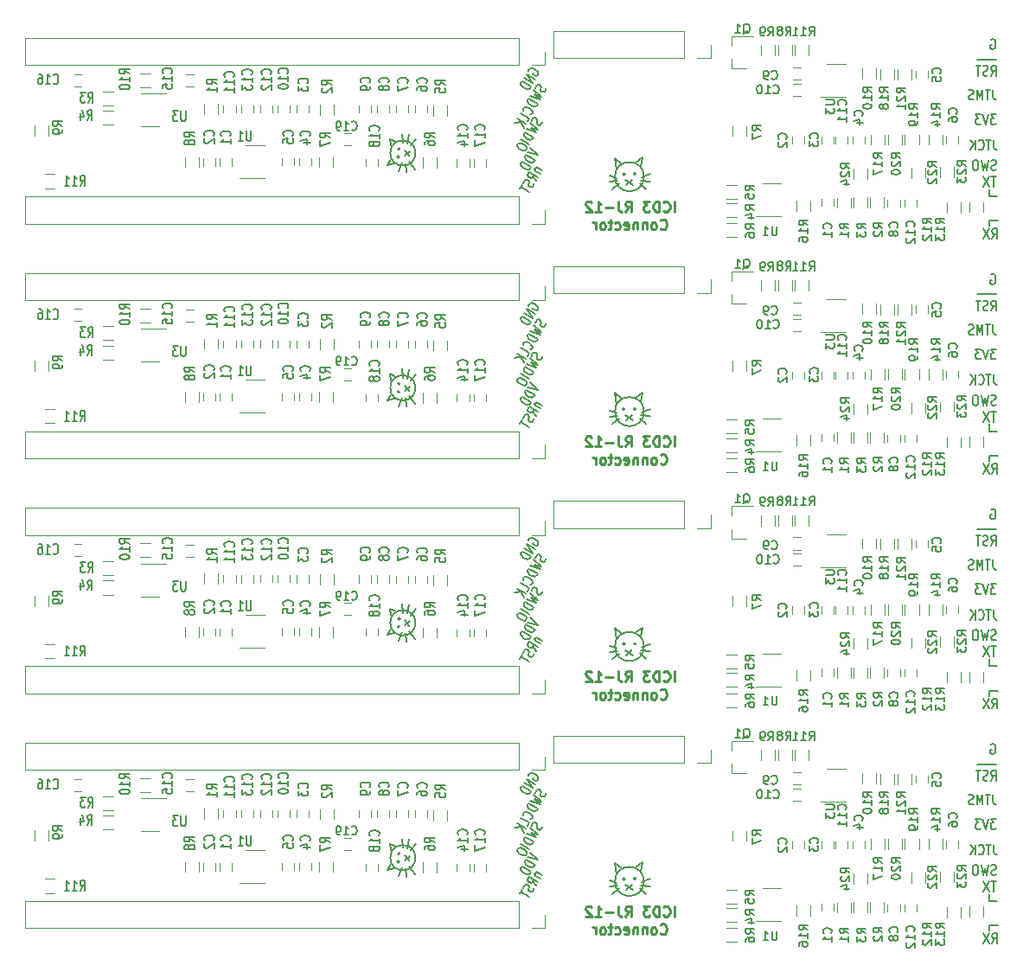
<source format=gbo>
%MOIN*%
%OFA0B0*%
%FSLAX46Y46*%
%IPPOS*%
%LPD*%
%ADD10C,0.0039370078740157488*%
%ADD11C,0.0078740157480314977*%
%ADD12C,0.0047244094488188976*%
%ADD23C,0.0039370078740157488*%
%ADD24C,0.0078740157480314977*%
%ADD25C,0.0047244094488188976*%
%ADD26C,0.0039370078740157488*%
%ADD27C,0.0078740157480314977*%
%ADD28C,0.0047244094488188976*%
%ADD29C,0.0039370078740157488*%
%ADD30C,0.0078740157480314977*%
%ADD31C,0.0047244094488188976*%
%ADD32C,0.0039370078740157488*%
%ADD33C,0.0078740157480314977*%
%ADD34C,0.0047244094488188976*%
%ADD35C,0.0039370078740157488*%
%ADD36C,0.0078740157480314977*%
%ADD37C,0.0047244094488188976*%
%ADD38C,0.0039370078740157488*%
%ADD39C,0.0078740157480314977*%
%ADD40C,0.0047244094488188976*%
%ADD41C,0.0039370078740157488*%
%ADD42C,0.0078740157480314977*%
%ADD43C,0.0047244094488188976*%
%ADD44C,0.0039370078740157488*%
%ADD45C,0.0078740157480314977*%
%ADD46C,0.00984251968503937*%
%ADD47C,0.0047244094488188976*%
%ADD48C,0.0039370078740157488*%
%ADD49C,0.0078740157480314977*%
%ADD50C,0.00984251968503937*%
%ADD51C,0.0047244094488188976*%
%ADD52C,0.0039370078740157488*%
%ADD53C,0.0078740157480314977*%
%ADD54C,0.00984251968503937*%
%ADD55C,0.0047244094488188976*%
%ADD56C,0.0039370078740157488*%
%ADD57C,0.0078740157480314977*%
%ADD58C,0.00984251968503937*%
%ADD59C,0.0047244094488188976*%
G01G01*
D10*
D11*
X0003740157Y0000108267D02*
X0003740157Y0000088582D01*
X0003740157Y0000108267D02*
X0003771653Y0000108267D01*
X0003740157Y0000202755D02*
X0003767716Y0000202755D01*
X0003740157Y0000230314D02*
X0003740157Y0000202755D01*
X0003749475Y0000039276D02*
X0003760236Y0000058024D01*
X0003767922Y0000039276D02*
X0003767922Y0000078646D01*
X0003755624Y0000078646D01*
X0003752549Y0000076771D01*
X0003751012Y0000074896D01*
X0003749475Y0000071147D01*
X0003749475Y0000065523D01*
X0003751012Y0000061773D01*
X0003752549Y0000059898D01*
X0003755624Y0000058024D01*
X0003767922Y0000058024D01*
X0003738713Y0000078646D02*
X0003717191Y0000039276D01*
X0003717191Y0000078646D02*
X0003738713Y0000039276D01*
X0003764754Y0000279433D02*
X0003746306Y0000279433D01*
X0003755530Y0000240063D02*
X0003755530Y0000279433D01*
X0003738620Y0000279433D02*
X0003717097Y0000240063D01*
X0003717097Y0000279433D02*
X0003738620Y0000240063D01*
X0003765054Y0000304930D02*
X0003760442Y0000303055D01*
X0003752755Y0000303055D01*
X0003749681Y0000304930D01*
X0003748143Y0000306805D01*
X0003746606Y0000310554D01*
X0003746606Y0000314304D01*
X0003748143Y0000318053D01*
X0003749681Y0000319928D01*
X0003752755Y0000321803D01*
X0003758905Y0000323678D01*
X0003761979Y0000325553D01*
X0003763517Y0000327427D01*
X0003765054Y0000331177D01*
X0003765054Y0000334926D01*
X0003763517Y0000338676D01*
X0003761979Y0000340551D01*
X0003758905Y0000342425D01*
X0003751218Y0000342425D01*
X0003746606Y0000340551D01*
X0003735845Y0000342425D02*
X0003728158Y0000303055D01*
X0003722009Y0000331177D01*
X0003715860Y0000303055D01*
X0003708173Y0000342425D01*
X0003689726Y0000342425D02*
X0003683577Y0000342425D01*
X0003680502Y0000340551D01*
X0003677427Y0000336801D01*
X0003675890Y0000329302D01*
X0003675890Y0000316179D01*
X0003677427Y0000308680D01*
X0003680502Y0000304930D01*
X0003683577Y0000303055D01*
X0003689726Y0000303055D01*
X0003692800Y0000304930D01*
X0003695875Y0000308680D01*
X0003697412Y0000316179D01*
X0003697412Y0000329302D01*
X0003695875Y0000336801D01*
X0003692800Y0000340551D01*
X0003689726Y0000342425D01*
X0003756505Y0000421166D02*
X0003756505Y0000393044D01*
X0003758042Y0000387420D01*
X0003761117Y0000383670D01*
X0003765729Y0000381796D01*
X0003768803Y0000381796D01*
X0003745744Y0000421166D02*
X0003727296Y0000421166D01*
X0003736520Y0000381796D02*
X0003736520Y0000421166D01*
X0003698087Y0000385545D02*
X0003699625Y0000383670D01*
X0003704236Y0000381796D01*
X0003707311Y0000381796D01*
X0003711923Y0000383670D01*
X0003714998Y0000387420D01*
X0003716535Y0000391169D01*
X0003718072Y0000398668D01*
X0003718072Y0000404293D01*
X0003716535Y0000411792D01*
X0003714998Y0000415541D01*
X0003711923Y0000419291D01*
X0003707311Y0000421166D01*
X0003704236Y0000421166D01*
X0003699625Y0000419291D01*
X0003698087Y0000417416D01*
X0003684251Y0000381796D02*
X0003684251Y0000421166D01*
X0003665804Y0000381796D02*
X0003679640Y0000404293D01*
X0003665804Y0000421166D02*
X0003684251Y0000398668D01*
X0003764379Y0000519591D02*
X0003744394Y0000519591D01*
X0003755155Y0000504593D01*
X0003750543Y0000504593D01*
X0003747469Y0000502718D01*
X0003745931Y0000500843D01*
X0003744394Y0000497094D01*
X0003744394Y0000487720D01*
X0003745931Y0000483970D01*
X0003747469Y0000482095D01*
X0003750543Y0000480221D01*
X0003759767Y0000480221D01*
X0003762842Y0000482095D01*
X0003764379Y0000483970D01*
X0003735170Y0000519591D02*
X0003724409Y0000480221D01*
X0003713648Y0000519591D01*
X0003705961Y0000519591D02*
X0003685976Y0000519591D01*
X0003696737Y0000504593D01*
X0003692125Y0000504593D01*
X0003689051Y0000502718D01*
X0003687514Y0000500843D01*
X0003685976Y0000497094D01*
X0003685976Y0000487720D01*
X0003687514Y0000483970D01*
X0003689051Y0000482095D01*
X0003692125Y0000480221D01*
X0003701349Y0000480221D01*
X0003704424Y0000482095D01*
X0003705961Y0000483970D01*
X0003754105Y0000614079D02*
X0003754105Y0000585957D01*
X0003755643Y0000580333D01*
X0003758717Y0000576584D01*
X0003763329Y0000574709D01*
X0003766404Y0000574709D01*
X0003743344Y0000614079D02*
X0003724896Y0000614079D01*
X0003734120Y0000574709D02*
X0003734120Y0000614079D01*
X0003714135Y0000574709D02*
X0003714135Y0000614079D01*
X0003703374Y0000585957D01*
X0003692613Y0000614079D01*
X0003692613Y0000574709D01*
X0003678777Y0000576584D02*
X0003674165Y0000574709D01*
X0003666479Y0000574709D01*
X0003663404Y0000576584D01*
X0003661867Y0000578458D01*
X0003660329Y0000582208D01*
X0003660329Y0000585957D01*
X0003661867Y0000589707D01*
X0003663404Y0000591582D01*
X0003666479Y0000593457D01*
X0003672628Y0000595331D01*
X0003675702Y0000597206D01*
X0003677240Y0000599081D01*
X0003678777Y0000602830D01*
X0003678777Y0000606580D01*
X0003677240Y0000610329D01*
X0003675702Y0000612204D01*
X0003672628Y0000614079D01*
X0003664941Y0000614079D01*
X0003660329Y0000612204D01*
X0003765241Y0000730408D02*
X0003740644Y0000730408D01*
X0003740644Y0000730408D02*
X0003716047Y0000730408D01*
X0003716047Y0000730408D02*
X0003691451Y0000730408D01*
X0003746025Y0000667229D02*
X0003756786Y0000685976D01*
X0003764473Y0000667229D02*
X0003764473Y0000706599D01*
X0003752174Y0000706599D01*
X0003749100Y0000704724D01*
X0003747562Y0000702849D01*
X0003746025Y0000699100D01*
X0003746025Y0000693475D01*
X0003747562Y0000689726D01*
X0003749100Y0000687851D01*
X0003752174Y0000685976D01*
X0003764473Y0000685976D01*
X0003733727Y0000669103D02*
X0003729115Y0000667229D01*
X0003721428Y0000667229D01*
X0003718353Y0000669103D01*
X0003716816Y0000670978D01*
X0003715279Y0000674728D01*
X0003715279Y0000678477D01*
X0003716816Y0000682227D01*
X0003718353Y0000684101D01*
X0003721428Y0000685976D01*
X0003727577Y0000687851D01*
X0003730652Y0000689726D01*
X0003732189Y0000691601D01*
X0003733727Y0000695350D01*
X0003733727Y0000699100D01*
X0003732189Y0000702849D01*
X0003730652Y0000704724D01*
X0003727577Y0000706599D01*
X0003719891Y0000706599D01*
X0003715279Y0000704724D01*
X0003706055Y0000706599D02*
X0003687607Y0000706599D01*
X0003696831Y0000667229D02*
X0003696831Y0000706599D01*
X0003745481Y0000807086D02*
X0003748556Y0000808961D01*
X0003753168Y0000808961D01*
X0003757780Y0000807086D01*
X0003760854Y0000803337D01*
X0003762392Y0000799587D01*
X0003763929Y0000792088D01*
X0003763929Y0000786464D01*
X0003762392Y0000778965D01*
X0003760854Y0000775215D01*
X0003757780Y0000771466D01*
X0003753168Y0000769591D01*
X0003750093Y0000769591D01*
X0003745481Y0000771466D01*
X0003743944Y0000773340D01*
X0003743944Y0000786464D01*
X0003750093Y0000786464D01*
D12*
X0003269488Y0000270078D02*
X0003269488Y0000309448D01*
X0003215944Y0000309448D02*
X0003215944Y0000270078D01*
X0003548031Y0000316535D02*
X0003548031Y0000277165D01*
X0003601574Y0000277165D02*
X0003601574Y0000316535D01*
X0003492125Y0000272834D02*
X0003492125Y0000312204D01*
X0003438582Y0000312204D02*
X0003438582Y0000272834D01*
X0003318503Y0000692913D02*
X0003318503Y0000653543D01*
X0003372047Y0000653543D02*
X0003372047Y0000692913D01*
X0003281165Y0000441338D02*
X0003281165Y0000401968D01*
X0003334708Y0000401968D02*
X0003334708Y0000441338D01*
X0003347244Y0000190157D02*
X0003347244Y0000162598D01*
X0003394488Y0000162598D02*
X0003394488Y0000190157D01*
X0003620559Y0000407874D02*
X0003620559Y0000435433D01*
X0003573314Y0000435433D02*
X0003573314Y0000407874D01*
X0003503937Y0000659448D02*
X0003503937Y0000687007D01*
X0003456692Y0000687007D02*
X0003456692Y0000659448D01*
X0003259559Y0000405535D02*
X0003259559Y0000433094D01*
X0003212314Y0000433094D02*
X0003212314Y0000405535D01*
X0002995669Y0000187007D02*
X0002995669Y0000147637D01*
X0003049212Y0000147637D02*
X0003049212Y0000187007D01*
X0003714996Y0000141883D02*
X0003714996Y0000181253D01*
X0003661453Y0000181253D02*
X0003661453Y0000141883D01*
X0003576519Y0000180039D02*
X0003576519Y0000140669D01*
X0003630062Y0000140669D02*
X0003630062Y0000180039D01*
X0002864960Y0000251574D02*
X0002935826Y0000251574D01*
X0002935826Y0000124803D02*
X0002839370Y0000124803D01*
X0003439763Y0000653543D02*
X0003439763Y0000692913D01*
X0003386220Y0000692913D02*
X0003386220Y0000653543D01*
X0003402708Y0000401968D02*
X0003402708Y0000441338D01*
X0003349165Y0000441338D02*
X0003349165Y0000401968D01*
X0003414165Y0000441338D02*
X0003414165Y0000401968D01*
X0003467708Y0000401968D02*
X0003467708Y0000441338D01*
X0003559448Y0000401968D02*
X0003559448Y0000441338D01*
X0003505905Y0000441338D02*
X0003505905Y0000401968D01*
X0003043944Y0000745535D02*
X0003043944Y0000784905D01*
X0002990401Y0000784905D02*
X0002990401Y0000745535D01*
X0003301574Y0000656299D02*
X0003301574Y0000695669D01*
X0003248031Y0000695669D02*
X0003248031Y0000656299D01*
X0002858401Y0000784905D02*
X0002858401Y0000745535D01*
X0002911944Y0000745535D02*
X0002911944Y0000784905D01*
X0002977944Y0000745535D02*
X0002977944Y0000784905D01*
X0002924401Y0000784905D02*
X0002924401Y0000745535D01*
X0002801188Y0000435039D02*
X0002801188Y0000474409D01*
X0002747645Y0000474409D02*
X0002747645Y0000435039D01*
X0002726377Y0000045078D02*
X0002765748Y0000045078D01*
X0002765748Y0000098622D02*
X0002726377Y0000098622D01*
X0002726377Y0000193700D02*
X0002765748Y0000193700D01*
X0002765748Y0000247244D02*
X0002726377Y0000247244D01*
X0002726377Y0000122834D02*
X0002765748Y0000122834D01*
X0002765748Y0000176377D02*
X0002726377Y0000176377D01*
X0003269488Y0000159039D02*
X0003269488Y0000198409D01*
X0003215944Y0000198409D02*
X0003215944Y0000159039D01*
X0003332488Y0000159039D02*
X0003332488Y0000198409D01*
X0003278944Y0000198409D02*
X0003278944Y0000159039D01*
X0003207488Y0000158039D02*
X0003207488Y0000197409D01*
X0003153944Y0000197409D02*
X0003153944Y0000158039D01*
X0002745669Y0000695669D02*
X0002745669Y0000732283D01*
X0002745669Y0000820078D02*
X0002745669Y0000783464D01*
X0002745669Y0000820078D02*
X0002830708Y0000820078D01*
X0002745669Y0000695669D02*
X0002803149Y0000695669D01*
X0003192519Y0000405118D02*
X0003192519Y0000432677D01*
X0003145275Y0000432677D02*
X0003145275Y0000405118D01*
X0003011519Y0000699307D02*
X0002983960Y0000699307D01*
X0002983960Y0000652062D02*
X0003011519Y0000652062D01*
X0003090944Y0000433070D02*
X0003090944Y0000405511D01*
X0003138188Y0000405511D02*
X0003138188Y0000433070D01*
X0003025590Y0000405118D02*
X0003025590Y0000432677D01*
X0002978346Y0000432677D02*
X0002978346Y0000405118D01*
X0003138338Y0000164944D02*
X0003138338Y0000192503D01*
X0003091094Y0000192503D02*
X0003091094Y0000164944D01*
X0003411023Y0000190157D02*
X0003411023Y0000162598D01*
X0003458267Y0000162598D02*
X0003458267Y0000190157D01*
X0003011519Y0000636307D02*
X0002983960Y0000636307D01*
X0002983960Y0000589062D02*
X0003011519Y0000589062D01*
X0003113385Y0000711811D02*
X0003184251Y0000711811D01*
X0003184251Y0000585039D02*
X0003087795Y0000585039D01*
D11*
X0003200768Y0000311276D02*
X0003184833Y0000322431D01*
X0003200768Y0000330399D02*
X0003167304Y0000330399D01*
X0003167304Y0000317650D01*
X0003168897Y0000314463D01*
X0003170491Y0000312870D01*
X0003173678Y0000311276D01*
X0003178458Y0000311276D01*
X0003181646Y0000312870D01*
X0003183239Y0000314463D01*
X0003184833Y0000317650D01*
X0003184833Y0000330399D01*
X0003170491Y0000298528D02*
X0003168897Y0000296934D01*
X0003167304Y0000293747D01*
X0003167304Y0000285779D01*
X0003168897Y0000282592D01*
X0003170491Y0000280999D01*
X0003173678Y0000279405D01*
X0003176865Y0000279405D01*
X0003181646Y0000280999D01*
X0003200768Y0000300121D01*
X0003200768Y0000279405D01*
X0003178458Y0000250721D02*
X0003200768Y0000250721D01*
X0003165710Y0000258689D02*
X0003189613Y0000266657D01*
X0003189613Y0000245941D01*
X0003648603Y0000320725D02*
X0003632667Y0000331880D01*
X0003648603Y0000339848D02*
X0003615138Y0000339848D01*
X0003615138Y0000327099D01*
X0003616732Y0000323912D01*
X0003618325Y0000322319D01*
X0003621512Y0000320725D01*
X0003626293Y0000320725D01*
X0003629480Y0000322319D01*
X0003631074Y0000323912D01*
X0003632667Y0000327099D01*
X0003632667Y0000339848D01*
X0003618325Y0000307977D02*
X0003616732Y0000306383D01*
X0003615138Y0000303196D01*
X0003615138Y0000295228D01*
X0003616732Y0000292041D01*
X0003618325Y0000290448D01*
X0003621512Y0000288854D01*
X0003624700Y0000288854D01*
X0003629480Y0000290448D01*
X0003648603Y0000309570D01*
X0003648603Y0000288854D01*
X0003615138Y0000277699D02*
X0003615138Y0000256983D01*
X0003627887Y0000268138D01*
X0003627887Y0000263357D01*
X0003629480Y0000260170D01*
X0003631074Y0000258577D01*
X0003634261Y0000256983D01*
X0003642229Y0000256983D01*
X0003645416Y0000258577D01*
X0003647009Y0000260170D01*
X0003648603Y0000263357D01*
X0003648603Y0000272919D01*
X0003647009Y0000276106D01*
X0003645416Y0000277699D01*
X0003534823Y0000316788D02*
X0003518888Y0000327943D01*
X0003534823Y0000335911D02*
X0003501359Y0000335911D01*
X0003501359Y0000323162D01*
X0003502952Y0000319975D01*
X0003504546Y0000318382D01*
X0003507733Y0000316788D01*
X0003512514Y0000316788D01*
X0003515701Y0000318382D01*
X0003517294Y0000319975D01*
X0003518888Y0000323162D01*
X0003518888Y0000335911D01*
X0003504546Y0000304040D02*
X0003502952Y0000302446D01*
X0003501359Y0000299259D01*
X0003501359Y0000291291D01*
X0003502952Y0000288104D01*
X0003504546Y0000286511D01*
X0003507733Y0000284917D01*
X0003510920Y0000284917D01*
X0003515701Y0000286511D01*
X0003534823Y0000305633D01*
X0003534823Y0000284917D01*
X0003504546Y0000272169D02*
X0003502952Y0000270575D01*
X0003501359Y0000267388D01*
X0003501359Y0000259420D01*
X0003502952Y0000256233D01*
X0003504546Y0000254640D01*
X0003507733Y0000253046D01*
X0003510920Y0000253046D01*
X0003515701Y0000254640D01*
X0003534823Y0000273762D01*
X0003534823Y0000253046D01*
X0003349784Y0000604190D02*
X0003333848Y0000615344D01*
X0003349784Y0000623312D02*
X0003316319Y0000623312D01*
X0003316319Y0000610564D01*
X0003317913Y0000607377D01*
X0003319506Y0000605783D01*
X0003322694Y0000604190D01*
X0003327474Y0000604190D01*
X0003330661Y0000605783D01*
X0003332255Y0000607377D01*
X0003333848Y0000610564D01*
X0003333848Y0000623312D01*
X0003349784Y0000572319D02*
X0003349784Y0000591441D01*
X0003349784Y0000581880D02*
X0003316319Y0000581880D01*
X0003321100Y0000585067D01*
X0003324287Y0000588254D01*
X0003325881Y0000591441D01*
X0003330661Y0000553196D02*
X0003329068Y0000556383D01*
X0003327474Y0000557977D01*
X0003324287Y0000559570D01*
X0003322694Y0000559570D01*
X0003319506Y0000557977D01*
X0003317913Y0000556383D01*
X0003316319Y0000553196D01*
X0003316319Y0000546822D01*
X0003317913Y0000543635D01*
X0003319506Y0000542041D01*
X0003322694Y0000540448D01*
X0003324287Y0000540448D01*
X0003327474Y0000542041D01*
X0003329068Y0000543635D01*
X0003330661Y0000546822D01*
X0003330661Y0000553196D01*
X0003332255Y0000556383D01*
X0003333848Y0000557977D01*
X0003337035Y0000559570D01*
X0003343410Y0000559570D01*
X0003346597Y0000557977D01*
X0003348190Y0000556383D01*
X0003349784Y0000553196D01*
X0003349784Y0000546822D01*
X0003348190Y0000543635D01*
X0003346597Y0000542041D01*
X0003343410Y0000540448D01*
X0003337035Y0000540448D01*
X0003333848Y0000542041D01*
X0003332255Y0000543635D01*
X0003330661Y0000546822D01*
X0003326162Y0000350253D02*
X0003310226Y0000361407D01*
X0003326162Y0000369375D02*
X0003292697Y0000369375D01*
X0003292697Y0000356627D01*
X0003294291Y0000353440D01*
X0003295884Y0000351846D01*
X0003299072Y0000350253D01*
X0003303852Y0000350253D01*
X0003307039Y0000351846D01*
X0003308633Y0000353440D01*
X0003310226Y0000356627D01*
X0003310226Y0000369375D01*
X0003326162Y0000318382D02*
X0003326162Y0000337504D01*
X0003326162Y0000327943D02*
X0003292697Y0000327943D01*
X0003297478Y0000331130D01*
X0003300665Y0000334317D01*
X0003302259Y0000337504D01*
X0003292697Y0000307227D02*
X0003292697Y0000284917D01*
X0003326162Y0000299259D01*
X0003383998Y0000082349D02*
X0003385592Y0000083942D01*
X0003387185Y0000088723D01*
X0003387185Y0000091910D01*
X0003385592Y0000096691D01*
X0003382405Y0000099878D01*
X0003379218Y0000101471D01*
X0003372844Y0000103065D01*
X0003368063Y0000103065D01*
X0003361689Y0000101471D01*
X0003358502Y0000099878D01*
X0003355314Y0000096691D01*
X0003353721Y0000091910D01*
X0003353721Y0000088723D01*
X0003355314Y0000083942D01*
X0003356908Y0000082349D01*
X0003368063Y0000063226D02*
X0003366469Y0000066413D01*
X0003364876Y0000068007D01*
X0003361689Y0000069600D01*
X0003360095Y0000069600D01*
X0003356908Y0000068007D01*
X0003355314Y0000066413D01*
X0003353721Y0000063226D01*
X0003353721Y0000056852D01*
X0003355314Y0000053665D01*
X0003356908Y0000052071D01*
X0003360095Y0000050478D01*
X0003361689Y0000050478D01*
X0003364876Y0000052071D01*
X0003366469Y0000053665D01*
X0003368063Y0000056852D01*
X0003368063Y0000063226D01*
X0003369656Y0000066413D01*
X0003371250Y0000068007D01*
X0003374437Y0000069600D01*
X0003380811Y0000069600D01*
X0003383998Y0000068007D01*
X0003385592Y0000066413D01*
X0003387185Y0000063226D01*
X0003387185Y0000056852D01*
X0003385592Y0000053665D01*
X0003383998Y0000052071D01*
X0003380811Y0000050478D01*
X0003374437Y0000050478D01*
X0003371250Y0000052071D01*
X0003369656Y0000053665D01*
X0003368063Y0000056852D01*
X0003612345Y0000521325D02*
X0003613938Y0000522919D01*
X0003615532Y0000527699D01*
X0003615532Y0000530886D01*
X0003613938Y0000535667D01*
X0003610751Y0000538854D01*
X0003607564Y0000540448D01*
X0003601190Y0000542041D01*
X0003596409Y0000542041D01*
X0003590035Y0000540448D01*
X0003586848Y0000538854D01*
X0003583661Y0000535667D01*
X0003582067Y0000530886D01*
X0003582067Y0000527699D01*
X0003583661Y0000522919D01*
X0003585254Y0000521325D01*
X0003582067Y0000492641D02*
X0003582067Y0000499015D01*
X0003583661Y0000502202D01*
X0003585254Y0000503796D01*
X0003590035Y0000506983D01*
X0003596409Y0000508577D01*
X0003609158Y0000508577D01*
X0003612345Y0000506983D01*
X0003613938Y0000505389D01*
X0003615532Y0000502202D01*
X0003615532Y0000495828D01*
X0003613938Y0000492641D01*
X0003612345Y0000491047D01*
X0003609158Y0000489454D01*
X0003601190Y0000489454D01*
X0003598003Y0000491047D01*
X0003596409Y0000492641D01*
X0003594816Y0000495828D01*
X0003594816Y0000502202D01*
X0003596409Y0000505389D01*
X0003598003Y0000506983D01*
X0003601190Y0000508577D01*
X0003549353Y0000676837D02*
X0003550946Y0000678430D01*
X0003552540Y0000683211D01*
X0003552540Y0000686398D01*
X0003550946Y0000691179D01*
X0003547759Y0000694366D01*
X0003544572Y0000695959D01*
X0003538198Y0000697553D01*
X0003533417Y0000697553D01*
X0003527043Y0000695959D01*
X0003523856Y0000694366D01*
X0003520669Y0000691179D01*
X0003519075Y0000686398D01*
X0003519075Y0000683211D01*
X0003520669Y0000678430D01*
X0003522262Y0000676837D01*
X0003519075Y0000646559D02*
X0003519075Y0000662495D01*
X0003535011Y0000664088D01*
X0003533417Y0000662495D01*
X0003531824Y0000659308D01*
X0003531824Y0000651340D01*
X0003533417Y0000648153D01*
X0003535011Y0000646559D01*
X0003538198Y0000644966D01*
X0003546166Y0000644966D01*
X0003549353Y0000646559D01*
X0003550946Y0000648153D01*
X0003552540Y0000651340D01*
X0003552540Y0000659308D01*
X0003550946Y0000662495D01*
X0003549353Y0000664088D01*
X0003248172Y0000513451D02*
X0003249765Y0000515045D01*
X0003251359Y0000519825D01*
X0003251359Y0000523012D01*
X0003249765Y0000527793D01*
X0003246578Y0000530980D01*
X0003243391Y0000532574D01*
X0003237017Y0000534167D01*
X0003232236Y0000534167D01*
X0003225862Y0000532574D01*
X0003222675Y0000530980D01*
X0003219488Y0000527793D01*
X0003217894Y0000523012D01*
X0003217894Y0000519825D01*
X0003219488Y0000515045D01*
X0003221081Y0000513451D01*
X0003229049Y0000484767D02*
X0003251359Y0000484767D01*
X0003216301Y0000492735D02*
X0003240204Y0000500703D01*
X0003240204Y0000479986D01*
X0003038760Y0000091394D02*
X0003022825Y0000102549D01*
X0003038760Y0000110517D02*
X0003005296Y0000110517D01*
X0003005296Y0000097769D01*
X0003006889Y0000094581D01*
X0003008483Y0000092988D01*
X0003011670Y0000091394D01*
X0003016451Y0000091394D01*
X0003019638Y0000092988D01*
X0003021231Y0000094581D01*
X0003022825Y0000097769D01*
X0003022825Y0000110517D01*
X0003038760Y0000059523D02*
X0003038760Y0000078646D01*
X0003038760Y0000069085D02*
X0003005296Y0000069085D01*
X0003010076Y0000072272D01*
X0003013263Y0000075459D01*
X0003014857Y0000078646D01*
X0003005296Y0000030839D02*
X0003005296Y0000037214D01*
X0003006889Y0000040401D01*
X0003008483Y0000041994D01*
X0003013263Y0000045181D01*
X0003019638Y0000046775D01*
X0003032386Y0000046775D01*
X0003035573Y0000045181D01*
X0003037167Y0000043588D01*
X0003038760Y0000040401D01*
X0003038760Y0000034026D01*
X0003037167Y0000030839D01*
X0003035573Y0000029246D01*
X0003032386Y0000027652D01*
X0003024418Y0000027652D01*
X0003021231Y0000029246D01*
X0003019638Y0000030839D01*
X0003018044Y0000034026D01*
X0003018044Y0000040401D01*
X0003019638Y0000043588D01*
X0003021231Y0000045181D01*
X0003024418Y0000046775D01*
X0003566319Y0000098284D02*
X0003550384Y0000109439D01*
X0003566319Y0000117407D02*
X0003532855Y0000117407D01*
X0003532855Y0000104658D01*
X0003534448Y0000101471D01*
X0003536042Y0000099878D01*
X0003539229Y0000098284D01*
X0003544010Y0000098284D01*
X0003547197Y0000099878D01*
X0003548790Y0000101471D01*
X0003550384Y0000104658D01*
X0003550384Y0000117407D01*
X0003566319Y0000066413D02*
X0003566319Y0000085536D01*
X0003566319Y0000075974D02*
X0003532855Y0000075974D01*
X0003537635Y0000079161D01*
X0003540823Y0000082349D01*
X0003542416Y0000085536D01*
X0003532855Y0000055258D02*
X0003532855Y0000034542D01*
X0003545603Y0000045697D01*
X0003545603Y0000040916D01*
X0003547197Y0000037729D01*
X0003548790Y0000036136D01*
X0003551977Y0000034542D01*
X0003559945Y0000034542D01*
X0003563132Y0000036136D01*
X0003564726Y0000037729D01*
X0003566319Y0000040916D01*
X0003566319Y0000050478D01*
X0003564726Y0000053665D01*
X0003563132Y0000055258D01*
X0003515138Y0000098284D02*
X0003499203Y0000109439D01*
X0003515138Y0000117407D02*
X0003481674Y0000117407D01*
X0003481674Y0000104658D01*
X0003483267Y0000101471D01*
X0003484861Y0000099878D01*
X0003488048Y0000098284D01*
X0003492829Y0000098284D01*
X0003496016Y0000099878D01*
X0003497609Y0000101471D01*
X0003499203Y0000104658D01*
X0003499203Y0000117407D01*
X0003515138Y0000066413D02*
X0003515138Y0000085536D01*
X0003515138Y0000075974D02*
X0003481674Y0000075974D01*
X0003486454Y0000079161D01*
X0003489641Y0000082349D01*
X0003491235Y0000085536D01*
X0003484861Y0000053665D02*
X0003483267Y0000052071D01*
X0003481674Y0000048884D01*
X0003481674Y0000040916D01*
X0003483267Y0000037729D01*
X0003484861Y0000036136D01*
X0003488048Y0000034542D01*
X0003491235Y0000034542D01*
X0003496016Y0000036136D01*
X0003515138Y0000055258D01*
X0003515138Y0000034542D01*
X0002920181Y0000086239D02*
X0002920181Y0000059148D01*
X0002918588Y0000055961D01*
X0002916994Y0000054368D01*
X0002913807Y0000052774D01*
X0002907433Y0000052774D01*
X0002904246Y0000054368D01*
X0002902652Y0000055961D01*
X0002901059Y0000059148D01*
X0002901059Y0000086239D01*
X0002867594Y0000052774D02*
X0002886717Y0000052774D01*
X0002877155Y0000052774D02*
X0002877155Y0000086239D01*
X0002880343Y0000081458D01*
X0002883530Y0000078271D01*
X0002886717Y0000076677D01*
X0003414745Y0000602221D02*
X0003398809Y0000613376D01*
X0003414745Y0000621344D02*
X0003381280Y0000621344D01*
X0003381280Y0000608595D01*
X0003382874Y0000605408D01*
X0003384467Y0000603815D01*
X0003387654Y0000602221D01*
X0003392435Y0000602221D01*
X0003395622Y0000603815D01*
X0003397215Y0000605408D01*
X0003398809Y0000608595D01*
X0003398809Y0000621344D01*
X0003384467Y0000589473D02*
X0003382874Y0000587879D01*
X0003381280Y0000584692D01*
X0003381280Y0000576724D01*
X0003382874Y0000573537D01*
X0003384467Y0000571944D01*
X0003387654Y0000570350D01*
X0003390841Y0000570350D01*
X0003395622Y0000571944D01*
X0003414745Y0000591066D01*
X0003414745Y0000570350D01*
X0003414745Y0000538479D02*
X0003414745Y0000557602D01*
X0003414745Y0000548040D02*
X0003381280Y0000548040D01*
X0003386061Y0000551227D01*
X0003389248Y0000554415D01*
X0003390841Y0000557602D01*
X0003395060Y0000350253D02*
X0003379124Y0000361407D01*
X0003395060Y0000369375D02*
X0003361595Y0000369375D01*
X0003361595Y0000356627D01*
X0003363188Y0000353440D01*
X0003364782Y0000351846D01*
X0003367969Y0000350253D01*
X0003372750Y0000350253D01*
X0003375937Y0000351846D01*
X0003377530Y0000353440D01*
X0003379124Y0000356627D01*
X0003379124Y0000369375D01*
X0003364782Y0000337504D02*
X0003363188Y0000335911D01*
X0003361595Y0000332724D01*
X0003361595Y0000324756D01*
X0003363188Y0000321569D01*
X0003364782Y0000319975D01*
X0003367969Y0000318382D01*
X0003371156Y0000318382D01*
X0003375937Y0000319975D01*
X0003395060Y0000339098D01*
X0003395060Y0000318382D01*
X0003361595Y0000297665D02*
X0003361595Y0000294478D01*
X0003363188Y0000291291D01*
X0003364782Y0000289698D01*
X0003367969Y0000288104D01*
X0003374343Y0000286511D01*
X0003382311Y0000286511D01*
X0003388685Y0000288104D01*
X0003391872Y0000289698D01*
X0003393466Y0000291291D01*
X0003395060Y0000294478D01*
X0003395060Y0000297665D01*
X0003393466Y0000300853D01*
X0003391872Y0000302446D01*
X0003388685Y0000304040D01*
X0003382311Y0000305633D01*
X0003374343Y0000305633D01*
X0003367969Y0000304040D01*
X0003364782Y0000302446D01*
X0003363188Y0000300853D01*
X0003361595Y0000297665D01*
X0003463957Y0000539229D02*
X0003448022Y0000550384D01*
X0003463957Y0000558352D02*
X0003430493Y0000558352D01*
X0003430493Y0000545603D01*
X0003432086Y0000542416D01*
X0003433680Y0000540823D01*
X0003436867Y0000539229D01*
X0003441647Y0000539229D01*
X0003444835Y0000540823D01*
X0003446428Y0000542416D01*
X0003448022Y0000545603D01*
X0003448022Y0000558352D01*
X0003463957Y0000507358D02*
X0003463957Y0000526481D01*
X0003463957Y0000516919D02*
X0003430493Y0000516919D01*
X0003435273Y0000520106D01*
X0003438460Y0000523293D01*
X0003440054Y0000526481D01*
X0003463957Y0000491422D02*
X0003463957Y0000485048D01*
X0003462364Y0000481861D01*
X0003460770Y0000480268D01*
X0003455989Y0000477080D01*
X0003449615Y0000475487D01*
X0003436867Y0000475487D01*
X0003433680Y0000477080D01*
X0003432086Y0000478674D01*
X0003430493Y0000481861D01*
X0003430493Y0000488235D01*
X0003432086Y0000491422D01*
X0003433680Y0000493016D01*
X0003436867Y0000494610D01*
X0003444835Y0000494610D01*
X0003448022Y0000493016D01*
X0003449615Y0000491422D01*
X0003451209Y0000488235D01*
X0003451209Y0000481861D01*
X0003449615Y0000478674D01*
X0003448022Y0000477080D01*
X0003444835Y0000475487D01*
X0003550571Y0000539229D02*
X0003534636Y0000550384D01*
X0003550571Y0000558352D02*
X0003517107Y0000558352D01*
X0003517107Y0000545603D01*
X0003518700Y0000542416D01*
X0003520294Y0000540823D01*
X0003523481Y0000539229D01*
X0003528262Y0000539229D01*
X0003531449Y0000540823D01*
X0003533042Y0000542416D01*
X0003534636Y0000545603D01*
X0003534636Y0000558352D01*
X0003550571Y0000507358D02*
X0003550571Y0000526481D01*
X0003550571Y0000516919D02*
X0003517107Y0000516919D01*
X0003521887Y0000520106D01*
X0003525075Y0000523293D01*
X0003526668Y0000526481D01*
X0003528262Y0000478674D02*
X0003550571Y0000478674D01*
X0003515513Y0000486642D02*
X0003539416Y0000494610D01*
X0003539416Y0000473893D01*
X0003045135Y0000823443D02*
X0003056289Y0000839379D01*
X0003064257Y0000823443D02*
X0003064257Y0000856908D01*
X0003051509Y0000856908D01*
X0003048322Y0000855314D01*
X0003046728Y0000853721D01*
X0003045135Y0000850534D01*
X0003045135Y0000845753D01*
X0003046728Y0000842566D01*
X0003048322Y0000840972D01*
X0003051509Y0000839379D01*
X0003064257Y0000839379D01*
X0003013263Y0000823443D02*
X0003032386Y0000823443D01*
X0003022825Y0000823443D02*
X0003022825Y0000856908D01*
X0003026012Y0000852127D01*
X0003029199Y0000848940D01*
X0003032386Y0000847347D01*
X0002981392Y0000823443D02*
X0003000515Y0000823443D01*
X0002990954Y0000823443D02*
X0002990954Y0000856908D01*
X0002994141Y0000852127D01*
X0002997328Y0000848940D01*
X0003000515Y0000847347D01*
X0003285217Y0000604190D02*
X0003269281Y0000615344D01*
X0003285217Y0000623312D02*
X0003251752Y0000623312D01*
X0003251752Y0000610564D01*
X0003253346Y0000607377D01*
X0003254940Y0000605783D01*
X0003258127Y0000604190D01*
X0003262907Y0000604190D01*
X0003266094Y0000605783D01*
X0003267688Y0000607377D01*
X0003269281Y0000610564D01*
X0003269281Y0000623312D01*
X0003285217Y0000572319D02*
X0003285217Y0000591441D01*
X0003285217Y0000581880D02*
X0003251752Y0000581880D01*
X0003256533Y0000585067D01*
X0003259720Y0000588254D01*
X0003261314Y0000591441D01*
X0003251752Y0000551602D02*
X0003251752Y0000548415D01*
X0003253346Y0000545228D01*
X0003254940Y0000543635D01*
X0003258127Y0000542041D01*
X0003264501Y0000540448D01*
X0003272469Y0000540448D01*
X0003278843Y0000542041D01*
X0003282030Y0000543635D01*
X0003283623Y0000545228D01*
X0003285217Y0000548415D01*
X0003285217Y0000551602D01*
X0003283623Y0000554790D01*
X0003282030Y0000556383D01*
X0003278843Y0000557977D01*
X0003272469Y0000559570D01*
X0003264501Y0000559570D01*
X0003258127Y0000557977D01*
X0003254940Y0000556383D01*
X0003253346Y0000554790D01*
X0003251752Y0000551602D01*
X0002887467Y0000821475D02*
X0002898622Y0000837410D01*
X0002906589Y0000821475D02*
X0002906589Y0000854940D01*
X0002893841Y0000854940D01*
X0002890654Y0000853346D01*
X0002889060Y0000851752D01*
X0002887467Y0000848565D01*
X0002887467Y0000843785D01*
X0002889060Y0000840598D01*
X0002890654Y0000839004D01*
X0002893841Y0000837410D01*
X0002906589Y0000837410D01*
X0002871531Y0000821475D02*
X0002865157Y0000821475D01*
X0002861970Y0000823068D01*
X0002860376Y0000824662D01*
X0002857189Y0000829443D01*
X0002855596Y0000835817D01*
X0002855596Y0000848565D01*
X0002857189Y0000851752D01*
X0002858783Y0000853346D01*
X0002861970Y0000854940D01*
X0002868344Y0000854940D01*
X0002871531Y0000853346D01*
X0002873125Y0000851752D01*
X0002874718Y0000848565D01*
X0002874718Y0000840598D01*
X0002873125Y0000837410D01*
X0002871531Y0000835817D01*
X0002868344Y0000834223D01*
X0002861970Y0000834223D01*
X0002858783Y0000835817D01*
X0002857189Y0000837410D01*
X0002855596Y0000840598D01*
X0002954396Y0000823443D02*
X0002965551Y0000839379D01*
X0002973518Y0000823443D02*
X0002973518Y0000856908D01*
X0002960770Y0000856908D01*
X0002957583Y0000855314D01*
X0002955989Y0000853721D01*
X0002954396Y0000850534D01*
X0002954396Y0000845753D01*
X0002955989Y0000842566D01*
X0002957583Y0000840972D01*
X0002960770Y0000839379D01*
X0002973518Y0000839379D01*
X0002935273Y0000842566D02*
X0002938460Y0000844160D01*
X0002940054Y0000845753D01*
X0002941647Y0000848940D01*
X0002941647Y0000850534D01*
X0002940054Y0000853721D01*
X0002938460Y0000855314D01*
X0002935273Y0000856908D01*
X0002928899Y0000856908D01*
X0002925712Y0000855314D01*
X0002924118Y0000853721D01*
X0002922525Y0000850534D01*
X0002922525Y0000848940D01*
X0002924118Y0000845753D01*
X0002925712Y0000844160D01*
X0002928899Y0000842566D01*
X0002935273Y0000842566D01*
X0002938460Y0000840972D01*
X0002940054Y0000839379D01*
X0002941647Y0000836192D01*
X0002941647Y0000829818D01*
X0002940054Y0000826631D01*
X0002938460Y0000825037D01*
X0002935273Y0000823443D01*
X0002928899Y0000823443D01*
X0002925712Y0000825037D01*
X0002924118Y0000826631D01*
X0002922525Y0000829818D01*
X0002922525Y0000836192D01*
X0002924118Y0000839379D01*
X0002925712Y0000840972D01*
X0002928899Y0000842566D01*
X0002857658Y0000456711D02*
X0002841722Y0000467866D01*
X0002857658Y0000475833D02*
X0002824193Y0000475833D01*
X0002824193Y0000463085D01*
X0002825787Y0000459898D01*
X0002827380Y0000458304D01*
X0002830568Y0000456711D01*
X0002835348Y0000456711D01*
X0002838535Y0000458304D01*
X0002840129Y0000459898D01*
X0002841722Y0000463085D01*
X0002841722Y0000475833D01*
X0002824193Y0000445556D02*
X0002824193Y0000423246D01*
X0002857658Y0000437588D01*
X0002834036Y0000076443D02*
X0002818100Y0000087598D01*
X0002834036Y0000095566D02*
X0002800571Y0000095566D01*
X0002800571Y0000082817D01*
X0002802165Y0000079630D01*
X0002803758Y0000078037D01*
X0002806946Y0000076443D01*
X0002811726Y0000076443D01*
X0002814913Y0000078037D01*
X0002816507Y0000079630D01*
X0002818100Y0000082817D01*
X0002818100Y0000095566D01*
X0002800571Y0000047759D02*
X0002800571Y0000054133D01*
X0002802165Y0000057320D01*
X0002803758Y0000058914D01*
X0002808539Y0000062101D01*
X0002814913Y0000063695D01*
X0002827662Y0000063695D01*
X0002830849Y0000062101D01*
X0002832442Y0000060508D01*
X0002834036Y0000057320D01*
X0002834036Y0000050946D01*
X0002832442Y0000047759D01*
X0002830849Y0000046166D01*
X0002827662Y0000044572D01*
X0002819694Y0000044572D01*
X0002816507Y0000046166D01*
X0002814913Y0000047759D01*
X0002813320Y0000050946D01*
X0002813320Y0000057320D01*
X0002814913Y0000060508D01*
X0002816507Y0000062101D01*
X0002819694Y0000063695D01*
X0002831414Y0000225010D02*
X0002815478Y0000236165D01*
X0002831414Y0000244133D02*
X0002797949Y0000244133D01*
X0002797949Y0000231384D01*
X0002799543Y0000228197D01*
X0002801136Y0000226604D01*
X0002804323Y0000225010D01*
X0002809104Y0000225010D01*
X0002812291Y0000226604D01*
X0002813885Y0000228197D01*
X0002815478Y0000231384D01*
X0002815478Y0000244133D01*
X0002797949Y0000194732D02*
X0002797949Y0000210668D01*
X0002813885Y0000212262D01*
X0002812291Y0000210668D01*
X0002810698Y0000207481D01*
X0002810698Y0000199513D01*
X0002812291Y0000196326D01*
X0002813885Y0000194732D01*
X0002817072Y0000193139D01*
X0002825040Y0000193139D01*
X0002828227Y0000194732D01*
X0002829820Y0000196326D01*
X0002831414Y0000199513D01*
X0002831414Y0000207481D01*
X0002829820Y0000210668D01*
X0002828227Y0000212262D01*
X0002833052Y0000149278D02*
X0002817116Y0000160433D01*
X0002833052Y0000168400D02*
X0002799587Y0000168400D01*
X0002799587Y0000155652D01*
X0002801181Y0000152465D01*
X0002802774Y0000150871D01*
X0002805961Y0000149278D01*
X0002810742Y0000149278D01*
X0002813929Y0000150871D01*
X0002815523Y0000152465D01*
X0002817116Y0000155652D01*
X0002817116Y0000168400D01*
X0002810742Y0000120594D02*
X0002833052Y0000120594D01*
X0002797994Y0000128562D02*
X0002821897Y0000136529D01*
X0002821897Y0000115813D01*
X0003263170Y0000078412D02*
X0003247234Y0000089566D01*
X0003263170Y0000097534D02*
X0003229705Y0000097534D01*
X0003229705Y0000084786D01*
X0003231299Y0000081599D01*
X0003232892Y0000080005D01*
X0003236079Y0000078412D01*
X0003240860Y0000078412D01*
X0003244047Y0000080005D01*
X0003245641Y0000081599D01*
X0003247234Y0000084786D01*
X0003247234Y0000097534D01*
X0003229705Y0000067257D02*
X0003229705Y0000046541D01*
X0003242454Y0000057695D01*
X0003242454Y0000052915D01*
X0003244047Y0000049728D01*
X0003245641Y0000048134D01*
X0003248828Y0000046541D01*
X0003256796Y0000046541D01*
X0003259983Y0000048134D01*
X0003261576Y0000049728D01*
X0003263170Y0000052915D01*
X0003263170Y0000062476D01*
X0003261576Y0000065663D01*
X0003259983Y0000067257D01*
X0003327146Y0000081364D02*
X0003311211Y0000092519D01*
X0003327146Y0000100487D02*
X0003293682Y0000100487D01*
X0003293682Y0000087739D01*
X0003295275Y0000084551D01*
X0003296869Y0000082958D01*
X0003300056Y0000081364D01*
X0003304836Y0000081364D01*
X0003308024Y0000082958D01*
X0003309617Y0000084551D01*
X0003311211Y0000087739D01*
X0003311211Y0000100487D01*
X0003296869Y0000068616D02*
X0003295275Y0000067022D01*
X0003293682Y0000063835D01*
X0003293682Y0000055868D01*
X0003295275Y0000052680D01*
X0003296869Y0000051087D01*
X0003300056Y0000049493D01*
X0003303243Y0000049493D01*
X0003308024Y0000051087D01*
X0003327146Y0000070209D01*
X0003327146Y0000049493D01*
X0003196241Y0000078412D02*
X0003180305Y0000089566D01*
X0003196241Y0000097534D02*
X0003162776Y0000097534D01*
X0003162776Y0000084786D01*
X0003164370Y0000081599D01*
X0003165963Y0000080005D01*
X0003169150Y0000078412D01*
X0003173931Y0000078412D01*
X0003177118Y0000080005D01*
X0003178712Y0000081599D01*
X0003180305Y0000084786D01*
X0003180305Y0000097534D01*
X0003196241Y0000046541D02*
X0003196241Y0000065663D01*
X0003196241Y0000056102D02*
X0003162776Y0000056102D01*
X0003167557Y0000059289D01*
X0003170744Y0000062476D01*
X0003172337Y0000065663D01*
X0002790588Y0000829705D02*
X0002793775Y0000831299D01*
X0002796962Y0000834486D01*
X0002801743Y0000839266D01*
X0002804930Y0000840860D01*
X0002808117Y0000840860D01*
X0002806524Y0000832892D02*
X0002809711Y0000834486D01*
X0002812898Y0000837673D01*
X0002814491Y0000844047D01*
X0002814491Y0000855202D01*
X0002812898Y0000861576D01*
X0002809711Y0000864763D01*
X0002806524Y0000866357D01*
X0002800150Y0000866357D01*
X0002796962Y0000864763D01*
X0002793775Y0000861576D01*
X0002792182Y0000855202D01*
X0002792182Y0000844047D01*
X0002793775Y0000837673D01*
X0002796962Y0000834486D01*
X0002800150Y0000832892D01*
X0002806524Y0000832892D01*
X0002760311Y0000832892D02*
X0002779433Y0000832892D01*
X0002769872Y0000832892D02*
X0002769872Y0000866357D01*
X0002773059Y0000861576D01*
X0002776246Y0000858389D01*
X0002779433Y0000856796D01*
X0003185179Y0000554977D02*
X0003186773Y0000556571D01*
X0003188367Y0000561351D01*
X0003188367Y0000564538D01*
X0003186773Y0000569319D01*
X0003183586Y0000572506D01*
X0003180399Y0000574100D01*
X0003174025Y0000575693D01*
X0003169244Y0000575693D01*
X0003162870Y0000574100D01*
X0003159683Y0000572506D01*
X0003156496Y0000569319D01*
X0003154902Y0000564538D01*
X0003154902Y0000561351D01*
X0003156496Y0000556571D01*
X0003158089Y0000554977D01*
X0003188367Y0000523106D02*
X0003188367Y0000542229D01*
X0003188367Y0000532667D02*
X0003154902Y0000532667D01*
X0003159683Y0000535854D01*
X0003162870Y0000539042D01*
X0003164463Y0000542229D01*
X0003188367Y0000491235D02*
X0003188367Y0000510358D01*
X0003188367Y0000500796D02*
X0003154902Y0000500796D01*
X0003159683Y0000503983D01*
X0003162870Y0000507170D01*
X0003164463Y0000510358D01*
X0002900262Y0000656355D02*
X0002901856Y0000654761D01*
X0002906636Y0000653168D01*
X0002909823Y0000653168D01*
X0002914604Y0000654761D01*
X0002917791Y0000657949D01*
X0002919385Y0000661136D01*
X0002920978Y0000667510D01*
X0002920978Y0000672290D01*
X0002919385Y0000678665D01*
X0002917791Y0000681852D01*
X0002914604Y0000685039D01*
X0002909823Y0000686632D01*
X0002906636Y0000686632D01*
X0002901856Y0000685039D01*
X0002900262Y0000683445D01*
X0002884326Y0000653168D02*
X0002877952Y0000653168D01*
X0002874765Y0000654761D01*
X0002873172Y0000656355D01*
X0002869985Y0000661136D01*
X0002868391Y0000667510D01*
X0002868391Y0000680258D01*
X0002869985Y0000683445D01*
X0002871578Y0000685039D01*
X0002874765Y0000686632D01*
X0002881139Y0000686632D01*
X0002884326Y0000685039D01*
X0002885920Y0000683445D01*
X0002887514Y0000680258D01*
X0002887514Y0000672290D01*
X0002885920Y0000669103D01*
X0002884326Y0000667510D01*
X0002881139Y0000665916D01*
X0002874765Y0000665916D01*
X0002871578Y0000667510D01*
X0002869985Y0000669103D01*
X0002868391Y0000672290D01*
X0003076912Y0000426837D02*
X0003078505Y0000428430D01*
X0003080099Y0000433211D01*
X0003080099Y0000436398D01*
X0003078505Y0000441179D01*
X0003075318Y0000444366D01*
X0003072131Y0000445959D01*
X0003065757Y0000447553D01*
X0003060976Y0000447553D01*
X0003054602Y0000445959D01*
X0003051415Y0000444366D01*
X0003048228Y0000441179D01*
X0003046634Y0000436398D01*
X0003046634Y0000433211D01*
X0003048228Y0000428430D01*
X0003049821Y0000426837D01*
X0003046634Y0000415682D02*
X0003046634Y0000394966D01*
X0003059383Y0000406121D01*
X0003059383Y0000401340D01*
X0003060976Y0000398153D01*
X0003062570Y0000396559D01*
X0003065757Y0000394966D01*
X0003073725Y0000394966D01*
X0003076912Y0000396559D01*
X0003078505Y0000398153D01*
X0003080099Y0000401340D01*
X0003080099Y0000410901D01*
X0003078505Y0000414088D01*
X0003076912Y0000415682D01*
X0002954865Y0000424475D02*
X0002956458Y0000426068D01*
X0002958052Y0000430849D01*
X0002958052Y0000434036D01*
X0002956458Y0000438817D01*
X0002953271Y0000442004D01*
X0002950084Y0000443597D01*
X0002943710Y0000445191D01*
X0002938929Y0000445191D01*
X0002932555Y0000443597D01*
X0002929368Y0000442004D01*
X0002926181Y0000438817D01*
X0002924587Y0000434036D01*
X0002924587Y0000430849D01*
X0002926181Y0000426068D01*
X0002927774Y0000424475D01*
X0002927774Y0000411726D02*
X0002926181Y0000410133D01*
X0002924587Y0000406946D01*
X0002924587Y0000398978D01*
X0002926181Y0000395791D01*
X0002927774Y0000394197D01*
X0002930961Y0000392604D01*
X0002934148Y0000392604D01*
X0002938929Y0000394197D01*
X0002958052Y0000413320D01*
X0002958052Y0000392604D01*
X0003128093Y0000078412D02*
X0003129686Y0000080005D01*
X0003131280Y0000084786D01*
X0003131280Y0000087973D01*
X0003129686Y0000092753D01*
X0003126499Y0000095941D01*
X0003123312Y0000097534D01*
X0003116938Y0000099128D01*
X0003112157Y0000099128D01*
X0003105783Y0000097534D01*
X0003102596Y0000095941D01*
X0003099409Y0000092753D01*
X0003097815Y0000087973D01*
X0003097815Y0000084786D01*
X0003099409Y0000080005D01*
X0003101002Y0000078412D01*
X0003131280Y0000046541D02*
X0003131280Y0000065663D01*
X0003131280Y0000056102D02*
X0003097815Y0000056102D01*
X0003102596Y0000059289D01*
X0003105783Y0000062476D01*
X0003107377Y0000065663D01*
X0003448959Y0000086473D02*
X0003450553Y0000088067D01*
X0003452146Y0000092847D01*
X0003452146Y0000096034D01*
X0003450553Y0000100815D01*
X0003447365Y0000104002D01*
X0003444178Y0000105596D01*
X0003437804Y0000107189D01*
X0003433024Y0000107189D01*
X0003426649Y0000105596D01*
X0003423462Y0000104002D01*
X0003420275Y0000100815D01*
X0003418682Y0000096034D01*
X0003418682Y0000092847D01*
X0003420275Y0000088067D01*
X0003421869Y0000086473D01*
X0003452146Y0000054602D02*
X0003452146Y0000073725D01*
X0003452146Y0000064163D02*
X0003418682Y0000064163D01*
X0003423462Y0000067350D01*
X0003426649Y0000070538D01*
X0003428243Y0000073725D01*
X0003421869Y0000041854D02*
X0003420275Y0000040260D01*
X0003418682Y0000037073D01*
X0003418682Y0000029105D01*
X0003420275Y0000025918D01*
X0003421869Y0000024325D01*
X0003425056Y0000022731D01*
X0003428243Y0000022731D01*
X0003433024Y0000024325D01*
X0003452146Y0000043447D01*
X0003452146Y0000022731D01*
X0002907339Y0000602221D02*
X0002908933Y0000600628D01*
X0002913713Y0000599034D01*
X0002916901Y0000599034D01*
X0002921681Y0000600628D01*
X0002924868Y0000603815D01*
X0002926462Y0000607002D01*
X0002928055Y0000613376D01*
X0002928055Y0000618157D01*
X0002926462Y0000624531D01*
X0002924868Y0000627718D01*
X0002921681Y0000630905D01*
X0002916901Y0000632499D01*
X0002913713Y0000632499D01*
X0002908933Y0000630905D01*
X0002907339Y0000629311D01*
X0002875468Y0000599034D02*
X0002894591Y0000599034D01*
X0002885030Y0000599034D02*
X0002885030Y0000632499D01*
X0002888217Y0000627718D01*
X0002891404Y0000624531D01*
X0002894591Y0000622937D01*
X0002854752Y0000632499D02*
X0002851565Y0000632499D01*
X0002848378Y0000630905D01*
X0002846784Y0000629311D01*
X0002845191Y0000626124D01*
X0002843597Y0000619750D01*
X0002843597Y0000611782D01*
X0002845191Y0000605408D01*
X0002846784Y0000602221D01*
X0002848378Y0000600628D01*
X0002851565Y0000599034D01*
X0002854752Y0000599034D01*
X0002857939Y0000600628D01*
X0002859533Y0000602221D01*
X0002861126Y0000605408D01*
X0002862720Y0000611782D01*
X0002862720Y0000619750D01*
X0002861126Y0000626124D01*
X0002859533Y0000629311D01*
X0002857939Y0000630905D01*
X0002854752Y0000632499D01*
X0003107658Y0000574709D02*
X0003134748Y0000574709D01*
X0003137935Y0000573115D01*
X0003139529Y0000571522D01*
X0003141122Y0000568335D01*
X0003141122Y0000561961D01*
X0003139529Y0000558773D01*
X0003137935Y0000557180D01*
X0003134748Y0000555586D01*
X0003107658Y0000555586D01*
X0003107658Y0000542838D02*
X0003107658Y0000522122D01*
X0003120406Y0000533277D01*
X0003120406Y0000528496D01*
X0003122000Y0000525309D01*
X0003123593Y0000523715D01*
X0003126781Y0000522122D01*
X0003134748Y0000522122D01*
X0003137935Y0000523715D01*
X0003139529Y0000525309D01*
X0003141122Y0000528496D01*
X0003141122Y0000538057D01*
X0003139529Y0000541244D01*
X0003137935Y0000542838D01*
G04 next file*
G04 Gerber Fmt 4.6, Leading zero omitted, Abs format (unit mm)*
G04 Created by KiCad (PCBNEW 4.0.7) date 11/22/17 20:23:04*
G01G01*
G04 APERTURE LIST*
G04 APERTURE END LIST*
D23*
D24*
X0003740157Y0001013779D02*
X0003740157Y0000994094D01*
X0003740157Y0001013779D02*
X0003771653Y0001013779D01*
X0003740157Y0001108267D02*
X0003767716Y0001108267D01*
X0003740157Y0001135826D02*
X0003740157Y0001108267D01*
X0003749475Y0000944788D02*
X0003760236Y0000963535D01*
X0003767922Y0000944788D02*
X0003767922Y0000984158D01*
X0003755624Y0000984158D01*
X0003752549Y0000982283D01*
X0003751012Y0000980408D01*
X0003749475Y0000976659D01*
X0003749475Y0000971034D01*
X0003751012Y0000967285D01*
X0003752549Y0000965410D01*
X0003755624Y0000963535D01*
X0003767922Y0000963535D01*
X0003738713Y0000984158D02*
X0003717191Y0000944788D01*
X0003717191Y0000984158D02*
X0003738713Y0000944788D01*
X0003764754Y0001184945D02*
X0003746306Y0001184945D01*
X0003755530Y0001145575D02*
X0003755530Y0001184945D01*
X0003738620Y0001184945D02*
X0003717097Y0001145575D01*
X0003717097Y0001184945D02*
X0003738620Y0001145575D01*
X0003765054Y0001210442D02*
X0003760442Y0001208567D01*
X0003752755Y0001208567D01*
X0003749681Y0001210442D01*
X0003748143Y0001212317D01*
X0003746606Y0001216066D01*
X0003746606Y0001219816D01*
X0003748143Y0001223565D01*
X0003749681Y0001225440D01*
X0003752755Y0001227315D01*
X0003758905Y0001229190D01*
X0003761979Y0001231064D01*
X0003763517Y0001232939D01*
X0003765054Y0001236689D01*
X0003765054Y0001240438D01*
X0003763517Y0001244188D01*
X0003761979Y0001246062D01*
X0003758905Y0001247937D01*
X0003751218Y0001247937D01*
X0003746606Y0001246062D01*
X0003735845Y0001247937D02*
X0003728158Y0001208567D01*
X0003722009Y0001236689D01*
X0003715860Y0001208567D01*
X0003708173Y0001247937D01*
X0003689726Y0001247937D02*
X0003683577Y0001247937D01*
X0003680502Y0001246062D01*
X0003677427Y0001242313D01*
X0003675890Y0001234814D01*
X0003675890Y0001221691D01*
X0003677427Y0001214191D01*
X0003680502Y0001210442D01*
X0003683577Y0001208567D01*
X0003689726Y0001208567D01*
X0003692800Y0001210442D01*
X0003695875Y0001214191D01*
X0003697412Y0001221691D01*
X0003697412Y0001234814D01*
X0003695875Y0001242313D01*
X0003692800Y0001246062D01*
X0003689726Y0001247937D01*
X0003756505Y0001326677D02*
X0003756505Y0001298556D01*
X0003758042Y0001292932D01*
X0003761117Y0001289182D01*
X0003765729Y0001287307D01*
X0003768803Y0001287307D01*
X0003745744Y0001326677D02*
X0003727296Y0001326677D01*
X0003736520Y0001287307D02*
X0003736520Y0001326677D01*
X0003698087Y0001291057D02*
X0003699625Y0001289182D01*
X0003704236Y0001287307D01*
X0003707311Y0001287307D01*
X0003711923Y0001289182D01*
X0003714998Y0001292932D01*
X0003716535Y0001296681D01*
X0003718072Y0001304180D01*
X0003718072Y0001309805D01*
X0003716535Y0001317304D01*
X0003714998Y0001321053D01*
X0003711923Y0001324803D01*
X0003707311Y0001326677D01*
X0003704236Y0001326677D01*
X0003699625Y0001324803D01*
X0003698087Y0001322928D01*
X0003684251Y0001287307D02*
X0003684251Y0001326677D01*
X0003665804Y0001287307D02*
X0003679640Y0001309805D01*
X0003665804Y0001326677D02*
X0003684251Y0001304180D01*
X0003764379Y0001425103D02*
X0003744394Y0001425103D01*
X0003755155Y0001410105D01*
X0003750543Y0001410105D01*
X0003747469Y0001408230D01*
X0003745931Y0001406355D01*
X0003744394Y0001402605D01*
X0003744394Y0001393232D01*
X0003745931Y0001389482D01*
X0003747469Y0001387607D01*
X0003750543Y0001385733D01*
X0003759767Y0001385733D01*
X0003762842Y0001387607D01*
X0003764379Y0001389482D01*
X0003735170Y0001425103D02*
X0003724409Y0001385733D01*
X0003713648Y0001425103D01*
X0003705961Y0001425103D02*
X0003685976Y0001425103D01*
X0003696737Y0001410105D01*
X0003692125Y0001410105D01*
X0003689051Y0001408230D01*
X0003687514Y0001406355D01*
X0003685976Y0001402605D01*
X0003685976Y0001393232D01*
X0003687514Y0001389482D01*
X0003689051Y0001387607D01*
X0003692125Y0001385733D01*
X0003701349Y0001385733D01*
X0003704424Y0001387607D01*
X0003705961Y0001389482D01*
X0003754105Y0001519591D02*
X0003754105Y0001491469D01*
X0003755643Y0001485845D01*
X0003758717Y0001482095D01*
X0003763329Y0001480221D01*
X0003766404Y0001480221D01*
X0003743344Y0001519591D02*
X0003724896Y0001519591D01*
X0003734120Y0001480221D02*
X0003734120Y0001519591D01*
X0003714135Y0001480221D02*
X0003714135Y0001519591D01*
X0003703374Y0001491469D01*
X0003692613Y0001519591D01*
X0003692613Y0001480221D01*
X0003678777Y0001482095D02*
X0003674165Y0001480221D01*
X0003666479Y0001480221D01*
X0003663404Y0001482095D01*
X0003661867Y0001483970D01*
X0003660329Y0001487720D01*
X0003660329Y0001491469D01*
X0003661867Y0001495219D01*
X0003663404Y0001497094D01*
X0003666479Y0001498968D01*
X0003672628Y0001500843D01*
X0003675702Y0001502718D01*
X0003677240Y0001504593D01*
X0003678777Y0001508342D01*
X0003678777Y0001512092D01*
X0003677240Y0001515841D01*
X0003675702Y0001517716D01*
X0003672628Y0001519591D01*
X0003664941Y0001519591D01*
X0003660329Y0001517716D01*
X0003765241Y0001635920D02*
X0003740644Y0001635920D01*
X0003740644Y0001635920D02*
X0003716047Y0001635920D01*
X0003716047Y0001635920D02*
X0003691451Y0001635920D01*
X0003746025Y0001572740D02*
X0003756786Y0001591488D01*
X0003764473Y0001572740D02*
X0003764473Y0001612110D01*
X0003752174Y0001612110D01*
X0003749100Y0001610236D01*
X0003747562Y0001608361D01*
X0003746025Y0001604611D01*
X0003746025Y0001598987D01*
X0003747562Y0001595238D01*
X0003749100Y0001593363D01*
X0003752174Y0001591488D01*
X0003764473Y0001591488D01*
X0003733727Y0001574615D02*
X0003729115Y0001572740D01*
X0003721428Y0001572740D01*
X0003718353Y0001574615D01*
X0003716816Y0001576490D01*
X0003715279Y0001580239D01*
X0003715279Y0001583989D01*
X0003716816Y0001587739D01*
X0003718353Y0001589613D01*
X0003721428Y0001591488D01*
X0003727577Y0001593363D01*
X0003730652Y0001595238D01*
X0003732189Y0001597112D01*
X0003733727Y0001600862D01*
X0003733727Y0001604611D01*
X0003732189Y0001608361D01*
X0003730652Y0001610236D01*
X0003727577Y0001612110D01*
X0003719891Y0001612110D01*
X0003715279Y0001610236D01*
X0003706055Y0001612110D02*
X0003687607Y0001612110D01*
X0003696831Y0001572740D02*
X0003696831Y0001612110D01*
X0003745481Y0001712598D02*
X0003748556Y0001714473D01*
X0003753168Y0001714473D01*
X0003757780Y0001712598D01*
X0003760854Y0001708848D01*
X0003762392Y0001705099D01*
X0003763929Y0001697600D01*
X0003763929Y0001691975D01*
X0003762392Y0001684476D01*
X0003760854Y0001680727D01*
X0003757780Y0001676977D01*
X0003753168Y0001675103D01*
X0003750093Y0001675103D01*
X0003745481Y0001676977D01*
X0003743944Y0001678852D01*
X0003743944Y0001691975D01*
X0003750093Y0001691975D01*
D25*
X0003269488Y0001175590D02*
X0003269488Y0001214960D01*
X0003215944Y0001214960D02*
X0003215944Y0001175590D01*
X0003548031Y0001222047D02*
X0003548031Y0001182677D01*
X0003601574Y0001182677D02*
X0003601574Y0001222047D01*
X0003492125Y0001178346D02*
X0003492125Y0001217716D01*
X0003438582Y0001217716D02*
X0003438582Y0001178346D01*
X0003318503Y0001598425D02*
X0003318503Y0001559055D01*
X0003372047Y0001559055D02*
X0003372047Y0001598425D01*
X0003281165Y0001346850D02*
X0003281165Y0001307480D01*
X0003334708Y0001307480D02*
X0003334708Y0001346850D01*
X0003347244Y0001095669D02*
X0003347244Y0001068110D01*
X0003394488Y0001068110D02*
X0003394488Y0001095669D01*
X0003620559Y0001313385D02*
X0003620559Y0001340944D01*
X0003573314Y0001340944D02*
X0003573314Y0001313385D01*
X0003503937Y0001564960D02*
X0003503937Y0001592519D01*
X0003456692Y0001592519D02*
X0003456692Y0001564960D01*
X0003259559Y0001311047D02*
X0003259559Y0001338606D01*
X0003212314Y0001338606D02*
X0003212314Y0001311047D01*
X0002995669Y0001092519D02*
X0002995669Y0001053149D01*
X0003049212Y0001053149D02*
X0003049212Y0001092519D01*
X0003714996Y0001047395D02*
X0003714996Y0001086765D01*
X0003661453Y0001086765D02*
X0003661453Y0001047395D01*
X0003576519Y0001085551D02*
X0003576519Y0001046181D01*
X0003630062Y0001046181D02*
X0003630062Y0001085551D01*
X0002864960Y0001157086D02*
X0002935826Y0001157086D01*
X0002935826Y0001030314D02*
X0002839370Y0001030314D01*
X0003439763Y0001559055D02*
X0003439763Y0001598425D01*
X0003386220Y0001598425D02*
X0003386220Y0001559055D01*
X0003402708Y0001307480D02*
X0003402708Y0001346850D01*
X0003349165Y0001346850D02*
X0003349165Y0001307480D01*
X0003414165Y0001346850D02*
X0003414165Y0001307480D01*
X0003467708Y0001307480D02*
X0003467708Y0001346850D01*
X0003559448Y0001307480D02*
X0003559448Y0001346850D01*
X0003505905Y0001346850D02*
X0003505905Y0001307480D01*
X0003043944Y0001651047D02*
X0003043944Y0001690417D01*
X0002990401Y0001690417D02*
X0002990401Y0001651047D01*
X0003301574Y0001561811D02*
X0003301574Y0001601181D01*
X0003248031Y0001601181D02*
X0003248031Y0001561811D01*
X0002858401Y0001690417D02*
X0002858401Y0001651047D01*
X0002911944Y0001651047D02*
X0002911944Y0001690417D01*
X0002977944Y0001651047D02*
X0002977944Y0001690417D01*
X0002924401Y0001690417D02*
X0002924401Y0001651047D01*
X0002801188Y0001340551D02*
X0002801188Y0001379921D01*
X0002747645Y0001379921D02*
X0002747645Y0001340551D01*
X0002726377Y0000950590D02*
X0002765748Y0000950590D01*
X0002765748Y0001004133D02*
X0002726377Y0001004133D01*
X0002726377Y0001099212D02*
X0002765748Y0001099212D01*
X0002765748Y0001152755D02*
X0002726377Y0001152755D01*
X0002726377Y0001028346D02*
X0002765748Y0001028346D01*
X0002765748Y0001081889D02*
X0002726377Y0001081889D01*
X0003269488Y0001064551D02*
X0003269488Y0001103921D01*
X0003215944Y0001103921D02*
X0003215944Y0001064551D01*
X0003332488Y0001064551D02*
X0003332488Y0001103921D01*
X0003278944Y0001103921D02*
X0003278944Y0001064551D01*
X0003207488Y0001063551D02*
X0003207488Y0001102921D01*
X0003153944Y0001102921D02*
X0003153944Y0001063551D01*
X0002745669Y0001601181D02*
X0002745669Y0001637795D01*
X0002745669Y0001725590D02*
X0002745669Y0001688976D01*
X0002745669Y0001725590D02*
X0002830708Y0001725590D01*
X0002745669Y0001601181D02*
X0002803149Y0001601181D01*
X0003192519Y0001310629D02*
X0003192519Y0001338188D01*
X0003145275Y0001338188D02*
X0003145275Y0001310629D01*
X0003011519Y0001604818D02*
X0002983960Y0001604818D01*
X0002983960Y0001557574D02*
X0003011519Y0001557574D01*
X0003090944Y0001338582D02*
X0003090944Y0001311023D01*
X0003138188Y0001311023D02*
X0003138188Y0001338582D01*
X0003025590Y0001310629D02*
X0003025590Y0001338188D01*
X0002978346Y0001338188D02*
X0002978346Y0001310629D01*
X0003138338Y0001070456D02*
X0003138338Y0001098015D01*
X0003091094Y0001098015D02*
X0003091094Y0001070456D01*
X0003411023Y0001095669D02*
X0003411023Y0001068110D01*
X0003458267Y0001068110D02*
X0003458267Y0001095669D01*
X0003011519Y0001541818D02*
X0002983960Y0001541818D01*
X0002983960Y0001494574D02*
X0003011519Y0001494574D01*
X0003113385Y0001617322D02*
X0003184251Y0001617322D01*
X0003184251Y0001490551D02*
X0003087795Y0001490551D01*
D24*
X0003200768Y0001216788D02*
X0003184833Y0001227943D01*
X0003200768Y0001235911D02*
X0003167304Y0001235911D01*
X0003167304Y0001223162D01*
X0003168897Y0001219975D01*
X0003170491Y0001218382D01*
X0003173678Y0001216788D01*
X0003178458Y0001216788D01*
X0003181646Y0001218382D01*
X0003183239Y0001219975D01*
X0003184833Y0001223162D01*
X0003184833Y0001235911D01*
X0003170491Y0001204040D02*
X0003168897Y0001202446D01*
X0003167304Y0001199259D01*
X0003167304Y0001191291D01*
X0003168897Y0001188104D01*
X0003170491Y0001186511D01*
X0003173678Y0001184917D01*
X0003176865Y0001184917D01*
X0003181646Y0001186511D01*
X0003200768Y0001205633D01*
X0003200768Y0001184917D01*
X0003178458Y0001156233D02*
X0003200768Y0001156233D01*
X0003165710Y0001164201D02*
X0003189613Y0001172169D01*
X0003189613Y0001151452D01*
X0003648603Y0001226237D02*
X0003632667Y0001237392D01*
X0003648603Y0001245359D02*
X0003615138Y0001245359D01*
X0003615138Y0001232611D01*
X0003616732Y0001229424D01*
X0003618325Y0001227830D01*
X0003621512Y0001226237D01*
X0003626293Y0001226237D01*
X0003629480Y0001227830D01*
X0003631074Y0001229424D01*
X0003632667Y0001232611D01*
X0003632667Y0001245359D01*
X0003618325Y0001213488D02*
X0003616732Y0001211895D01*
X0003615138Y0001208708D01*
X0003615138Y0001200740D01*
X0003616732Y0001197553D01*
X0003618325Y0001195959D01*
X0003621512Y0001194366D01*
X0003624700Y0001194366D01*
X0003629480Y0001195959D01*
X0003648603Y0001215082D01*
X0003648603Y0001194366D01*
X0003615138Y0001183211D02*
X0003615138Y0001162495D01*
X0003627887Y0001173650D01*
X0003627887Y0001168869D01*
X0003629480Y0001165682D01*
X0003631074Y0001164088D01*
X0003634261Y0001162495D01*
X0003642229Y0001162495D01*
X0003645416Y0001164088D01*
X0003647009Y0001165682D01*
X0003648603Y0001168869D01*
X0003648603Y0001178430D01*
X0003647009Y0001181617D01*
X0003645416Y0001183211D01*
X0003534823Y0001222300D02*
X0003518888Y0001233455D01*
X0003534823Y0001241422D02*
X0003501359Y0001241422D01*
X0003501359Y0001228674D01*
X0003502952Y0001225487D01*
X0003504546Y0001223893D01*
X0003507733Y0001222300D01*
X0003512514Y0001222300D01*
X0003515701Y0001223893D01*
X0003517294Y0001225487D01*
X0003518888Y0001228674D01*
X0003518888Y0001241422D01*
X0003504546Y0001209551D02*
X0003502952Y0001207958D01*
X0003501359Y0001204771D01*
X0003501359Y0001196803D01*
X0003502952Y0001193616D01*
X0003504546Y0001192022D01*
X0003507733Y0001190429D01*
X0003510920Y0001190429D01*
X0003515701Y0001192022D01*
X0003534823Y0001211145D01*
X0003534823Y0001190429D01*
X0003504546Y0001177680D02*
X0003502952Y0001176087D01*
X0003501359Y0001172900D01*
X0003501359Y0001164932D01*
X0003502952Y0001161745D01*
X0003504546Y0001160151D01*
X0003507733Y0001158558D01*
X0003510920Y0001158558D01*
X0003515701Y0001160151D01*
X0003534823Y0001179274D01*
X0003534823Y0001158558D01*
X0003349784Y0001509701D02*
X0003333848Y0001520856D01*
X0003349784Y0001528824D02*
X0003316319Y0001528824D01*
X0003316319Y0001516076D01*
X0003317913Y0001512889D01*
X0003319506Y0001511295D01*
X0003322694Y0001509701D01*
X0003327474Y0001509701D01*
X0003330661Y0001511295D01*
X0003332255Y0001512889D01*
X0003333848Y0001516076D01*
X0003333848Y0001528824D01*
X0003349784Y0001477830D02*
X0003349784Y0001496953D01*
X0003349784Y0001487392D02*
X0003316319Y0001487392D01*
X0003321100Y0001490579D01*
X0003324287Y0001493766D01*
X0003325881Y0001496953D01*
X0003330661Y0001458708D02*
X0003329068Y0001461895D01*
X0003327474Y0001463488D01*
X0003324287Y0001465082D01*
X0003322694Y0001465082D01*
X0003319506Y0001463488D01*
X0003317913Y0001461895D01*
X0003316319Y0001458708D01*
X0003316319Y0001452334D01*
X0003317913Y0001449146D01*
X0003319506Y0001447553D01*
X0003322694Y0001445959D01*
X0003324287Y0001445959D01*
X0003327474Y0001447553D01*
X0003329068Y0001449146D01*
X0003330661Y0001452334D01*
X0003330661Y0001458708D01*
X0003332255Y0001461895D01*
X0003333848Y0001463488D01*
X0003337035Y0001465082D01*
X0003343410Y0001465082D01*
X0003346597Y0001463488D01*
X0003348190Y0001461895D01*
X0003349784Y0001458708D01*
X0003349784Y0001452334D01*
X0003348190Y0001449146D01*
X0003346597Y0001447553D01*
X0003343410Y0001445959D01*
X0003337035Y0001445959D01*
X0003333848Y0001447553D01*
X0003332255Y0001449146D01*
X0003330661Y0001452334D01*
X0003326162Y0001255764D02*
X0003310226Y0001266919D01*
X0003326162Y0001274887D02*
X0003292697Y0001274887D01*
X0003292697Y0001262139D01*
X0003294291Y0001258952D01*
X0003295884Y0001257358D01*
X0003299072Y0001255764D01*
X0003303852Y0001255764D01*
X0003307039Y0001257358D01*
X0003308633Y0001258952D01*
X0003310226Y0001262139D01*
X0003310226Y0001274887D01*
X0003326162Y0001223893D02*
X0003326162Y0001243016D01*
X0003326162Y0001233455D02*
X0003292697Y0001233455D01*
X0003297478Y0001236642D01*
X0003300665Y0001239829D01*
X0003302259Y0001243016D01*
X0003292697Y0001212738D02*
X0003292697Y0001190429D01*
X0003326162Y0001204771D01*
X0003383998Y0000987860D02*
X0003385592Y0000989454D01*
X0003387185Y0000994235D01*
X0003387185Y0000997422D01*
X0003385592Y0001002202D01*
X0003382405Y0001005389D01*
X0003379218Y0001006983D01*
X0003372844Y0001008577D01*
X0003368063Y0001008577D01*
X0003361689Y0001006983D01*
X0003358502Y0001005389D01*
X0003355314Y0001002202D01*
X0003353721Y0000997422D01*
X0003353721Y0000994235D01*
X0003355314Y0000989454D01*
X0003356908Y0000987860D01*
X0003368063Y0000968738D02*
X0003366469Y0000971925D01*
X0003364876Y0000973518D01*
X0003361689Y0000975112D01*
X0003360095Y0000975112D01*
X0003356908Y0000973518D01*
X0003355314Y0000971925D01*
X0003353721Y0000968738D01*
X0003353721Y0000962364D01*
X0003355314Y0000959176D01*
X0003356908Y0000957583D01*
X0003360095Y0000955989D01*
X0003361689Y0000955989D01*
X0003364876Y0000957583D01*
X0003366469Y0000959176D01*
X0003368063Y0000962364D01*
X0003368063Y0000968738D01*
X0003369656Y0000971925D01*
X0003371250Y0000973518D01*
X0003374437Y0000975112D01*
X0003380811Y0000975112D01*
X0003383998Y0000973518D01*
X0003385592Y0000971925D01*
X0003387185Y0000968738D01*
X0003387185Y0000962364D01*
X0003385592Y0000959176D01*
X0003383998Y0000957583D01*
X0003380811Y0000955989D01*
X0003374437Y0000955989D01*
X0003371250Y0000957583D01*
X0003369656Y0000959176D01*
X0003368063Y0000962364D01*
X0003612345Y0001426837D02*
X0003613938Y0001428430D01*
X0003615532Y0001433211D01*
X0003615532Y0001436398D01*
X0003613938Y0001441179D01*
X0003610751Y0001444366D01*
X0003607564Y0001445959D01*
X0003601190Y0001447553D01*
X0003596409Y0001447553D01*
X0003590035Y0001445959D01*
X0003586848Y0001444366D01*
X0003583661Y0001441179D01*
X0003582067Y0001436398D01*
X0003582067Y0001433211D01*
X0003583661Y0001428430D01*
X0003585254Y0001426837D01*
X0003582067Y0001398153D02*
X0003582067Y0001404527D01*
X0003583661Y0001407714D01*
X0003585254Y0001409308D01*
X0003590035Y0001412495D01*
X0003596409Y0001414088D01*
X0003609158Y0001414088D01*
X0003612345Y0001412495D01*
X0003613938Y0001410901D01*
X0003615532Y0001407714D01*
X0003615532Y0001401340D01*
X0003613938Y0001398153D01*
X0003612345Y0001396559D01*
X0003609158Y0001394966D01*
X0003601190Y0001394966D01*
X0003598003Y0001396559D01*
X0003596409Y0001398153D01*
X0003594816Y0001401340D01*
X0003594816Y0001407714D01*
X0003596409Y0001410901D01*
X0003598003Y0001412495D01*
X0003601190Y0001414088D01*
X0003549353Y0001582349D02*
X0003550946Y0001583942D01*
X0003552540Y0001588723D01*
X0003552540Y0001591910D01*
X0003550946Y0001596691D01*
X0003547759Y0001599878D01*
X0003544572Y0001601471D01*
X0003538198Y0001603065D01*
X0003533417Y0001603065D01*
X0003527043Y0001601471D01*
X0003523856Y0001599878D01*
X0003520669Y0001596691D01*
X0003519075Y0001591910D01*
X0003519075Y0001588723D01*
X0003520669Y0001583942D01*
X0003522262Y0001582349D01*
X0003519075Y0001552071D02*
X0003519075Y0001568007D01*
X0003535011Y0001569600D01*
X0003533417Y0001568007D01*
X0003531824Y0001564820D01*
X0003531824Y0001556852D01*
X0003533417Y0001553665D01*
X0003535011Y0001552071D01*
X0003538198Y0001550478D01*
X0003546166Y0001550478D01*
X0003549353Y0001552071D01*
X0003550946Y0001553665D01*
X0003552540Y0001556852D01*
X0003552540Y0001564820D01*
X0003550946Y0001568007D01*
X0003549353Y0001569600D01*
X0003248172Y0001418963D02*
X0003249765Y0001420556D01*
X0003251359Y0001425337D01*
X0003251359Y0001428524D01*
X0003249765Y0001433305D01*
X0003246578Y0001436492D01*
X0003243391Y0001438085D01*
X0003237017Y0001439679D01*
X0003232236Y0001439679D01*
X0003225862Y0001438085D01*
X0003222675Y0001436492D01*
X0003219488Y0001433305D01*
X0003217894Y0001428524D01*
X0003217894Y0001425337D01*
X0003219488Y0001420556D01*
X0003221081Y0001418963D01*
X0003229049Y0001390279D02*
X0003251359Y0001390279D01*
X0003216301Y0001398247D02*
X0003240204Y0001406214D01*
X0003240204Y0001385498D01*
X0003038760Y0000996906D02*
X0003022825Y0001008061D01*
X0003038760Y0001016029D02*
X0003005296Y0001016029D01*
X0003005296Y0001003280D01*
X0003006889Y0001000093D01*
X0003008483Y0000998500D01*
X0003011670Y0000996906D01*
X0003016451Y0000996906D01*
X0003019638Y0000998500D01*
X0003021231Y0001000093D01*
X0003022825Y0001003280D01*
X0003022825Y0001016029D01*
X0003038760Y0000965035D02*
X0003038760Y0000984158D01*
X0003038760Y0000974596D02*
X0003005296Y0000974596D01*
X0003010076Y0000977784D01*
X0003013263Y0000980971D01*
X0003014857Y0000984158D01*
X0003005296Y0000936351D02*
X0003005296Y0000942725D01*
X0003006889Y0000945912D01*
X0003008483Y0000947506D01*
X0003013263Y0000950693D01*
X0003019638Y0000952287D01*
X0003032386Y0000952287D01*
X0003035573Y0000950693D01*
X0003037167Y0000949100D01*
X0003038760Y0000945912D01*
X0003038760Y0000939538D01*
X0003037167Y0000936351D01*
X0003035573Y0000934758D01*
X0003032386Y0000933164D01*
X0003024418Y0000933164D01*
X0003021231Y0000934758D01*
X0003019638Y0000936351D01*
X0003018044Y0000939538D01*
X0003018044Y0000945912D01*
X0003019638Y0000949100D01*
X0003021231Y0000950693D01*
X0003024418Y0000952287D01*
X0003566319Y0001003796D02*
X0003550384Y0001014951D01*
X0003566319Y0001022919D02*
X0003532855Y0001022919D01*
X0003532855Y0001010170D01*
X0003534448Y0001006983D01*
X0003536042Y0001005389D01*
X0003539229Y0001003796D01*
X0003544010Y0001003796D01*
X0003547197Y0001005389D01*
X0003548790Y0001006983D01*
X0003550384Y0001010170D01*
X0003550384Y0001022919D01*
X0003566319Y0000971925D02*
X0003566319Y0000991047D01*
X0003566319Y0000981486D02*
X0003532855Y0000981486D01*
X0003537635Y0000984673D01*
X0003540823Y0000987860D01*
X0003542416Y0000991047D01*
X0003532855Y0000960770D02*
X0003532855Y0000940054D01*
X0003545603Y0000951209D01*
X0003545603Y0000946428D01*
X0003547197Y0000943241D01*
X0003548790Y0000941647D01*
X0003551977Y0000940054D01*
X0003559945Y0000940054D01*
X0003563132Y0000941647D01*
X0003564726Y0000943241D01*
X0003566319Y0000946428D01*
X0003566319Y0000955989D01*
X0003564726Y0000959176D01*
X0003563132Y0000960770D01*
X0003515138Y0001003796D02*
X0003499203Y0001014951D01*
X0003515138Y0001022919D02*
X0003481674Y0001022919D01*
X0003481674Y0001010170D01*
X0003483267Y0001006983D01*
X0003484861Y0001005389D01*
X0003488048Y0001003796D01*
X0003492829Y0001003796D01*
X0003496016Y0001005389D01*
X0003497609Y0001006983D01*
X0003499203Y0001010170D01*
X0003499203Y0001022919D01*
X0003515138Y0000971925D02*
X0003515138Y0000991047D01*
X0003515138Y0000981486D02*
X0003481674Y0000981486D01*
X0003486454Y0000984673D01*
X0003489641Y0000987860D01*
X0003491235Y0000991047D01*
X0003484861Y0000959176D02*
X0003483267Y0000957583D01*
X0003481674Y0000954396D01*
X0003481674Y0000946428D01*
X0003483267Y0000943241D01*
X0003484861Y0000941647D01*
X0003488048Y0000940054D01*
X0003491235Y0000940054D01*
X0003496016Y0000941647D01*
X0003515138Y0000960770D01*
X0003515138Y0000940054D01*
X0002920181Y0000991751D02*
X0002920181Y0000964660D01*
X0002918588Y0000961473D01*
X0002916994Y0000959880D01*
X0002913807Y0000958286D01*
X0002907433Y0000958286D01*
X0002904246Y0000959880D01*
X0002902652Y0000961473D01*
X0002901059Y0000964660D01*
X0002901059Y0000991751D01*
X0002867594Y0000958286D02*
X0002886717Y0000958286D01*
X0002877155Y0000958286D02*
X0002877155Y0000991751D01*
X0002880343Y0000986970D01*
X0002883530Y0000983783D01*
X0002886717Y0000982189D01*
X0003414745Y0001507733D02*
X0003398809Y0001518888D01*
X0003414745Y0001526856D02*
X0003381280Y0001526856D01*
X0003381280Y0001514107D01*
X0003382874Y0001510920D01*
X0003384467Y0001509326D01*
X0003387654Y0001507733D01*
X0003392435Y0001507733D01*
X0003395622Y0001509326D01*
X0003397215Y0001510920D01*
X0003398809Y0001514107D01*
X0003398809Y0001526856D01*
X0003384467Y0001494985D02*
X0003382874Y0001493391D01*
X0003381280Y0001490204D01*
X0003381280Y0001482236D01*
X0003382874Y0001479049D01*
X0003384467Y0001477455D01*
X0003387654Y0001475862D01*
X0003390841Y0001475862D01*
X0003395622Y0001477455D01*
X0003414745Y0001496578D01*
X0003414745Y0001475862D01*
X0003414745Y0001443991D02*
X0003414745Y0001463113D01*
X0003414745Y0001453552D02*
X0003381280Y0001453552D01*
X0003386061Y0001456739D01*
X0003389248Y0001459926D01*
X0003390841Y0001463113D01*
X0003395060Y0001255764D02*
X0003379124Y0001266919D01*
X0003395060Y0001274887D02*
X0003361595Y0001274887D01*
X0003361595Y0001262139D01*
X0003363188Y0001258952D01*
X0003364782Y0001257358D01*
X0003367969Y0001255764D01*
X0003372750Y0001255764D01*
X0003375937Y0001257358D01*
X0003377530Y0001258952D01*
X0003379124Y0001262139D01*
X0003379124Y0001274887D01*
X0003364782Y0001243016D02*
X0003363188Y0001241422D01*
X0003361595Y0001238235D01*
X0003361595Y0001230268D01*
X0003363188Y0001227080D01*
X0003364782Y0001225487D01*
X0003367969Y0001223893D01*
X0003371156Y0001223893D01*
X0003375937Y0001225487D01*
X0003395060Y0001244610D01*
X0003395060Y0001223893D01*
X0003361595Y0001203177D02*
X0003361595Y0001199990D01*
X0003363188Y0001196803D01*
X0003364782Y0001195209D01*
X0003367969Y0001193616D01*
X0003374343Y0001192022D01*
X0003382311Y0001192022D01*
X0003388685Y0001193616D01*
X0003391872Y0001195209D01*
X0003393466Y0001196803D01*
X0003395060Y0001199990D01*
X0003395060Y0001203177D01*
X0003393466Y0001206364D01*
X0003391872Y0001207958D01*
X0003388685Y0001209551D01*
X0003382311Y0001211145D01*
X0003374343Y0001211145D01*
X0003367969Y0001209551D01*
X0003364782Y0001207958D01*
X0003363188Y0001206364D01*
X0003361595Y0001203177D01*
X0003463957Y0001444741D02*
X0003448022Y0001455896D01*
X0003463957Y0001463863D02*
X0003430493Y0001463863D01*
X0003430493Y0001451115D01*
X0003432086Y0001447928D01*
X0003433680Y0001446334D01*
X0003436867Y0001444741D01*
X0003441647Y0001444741D01*
X0003444835Y0001446334D01*
X0003446428Y0001447928D01*
X0003448022Y0001451115D01*
X0003448022Y0001463863D01*
X0003463957Y0001412870D02*
X0003463957Y0001431992D01*
X0003463957Y0001422431D02*
X0003430493Y0001422431D01*
X0003435273Y0001425618D01*
X0003438460Y0001428805D01*
X0003440054Y0001431992D01*
X0003463957Y0001396934D02*
X0003463957Y0001390560D01*
X0003462364Y0001387373D01*
X0003460770Y0001385779D01*
X0003455989Y0001382592D01*
X0003449615Y0001380999D01*
X0003436867Y0001380999D01*
X0003433680Y0001382592D01*
X0003432086Y0001384186D01*
X0003430493Y0001387373D01*
X0003430493Y0001393747D01*
X0003432086Y0001396934D01*
X0003433680Y0001398528D01*
X0003436867Y0001400121D01*
X0003444835Y0001400121D01*
X0003448022Y0001398528D01*
X0003449615Y0001396934D01*
X0003451209Y0001393747D01*
X0003451209Y0001387373D01*
X0003449615Y0001384186D01*
X0003448022Y0001382592D01*
X0003444835Y0001380999D01*
X0003550571Y0001444741D02*
X0003534636Y0001455896D01*
X0003550571Y0001463863D02*
X0003517107Y0001463863D01*
X0003517107Y0001451115D01*
X0003518700Y0001447928D01*
X0003520294Y0001446334D01*
X0003523481Y0001444741D01*
X0003528262Y0001444741D01*
X0003531449Y0001446334D01*
X0003533042Y0001447928D01*
X0003534636Y0001451115D01*
X0003534636Y0001463863D01*
X0003550571Y0001412870D02*
X0003550571Y0001431992D01*
X0003550571Y0001422431D02*
X0003517107Y0001422431D01*
X0003521887Y0001425618D01*
X0003525075Y0001428805D01*
X0003526668Y0001431992D01*
X0003528262Y0001384186D02*
X0003550571Y0001384186D01*
X0003515513Y0001392154D02*
X0003539416Y0001400121D01*
X0003539416Y0001379405D01*
X0003045135Y0001728955D02*
X0003056289Y0001744891D01*
X0003064257Y0001728955D02*
X0003064257Y0001762420D01*
X0003051509Y0001762420D01*
X0003048322Y0001760826D01*
X0003046728Y0001759233D01*
X0003045135Y0001756046D01*
X0003045135Y0001751265D01*
X0003046728Y0001748078D01*
X0003048322Y0001746484D01*
X0003051509Y0001744891D01*
X0003064257Y0001744891D01*
X0003013263Y0001728955D02*
X0003032386Y0001728955D01*
X0003022825Y0001728955D02*
X0003022825Y0001762420D01*
X0003026012Y0001757639D01*
X0003029199Y0001754452D01*
X0003032386Y0001752859D01*
X0002981392Y0001728955D02*
X0003000515Y0001728955D01*
X0002990954Y0001728955D02*
X0002990954Y0001762420D01*
X0002994141Y0001757639D01*
X0002997328Y0001754452D01*
X0003000515Y0001752859D01*
X0003285217Y0001509701D02*
X0003269281Y0001520856D01*
X0003285217Y0001528824D02*
X0003251752Y0001528824D01*
X0003251752Y0001516076D01*
X0003253346Y0001512889D01*
X0003254940Y0001511295D01*
X0003258127Y0001509701D01*
X0003262907Y0001509701D01*
X0003266094Y0001511295D01*
X0003267688Y0001512889D01*
X0003269281Y0001516076D01*
X0003269281Y0001528824D01*
X0003285217Y0001477830D02*
X0003285217Y0001496953D01*
X0003285217Y0001487392D02*
X0003251752Y0001487392D01*
X0003256533Y0001490579D01*
X0003259720Y0001493766D01*
X0003261314Y0001496953D01*
X0003251752Y0001457114D02*
X0003251752Y0001453927D01*
X0003253346Y0001450740D01*
X0003254940Y0001449146D01*
X0003258127Y0001447553D01*
X0003264501Y0001445959D01*
X0003272469Y0001445959D01*
X0003278843Y0001447553D01*
X0003282030Y0001449146D01*
X0003283623Y0001450740D01*
X0003285217Y0001453927D01*
X0003285217Y0001457114D01*
X0003283623Y0001460301D01*
X0003282030Y0001461895D01*
X0003278843Y0001463488D01*
X0003272469Y0001465082D01*
X0003264501Y0001465082D01*
X0003258127Y0001463488D01*
X0003254940Y0001461895D01*
X0003253346Y0001460301D01*
X0003251752Y0001457114D01*
X0002887467Y0001726987D02*
X0002898622Y0001742922D01*
X0002906589Y0001726987D02*
X0002906589Y0001760451D01*
X0002893841Y0001760451D01*
X0002890654Y0001758858D01*
X0002889060Y0001757264D01*
X0002887467Y0001754077D01*
X0002887467Y0001749296D01*
X0002889060Y0001746109D01*
X0002890654Y0001744516D01*
X0002893841Y0001742922D01*
X0002906589Y0001742922D01*
X0002871531Y0001726987D02*
X0002865157Y0001726987D01*
X0002861970Y0001728580D01*
X0002860376Y0001730174D01*
X0002857189Y0001734955D01*
X0002855596Y0001741329D01*
X0002855596Y0001754077D01*
X0002857189Y0001757264D01*
X0002858783Y0001758858D01*
X0002861970Y0001760451D01*
X0002868344Y0001760451D01*
X0002871531Y0001758858D01*
X0002873125Y0001757264D01*
X0002874718Y0001754077D01*
X0002874718Y0001746109D01*
X0002873125Y0001742922D01*
X0002871531Y0001741329D01*
X0002868344Y0001739735D01*
X0002861970Y0001739735D01*
X0002858783Y0001741329D01*
X0002857189Y0001742922D01*
X0002855596Y0001746109D01*
X0002954396Y0001728955D02*
X0002965551Y0001744891D01*
X0002973518Y0001728955D02*
X0002973518Y0001762420D01*
X0002960770Y0001762420D01*
X0002957583Y0001760826D01*
X0002955989Y0001759233D01*
X0002954396Y0001756046D01*
X0002954396Y0001751265D01*
X0002955989Y0001748078D01*
X0002957583Y0001746484D01*
X0002960770Y0001744891D01*
X0002973518Y0001744891D01*
X0002935273Y0001748078D02*
X0002938460Y0001749671D01*
X0002940054Y0001751265D01*
X0002941647Y0001754452D01*
X0002941647Y0001756046D01*
X0002940054Y0001759233D01*
X0002938460Y0001760826D01*
X0002935273Y0001762420D01*
X0002928899Y0001762420D01*
X0002925712Y0001760826D01*
X0002924118Y0001759233D01*
X0002922525Y0001756046D01*
X0002922525Y0001754452D01*
X0002924118Y0001751265D01*
X0002925712Y0001749671D01*
X0002928899Y0001748078D01*
X0002935273Y0001748078D01*
X0002938460Y0001746484D01*
X0002940054Y0001744891D01*
X0002941647Y0001741704D01*
X0002941647Y0001735329D01*
X0002940054Y0001732142D01*
X0002938460Y0001730549D01*
X0002935273Y0001728955D01*
X0002928899Y0001728955D01*
X0002925712Y0001730549D01*
X0002924118Y0001732142D01*
X0002922525Y0001735329D01*
X0002922525Y0001741704D01*
X0002924118Y0001744891D01*
X0002925712Y0001746484D01*
X0002928899Y0001748078D01*
X0002857658Y0001362223D02*
X0002841722Y0001373377D01*
X0002857658Y0001381345D02*
X0002824193Y0001381345D01*
X0002824193Y0001368597D01*
X0002825787Y0001365410D01*
X0002827380Y0001363816D01*
X0002830568Y0001362223D01*
X0002835348Y0001362223D01*
X0002838535Y0001363816D01*
X0002840129Y0001365410D01*
X0002841722Y0001368597D01*
X0002841722Y0001381345D01*
X0002824193Y0001351068D02*
X0002824193Y0001328758D01*
X0002857658Y0001343100D01*
X0002834036Y0000981955D02*
X0002818100Y0000993110D01*
X0002834036Y0001001077D02*
X0002800571Y0001001077D01*
X0002800571Y0000988329D01*
X0002802165Y0000985142D01*
X0002803758Y0000983548D01*
X0002806946Y0000981955D01*
X0002811726Y0000981955D01*
X0002814913Y0000983548D01*
X0002816507Y0000985142D01*
X0002818100Y0000988329D01*
X0002818100Y0001001077D01*
X0002800571Y0000953271D02*
X0002800571Y0000959645D01*
X0002802165Y0000962832D01*
X0002803758Y0000964426D01*
X0002808539Y0000967613D01*
X0002814913Y0000969206D01*
X0002827662Y0000969206D01*
X0002830849Y0000967613D01*
X0002832442Y0000966019D01*
X0002834036Y0000962832D01*
X0002834036Y0000956458D01*
X0002832442Y0000953271D01*
X0002830849Y0000951677D01*
X0002827662Y0000950084D01*
X0002819694Y0000950084D01*
X0002816507Y0000951677D01*
X0002814913Y0000953271D01*
X0002813320Y0000956458D01*
X0002813320Y0000962832D01*
X0002814913Y0000966019D01*
X0002816507Y0000967613D01*
X0002819694Y0000969206D01*
X0002831414Y0001130522D02*
X0002815478Y0001141677D01*
X0002831414Y0001149644D02*
X0002797949Y0001149644D01*
X0002797949Y0001136896D01*
X0002799543Y0001133709D01*
X0002801136Y0001132115D01*
X0002804323Y0001130522D01*
X0002809104Y0001130522D01*
X0002812291Y0001132115D01*
X0002813885Y0001133709D01*
X0002815478Y0001136896D01*
X0002815478Y0001149644D01*
X0002797949Y0001100244D02*
X0002797949Y0001116180D01*
X0002813885Y0001117773D01*
X0002812291Y0001116180D01*
X0002810698Y0001112993D01*
X0002810698Y0001105025D01*
X0002812291Y0001101838D01*
X0002813885Y0001100244D01*
X0002817072Y0001098651D01*
X0002825040Y0001098651D01*
X0002828227Y0001100244D01*
X0002829820Y0001101838D01*
X0002831414Y0001105025D01*
X0002831414Y0001112993D01*
X0002829820Y0001116180D01*
X0002828227Y0001117773D01*
X0002833052Y0001054790D02*
X0002817116Y0001065944D01*
X0002833052Y0001073912D02*
X0002799587Y0001073912D01*
X0002799587Y0001061164D01*
X0002801181Y0001057977D01*
X0002802774Y0001056383D01*
X0002805961Y0001054790D01*
X0002810742Y0001054790D01*
X0002813929Y0001056383D01*
X0002815523Y0001057977D01*
X0002817116Y0001061164D01*
X0002817116Y0001073912D01*
X0002810742Y0001026106D02*
X0002833052Y0001026106D01*
X0002797994Y0001034073D02*
X0002821897Y0001042041D01*
X0002821897Y0001021325D01*
X0003263170Y0000983923D02*
X0003247234Y0000995078D01*
X0003263170Y0001003046D02*
X0003229705Y0001003046D01*
X0003229705Y0000990298D01*
X0003231299Y0000987110D01*
X0003232892Y0000985517D01*
X0003236079Y0000983923D01*
X0003240860Y0000983923D01*
X0003244047Y0000985517D01*
X0003245641Y0000987110D01*
X0003247234Y0000990298D01*
X0003247234Y0001003046D01*
X0003229705Y0000972769D02*
X0003229705Y0000952052D01*
X0003242454Y0000963207D01*
X0003242454Y0000958427D01*
X0003244047Y0000955239D01*
X0003245641Y0000953646D01*
X0003248828Y0000952052D01*
X0003256796Y0000952052D01*
X0003259983Y0000953646D01*
X0003261576Y0000955239D01*
X0003263170Y0000958427D01*
X0003263170Y0000967988D01*
X0003261576Y0000971175D01*
X0003259983Y0000972769D01*
X0003327146Y0000986876D02*
X0003311211Y0000998031D01*
X0003327146Y0001005999D02*
X0003293682Y0001005999D01*
X0003293682Y0000993250D01*
X0003295275Y0000990063D01*
X0003296869Y0000988470D01*
X0003300056Y0000986876D01*
X0003304836Y0000986876D01*
X0003308024Y0000988470D01*
X0003309617Y0000990063D01*
X0003311211Y0000993250D01*
X0003311211Y0001005999D01*
X0003296869Y0000974128D02*
X0003295275Y0000972534D01*
X0003293682Y0000969347D01*
X0003293682Y0000961379D01*
X0003295275Y0000958192D01*
X0003296869Y0000956599D01*
X0003300056Y0000955005D01*
X0003303243Y0000955005D01*
X0003308024Y0000956599D01*
X0003327146Y0000975721D01*
X0003327146Y0000955005D01*
X0003196241Y0000983923D02*
X0003180305Y0000995078D01*
X0003196241Y0001003046D02*
X0003162776Y0001003046D01*
X0003162776Y0000990298D01*
X0003164370Y0000987110D01*
X0003165963Y0000985517D01*
X0003169150Y0000983923D01*
X0003173931Y0000983923D01*
X0003177118Y0000985517D01*
X0003178712Y0000987110D01*
X0003180305Y0000990298D01*
X0003180305Y0001003046D01*
X0003196241Y0000952052D02*
X0003196241Y0000971175D01*
X0003196241Y0000961614D02*
X0003162776Y0000961614D01*
X0003167557Y0000964801D01*
X0003170744Y0000967988D01*
X0003172337Y0000971175D01*
X0002790588Y0001735217D02*
X0002793775Y0001736811D01*
X0002796962Y0001739998D01*
X0002801743Y0001744778D01*
X0002804930Y0001746372D01*
X0002808117Y0001746372D01*
X0002806524Y0001738404D02*
X0002809711Y0001739998D01*
X0002812898Y0001743185D01*
X0002814491Y0001749559D01*
X0002814491Y0001760714D01*
X0002812898Y0001767088D01*
X0002809711Y0001770275D01*
X0002806524Y0001771869D01*
X0002800150Y0001771869D01*
X0002796962Y0001770275D01*
X0002793775Y0001767088D01*
X0002792182Y0001760714D01*
X0002792182Y0001749559D01*
X0002793775Y0001743185D01*
X0002796962Y0001739998D01*
X0002800150Y0001738404D01*
X0002806524Y0001738404D01*
X0002760311Y0001738404D02*
X0002779433Y0001738404D01*
X0002769872Y0001738404D02*
X0002769872Y0001771869D01*
X0002773059Y0001767088D01*
X0002776246Y0001763901D01*
X0002779433Y0001762307D01*
X0003185179Y0001460489D02*
X0003186773Y0001462082D01*
X0003188367Y0001466863D01*
X0003188367Y0001470050D01*
X0003186773Y0001474831D01*
X0003183586Y0001478018D01*
X0003180399Y0001479611D01*
X0003174025Y0001481205D01*
X0003169244Y0001481205D01*
X0003162870Y0001479611D01*
X0003159683Y0001478018D01*
X0003156496Y0001474831D01*
X0003154902Y0001470050D01*
X0003154902Y0001466863D01*
X0003156496Y0001462082D01*
X0003158089Y0001460489D01*
X0003188367Y0001428618D02*
X0003188367Y0001447740D01*
X0003188367Y0001438179D02*
X0003154902Y0001438179D01*
X0003159683Y0001441366D01*
X0003162870Y0001444553D01*
X0003164463Y0001447740D01*
X0003188367Y0001396747D02*
X0003188367Y0001415869D01*
X0003188367Y0001406308D02*
X0003154902Y0001406308D01*
X0003159683Y0001409495D01*
X0003162870Y0001412682D01*
X0003164463Y0001415869D01*
X0002900262Y0001561867D02*
X0002901856Y0001560273D01*
X0002906636Y0001558680D01*
X0002909823Y0001558680D01*
X0002914604Y0001560273D01*
X0002917791Y0001563460D01*
X0002919385Y0001566647D01*
X0002920978Y0001573022D01*
X0002920978Y0001577802D01*
X0002919385Y0001584176D01*
X0002917791Y0001587364D01*
X0002914604Y0001590551D01*
X0002909823Y0001592144D01*
X0002906636Y0001592144D01*
X0002901856Y0001590551D01*
X0002900262Y0001588957D01*
X0002884326Y0001558680D02*
X0002877952Y0001558680D01*
X0002874765Y0001560273D01*
X0002873172Y0001561867D01*
X0002869985Y0001566647D01*
X0002868391Y0001573022D01*
X0002868391Y0001585770D01*
X0002869985Y0001588957D01*
X0002871578Y0001590551D01*
X0002874765Y0001592144D01*
X0002881139Y0001592144D01*
X0002884326Y0001590551D01*
X0002885920Y0001588957D01*
X0002887514Y0001585770D01*
X0002887514Y0001577802D01*
X0002885920Y0001574615D01*
X0002884326Y0001573022D01*
X0002881139Y0001571428D01*
X0002874765Y0001571428D01*
X0002871578Y0001573022D01*
X0002869985Y0001574615D01*
X0002868391Y0001577802D01*
X0003076912Y0001332349D02*
X0003078505Y0001333942D01*
X0003080099Y0001338723D01*
X0003080099Y0001341910D01*
X0003078505Y0001346691D01*
X0003075318Y0001349878D01*
X0003072131Y0001351471D01*
X0003065757Y0001353065D01*
X0003060976Y0001353065D01*
X0003054602Y0001351471D01*
X0003051415Y0001349878D01*
X0003048228Y0001346691D01*
X0003046634Y0001341910D01*
X0003046634Y0001338723D01*
X0003048228Y0001333942D01*
X0003049821Y0001332349D01*
X0003046634Y0001321194D02*
X0003046634Y0001300478D01*
X0003059383Y0001311632D01*
X0003059383Y0001306852D01*
X0003060976Y0001303665D01*
X0003062570Y0001302071D01*
X0003065757Y0001300478D01*
X0003073725Y0001300478D01*
X0003076912Y0001302071D01*
X0003078505Y0001303665D01*
X0003080099Y0001306852D01*
X0003080099Y0001316413D01*
X0003078505Y0001319600D01*
X0003076912Y0001321194D01*
X0002954865Y0001329986D02*
X0002956458Y0001331580D01*
X0002958052Y0001336361D01*
X0002958052Y0001339548D01*
X0002956458Y0001344328D01*
X0002953271Y0001347515D01*
X0002950084Y0001349109D01*
X0002943710Y0001350703D01*
X0002938929Y0001350703D01*
X0002932555Y0001349109D01*
X0002929368Y0001347515D01*
X0002926181Y0001344328D01*
X0002924587Y0001339548D01*
X0002924587Y0001336361D01*
X0002926181Y0001331580D01*
X0002927774Y0001329986D01*
X0002927774Y0001317238D02*
X0002926181Y0001315644D01*
X0002924587Y0001312457D01*
X0002924587Y0001304490D01*
X0002926181Y0001301302D01*
X0002927774Y0001299709D01*
X0002930961Y0001298115D01*
X0002934148Y0001298115D01*
X0002938929Y0001299709D01*
X0002958052Y0001318832D01*
X0002958052Y0001298115D01*
X0003128093Y0000983923D02*
X0003129686Y0000985517D01*
X0003131280Y0000990298D01*
X0003131280Y0000993485D01*
X0003129686Y0000998265D01*
X0003126499Y0001001452D01*
X0003123312Y0001003046D01*
X0003116938Y0001004640D01*
X0003112157Y0001004640D01*
X0003105783Y0001003046D01*
X0003102596Y0001001452D01*
X0003099409Y0000998265D01*
X0003097815Y0000993485D01*
X0003097815Y0000990298D01*
X0003099409Y0000985517D01*
X0003101002Y0000983923D01*
X0003131280Y0000952052D02*
X0003131280Y0000971175D01*
X0003131280Y0000961614D02*
X0003097815Y0000961614D01*
X0003102596Y0000964801D01*
X0003105783Y0000967988D01*
X0003107377Y0000971175D01*
X0003448959Y0000991985D02*
X0003450553Y0000993578D01*
X0003452146Y0000998359D01*
X0003452146Y0001001546D01*
X0003450553Y0001006327D01*
X0003447365Y0001009514D01*
X0003444178Y0001011107D01*
X0003437804Y0001012701D01*
X0003433024Y0001012701D01*
X0003426649Y0001011107D01*
X0003423462Y0001009514D01*
X0003420275Y0001006327D01*
X0003418682Y0001001546D01*
X0003418682Y0000998359D01*
X0003420275Y0000993578D01*
X0003421869Y0000991985D01*
X0003452146Y0000960114D02*
X0003452146Y0000979236D01*
X0003452146Y0000969675D02*
X0003418682Y0000969675D01*
X0003423462Y0000972862D01*
X0003426649Y0000976049D01*
X0003428243Y0000979236D01*
X0003421869Y0000947365D02*
X0003420275Y0000945772D01*
X0003418682Y0000942585D01*
X0003418682Y0000934617D01*
X0003420275Y0000931430D01*
X0003421869Y0000929836D01*
X0003425056Y0000928243D01*
X0003428243Y0000928243D01*
X0003433024Y0000929836D01*
X0003452146Y0000948959D01*
X0003452146Y0000928243D01*
X0002907339Y0001507733D02*
X0002908933Y0001506139D01*
X0002913713Y0001504546D01*
X0002916901Y0001504546D01*
X0002921681Y0001506139D01*
X0002924868Y0001509326D01*
X0002926462Y0001512514D01*
X0002928055Y0001518888D01*
X0002928055Y0001523668D01*
X0002926462Y0001530043D01*
X0002924868Y0001533230D01*
X0002921681Y0001536417D01*
X0002916901Y0001538010D01*
X0002913713Y0001538010D01*
X0002908933Y0001536417D01*
X0002907339Y0001534823D01*
X0002875468Y0001504546D02*
X0002894591Y0001504546D01*
X0002885030Y0001504546D02*
X0002885030Y0001538010D01*
X0002888217Y0001533230D01*
X0002891404Y0001530043D01*
X0002894591Y0001528449D01*
X0002854752Y0001538010D02*
X0002851565Y0001538010D01*
X0002848378Y0001536417D01*
X0002846784Y0001534823D01*
X0002845191Y0001531636D01*
X0002843597Y0001525262D01*
X0002843597Y0001517294D01*
X0002845191Y0001510920D01*
X0002846784Y0001507733D01*
X0002848378Y0001506139D01*
X0002851565Y0001504546D01*
X0002854752Y0001504546D01*
X0002857939Y0001506139D01*
X0002859533Y0001507733D01*
X0002861126Y0001510920D01*
X0002862720Y0001517294D01*
X0002862720Y0001525262D01*
X0002861126Y0001531636D01*
X0002859533Y0001534823D01*
X0002857939Y0001536417D01*
X0002854752Y0001538010D01*
X0003107658Y0001480221D02*
X0003134748Y0001480221D01*
X0003137935Y0001478627D01*
X0003139529Y0001477034D01*
X0003141122Y0001473847D01*
X0003141122Y0001467472D01*
X0003139529Y0001464285D01*
X0003137935Y0001462692D01*
X0003134748Y0001461098D01*
X0003107658Y0001461098D01*
X0003107658Y0001448350D02*
X0003107658Y0001427634D01*
X0003120406Y0001438788D01*
X0003120406Y0001434008D01*
X0003122000Y0001430821D01*
X0003123593Y0001429227D01*
X0003126781Y0001427634D01*
X0003134748Y0001427634D01*
X0003137935Y0001429227D01*
X0003139529Y0001430821D01*
X0003141122Y0001434008D01*
X0003141122Y0001443569D01*
X0003139529Y0001446756D01*
X0003137935Y0001448350D01*
G04 next file*
G04 Gerber Fmt 4.6, Leading zero omitted, Abs format (unit mm)*
G04 Created by KiCad (PCBNEW 4.0.7) date 11/22/17 20:23:04*
G01G01*
G04 APERTURE LIST*
G04 APERTURE END LIST*
D26*
D27*
X0003740157Y0001919291D02*
X0003740157Y0001899606D01*
X0003740157Y0001919291D02*
X0003771653Y0001919291D01*
X0003740157Y0002013779D02*
X0003767716Y0002013779D01*
X0003740157Y0002041338D02*
X0003740157Y0002013779D01*
X0003749475Y0001850299D02*
X0003760236Y0001869047D01*
X0003767922Y0001850299D02*
X0003767922Y0001889670D01*
X0003755624Y0001889670D01*
X0003752549Y0001887795D01*
X0003751012Y0001885920D01*
X0003749475Y0001882170D01*
X0003749475Y0001876546D01*
X0003751012Y0001872797D01*
X0003752549Y0001870922D01*
X0003755624Y0001869047D01*
X0003767922Y0001869047D01*
X0003738713Y0001889670D02*
X0003717191Y0001850299D01*
X0003717191Y0001889670D02*
X0003738713Y0001850299D01*
X0003764754Y0002090457D02*
X0003746306Y0002090457D01*
X0003755530Y0002051087D02*
X0003755530Y0002090457D01*
X0003738620Y0002090457D02*
X0003717097Y0002051087D01*
X0003717097Y0002090457D02*
X0003738620Y0002051087D01*
X0003765054Y0002115954D02*
X0003760442Y0002114079D01*
X0003752755Y0002114079D01*
X0003749681Y0002115954D01*
X0003748143Y0002117829D01*
X0003746606Y0002121578D01*
X0003746606Y0002125328D01*
X0003748143Y0002129077D01*
X0003749681Y0002130952D01*
X0003752755Y0002132827D01*
X0003758905Y0002134701D01*
X0003761979Y0002136576D01*
X0003763517Y0002138451D01*
X0003765054Y0002142200D01*
X0003765054Y0002145950D01*
X0003763517Y0002149700D01*
X0003761979Y0002151574D01*
X0003758905Y0002153449D01*
X0003751218Y0002153449D01*
X0003746606Y0002151574D01*
X0003735845Y0002153449D02*
X0003728158Y0002114079D01*
X0003722009Y0002142200D01*
X0003715860Y0002114079D01*
X0003708173Y0002153449D01*
X0003689726Y0002153449D02*
X0003683577Y0002153449D01*
X0003680502Y0002151574D01*
X0003677427Y0002147825D01*
X0003675890Y0002140326D01*
X0003675890Y0002127202D01*
X0003677427Y0002119703D01*
X0003680502Y0002115954D01*
X0003683577Y0002114079D01*
X0003689726Y0002114079D01*
X0003692800Y0002115954D01*
X0003695875Y0002119703D01*
X0003697412Y0002127202D01*
X0003697412Y0002140326D01*
X0003695875Y0002147825D01*
X0003692800Y0002151574D01*
X0003689726Y0002153449D01*
X0003756505Y0002232189D02*
X0003756505Y0002204068D01*
X0003758042Y0002198443D01*
X0003761117Y0002194694D01*
X0003765729Y0002192819D01*
X0003768803Y0002192819D01*
X0003745744Y0002232189D02*
X0003727296Y0002232189D01*
X0003736520Y0002192819D02*
X0003736520Y0002232189D01*
X0003698087Y0002196569D02*
X0003699625Y0002194694D01*
X0003704236Y0002192819D01*
X0003707311Y0002192819D01*
X0003711923Y0002194694D01*
X0003714998Y0002198443D01*
X0003716535Y0002202193D01*
X0003718072Y0002209692D01*
X0003718072Y0002215316D01*
X0003716535Y0002222815D01*
X0003714998Y0002226565D01*
X0003711923Y0002230314D01*
X0003707311Y0002232189D01*
X0003704236Y0002232189D01*
X0003699625Y0002230314D01*
X0003698087Y0002228440D01*
X0003684251Y0002192819D02*
X0003684251Y0002232189D01*
X0003665804Y0002192819D02*
X0003679640Y0002215316D01*
X0003665804Y0002232189D02*
X0003684251Y0002209692D01*
X0003764379Y0002330614D02*
X0003744394Y0002330614D01*
X0003755155Y0002315616D01*
X0003750543Y0002315616D01*
X0003747469Y0002313742D01*
X0003745931Y0002311867D01*
X0003744394Y0002308117D01*
X0003744394Y0002298743D01*
X0003745931Y0002294994D01*
X0003747469Y0002293119D01*
X0003750543Y0002291244D01*
X0003759767Y0002291244D01*
X0003762842Y0002293119D01*
X0003764379Y0002294994D01*
X0003735170Y0002330614D02*
X0003724409Y0002291244D01*
X0003713648Y0002330614D01*
X0003705961Y0002330614D02*
X0003685976Y0002330614D01*
X0003696737Y0002315616D01*
X0003692125Y0002315616D01*
X0003689051Y0002313742D01*
X0003687514Y0002311867D01*
X0003685976Y0002308117D01*
X0003685976Y0002298743D01*
X0003687514Y0002294994D01*
X0003689051Y0002293119D01*
X0003692125Y0002291244D01*
X0003701349Y0002291244D01*
X0003704424Y0002293119D01*
X0003705961Y0002294994D01*
X0003754105Y0002425103D02*
X0003754105Y0002396981D01*
X0003755643Y0002391357D01*
X0003758717Y0002387607D01*
X0003763329Y0002385733D01*
X0003766404Y0002385733D01*
X0003743344Y0002425103D02*
X0003724896Y0002425103D01*
X0003734120Y0002385733D02*
X0003734120Y0002425103D01*
X0003714135Y0002385733D02*
X0003714135Y0002425103D01*
X0003703374Y0002396981D01*
X0003692613Y0002425103D01*
X0003692613Y0002385733D01*
X0003678777Y0002387607D02*
X0003674165Y0002385733D01*
X0003666479Y0002385733D01*
X0003663404Y0002387607D01*
X0003661867Y0002389482D01*
X0003660329Y0002393232D01*
X0003660329Y0002396981D01*
X0003661867Y0002400731D01*
X0003663404Y0002402605D01*
X0003666479Y0002404480D01*
X0003672628Y0002406355D01*
X0003675702Y0002408230D01*
X0003677240Y0002410105D01*
X0003678777Y0002413854D01*
X0003678777Y0002417604D01*
X0003677240Y0002421353D01*
X0003675702Y0002423228D01*
X0003672628Y0002425103D01*
X0003664941Y0002425103D01*
X0003660329Y0002423228D01*
X0003765241Y0002541432D02*
X0003740644Y0002541432D01*
X0003740644Y0002541432D02*
X0003716047Y0002541432D01*
X0003716047Y0002541432D02*
X0003691451Y0002541432D01*
X0003746025Y0002478252D02*
X0003756786Y0002497000D01*
X0003764473Y0002478252D02*
X0003764473Y0002517622D01*
X0003752174Y0002517622D01*
X0003749100Y0002515748D01*
X0003747562Y0002513873D01*
X0003746025Y0002510123D01*
X0003746025Y0002504499D01*
X0003747562Y0002500749D01*
X0003749100Y0002498875D01*
X0003752174Y0002497000D01*
X0003764473Y0002497000D01*
X0003733727Y0002480127D02*
X0003729115Y0002478252D01*
X0003721428Y0002478252D01*
X0003718353Y0002480127D01*
X0003716816Y0002482002D01*
X0003715279Y0002485751D01*
X0003715279Y0002489501D01*
X0003716816Y0002493250D01*
X0003718353Y0002495125D01*
X0003721428Y0002497000D01*
X0003727577Y0002498875D01*
X0003730652Y0002500749D01*
X0003732189Y0002502624D01*
X0003733727Y0002506374D01*
X0003733727Y0002510123D01*
X0003732189Y0002513873D01*
X0003730652Y0002515748D01*
X0003727577Y0002517622D01*
X0003719891Y0002517622D01*
X0003715279Y0002515748D01*
X0003706055Y0002517622D02*
X0003687607Y0002517622D01*
X0003696831Y0002478252D02*
X0003696831Y0002517622D01*
X0003745481Y0002618110D02*
X0003748556Y0002619985D01*
X0003753168Y0002619985D01*
X0003757780Y0002618110D01*
X0003760854Y0002614360D01*
X0003762392Y0002610611D01*
X0003763929Y0002603112D01*
X0003763929Y0002597487D01*
X0003762392Y0002589988D01*
X0003760854Y0002586239D01*
X0003757780Y0002582489D01*
X0003753168Y0002580614D01*
X0003750093Y0002580614D01*
X0003745481Y0002582489D01*
X0003743944Y0002584364D01*
X0003743944Y0002597487D01*
X0003750093Y0002597487D01*
D28*
X0003269488Y0002081102D02*
X0003269488Y0002120472D01*
X0003215944Y0002120472D02*
X0003215944Y0002081102D01*
X0003548031Y0002127559D02*
X0003548031Y0002088188D01*
X0003601574Y0002088188D02*
X0003601574Y0002127559D01*
X0003492125Y0002083858D02*
X0003492125Y0002123228D01*
X0003438582Y0002123228D02*
X0003438582Y0002083858D01*
X0003318503Y0002503937D02*
X0003318503Y0002464566D01*
X0003372047Y0002464566D02*
X0003372047Y0002503937D01*
X0003281165Y0002252362D02*
X0003281165Y0002212992D01*
X0003334708Y0002212992D02*
X0003334708Y0002252362D01*
X0003347244Y0002001181D02*
X0003347244Y0001973622D01*
X0003394488Y0001973622D02*
X0003394488Y0002001181D01*
X0003620559Y0002218897D02*
X0003620559Y0002246456D01*
X0003573314Y0002246456D02*
X0003573314Y0002218897D01*
X0003503937Y0002470472D02*
X0003503937Y0002498031D01*
X0003456692Y0002498031D02*
X0003456692Y0002470472D01*
X0003259559Y0002216559D02*
X0003259559Y0002244118D01*
X0003212314Y0002244118D02*
X0003212314Y0002216559D01*
X0002995669Y0001998031D02*
X0002995669Y0001958661D01*
X0003049212Y0001958661D02*
X0003049212Y0001998031D01*
X0003714996Y0001952907D02*
X0003714996Y0001992277D01*
X0003661453Y0001992277D02*
X0003661453Y0001952907D01*
X0003576519Y0001991062D02*
X0003576519Y0001951692D01*
X0003630062Y0001951692D02*
X0003630062Y0001991062D01*
X0002864960Y0002062598D02*
X0002935826Y0002062598D01*
X0002935826Y0001935826D02*
X0002839370Y0001935826D01*
X0003439763Y0002464566D02*
X0003439763Y0002503937D01*
X0003386220Y0002503937D02*
X0003386220Y0002464566D01*
X0003402708Y0002212992D02*
X0003402708Y0002252362D01*
X0003349165Y0002252362D02*
X0003349165Y0002212992D01*
X0003414165Y0002252362D02*
X0003414165Y0002212992D01*
X0003467708Y0002212992D02*
X0003467708Y0002252362D01*
X0003559448Y0002212992D02*
X0003559448Y0002252362D01*
X0003505905Y0002252362D02*
X0003505905Y0002212992D01*
X0003043944Y0002556559D02*
X0003043944Y0002595929D01*
X0002990401Y0002595929D02*
X0002990401Y0002556559D01*
X0003301574Y0002467322D02*
X0003301574Y0002506692D01*
X0003248031Y0002506692D02*
X0003248031Y0002467322D01*
X0002858401Y0002595929D02*
X0002858401Y0002556559D01*
X0002911944Y0002556559D02*
X0002911944Y0002595929D01*
X0002977944Y0002556559D02*
X0002977944Y0002595929D01*
X0002924401Y0002595929D02*
X0002924401Y0002556559D01*
X0002801188Y0002246062D02*
X0002801188Y0002285433D01*
X0002747645Y0002285433D02*
X0002747645Y0002246062D01*
X0002726377Y0001856102D02*
X0002765748Y0001856102D01*
X0002765748Y0001909645D02*
X0002726377Y0001909645D01*
X0002726377Y0002004724D02*
X0002765748Y0002004724D01*
X0002765748Y0002058267D02*
X0002726377Y0002058267D01*
X0002726377Y0001933858D02*
X0002765748Y0001933858D01*
X0002765748Y0001987401D02*
X0002726377Y0001987401D01*
X0003269488Y0001970062D02*
X0003269488Y0002009433D01*
X0003215944Y0002009433D02*
X0003215944Y0001970062D01*
X0003332488Y0001970062D02*
X0003332488Y0002009433D01*
X0003278944Y0002009433D02*
X0003278944Y0001970062D01*
X0003207488Y0001969062D02*
X0003207488Y0002008433D01*
X0003153944Y0002008433D02*
X0003153944Y0001969062D01*
X0002745669Y0002506692D02*
X0002745669Y0002543307D01*
X0002745669Y0002631102D02*
X0002745669Y0002594488D01*
X0002745669Y0002631102D02*
X0002830708Y0002631102D01*
X0002745669Y0002506692D02*
X0002803149Y0002506692D01*
X0003192519Y0002216141D02*
X0003192519Y0002243700D01*
X0003145275Y0002243700D02*
X0003145275Y0002216141D01*
X0003011519Y0002510330D02*
X0002983960Y0002510330D01*
X0002983960Y0002463086D02*
X0003011519Y0002463086D01*
X0003090944Y0002244094D02*
X0003090944Y0002216535D01*
X0003138188Y0002216535D02*
X0003138188Y0002244094D01*
X0003025590Y0002216141D02*
X0003025590Y0002243700D01*
X0002978346Y0002243700D02*
X0002978346Y0002216141D01*
X0003138338Y0001975968D02*
X0003138338Y0002003527D01*
X0003091094Y0002003527D02*
X0003091094Y0001975968D01*
X0003411023Y0002001181D02*
X0003411023Y0001973622D01*
X0003458267Y0001973622D02*
X0003458267Y0002001181D01*
X0003011519Y0002447330D02*
X0002983960Y0002447330D01*
X0002983960Y0002400086D02*
X0003011519Y0002400086D01*
X0003113385Y0002522834D02*
X0003184251Y0002522834D01*
X0003184251Y0002396062D02*
X0003087795Y0002396062D01*
D27*
X0003200768Y0002122300D02*
X0003184833Y0002133455D01*
X0003200768Y0002141422D02*
X0003167304Y0002141422D01*
X0003167304Y0002128674D01*
X0003168897Y0002125487D01*
X0003170491Y0002123893D01*
X0003173678Y0002122300D01*
X0003178458Y0002122300D01*
X0003181646Y0002123893D01*
X0003183239Y0002125487D01*
X0003184833Y0002128674D01*
X0003184833Y0002141422D01*
X0003170491Y0002109551D02*
X0003168897Y0002107958D01*
X0003167304Y0002104771D01*
X0003167304Y0002096803D01*
X0003168897Y0002093616D01*
X0003170491Y0002092022D01*
X0003173678Y0002090429D01*
X0003176865Y0002090429D01*
X0003181646Y0002092022D01*
X0003200768Y0002111145D01*
X0003200768Y0002090429D01*
X0003178458Y0002061745D02*
X0003200768Y0002061745D01*
X0003165710Y0002069713D02*
X0003189613Y0002077680D01*
X0003189613Y0002056964D01*
X0003648603Y0002131749D02*
X0003632667Y0002142904D01*
X0003648603Y0002150871D02*
X0003615138Y0002150871D01*
X0003615138Y0002138123D01*
X0003616732Y0002134936D01*
X0003618325Y0002133342D01*
X0003621512Y0002131749D01*
X0003626293Y0002131749D01*
X0003629480Y0002133342D01*
X0003631074Y0002134936D01*
X0003632667Y0002138123D01*
X0003632667Y0002150871D01*
X0003618325Y0002119000D02*
X0003616732Y0002117407D01*
X0003615138Y0002114220D01*
X0003615138Y0002106252D01*
X0003616732Y0002103065D01*
X0003618325Y0002101471D01*
X0003621512Y0002099878D01*
X0003624700Y0002099878D01*
X0003629480Y0002101471D01*
X0003648603Y0002120594D01*
X0003648603Y0002099878D01*
X0003615138Y0002088723D02*
X0003615138Y0002068007D01*
X0003627887Y0002079161D01*
X0003627887Y0002074381D01*
X0003629480Y0002071194D01*
X0003631074Y0002069600D01*
X0003634261Y0002068007D01*
X0003642229Y0002068007D01*
X0003645416Y0002069600D01*
X0003647009Y0002071194D01*
X0003648603Y0002074381D01*
X0003648603Y0002083942D01*
X0003647009Y0002087129D01*
X0003645416Y0002088723D01*
X0003534823Y0002127812D02*
X0003518888Y0002138967D01*
X0003534823Y0002146934D02*
X0003501359Y0002146934D01*
X0003501359Y0002134186D01*
X0003502952Y0002130999D01*
X0003504546Y0002129405D01*
X0003507733Y0002127812D01*
X0003512514Y0002127812D01*
X0003515701Y0002129405D01*
X0003517294Y0002130999D01*
X0003518888Y0002134186D01*
X0003518888Y0002146934D01*
X0003504546Y0002115063D02*
X0003502952Y0002113470D01*
X0003501359Y0002110283D01*
X0003501359Y0002102315D01*
X0003502952Y0002099128D01*
X0003504546Y0002097534D01*
X0003507733Y0002095941D01*
X0003510920Y0002095941D01*
X0003515701Y0002097534D01*
X0003534823Y0002116657D01*
X0003534823Y0002095941D01*
X0003504546Y0002083192D02*
X0003502952Y0002081599D01*
X0003501359Y0002078412D01*
X0003501359Y0002070444D01*
X0003502952Y0002067257D01*
X0003504546Y0002065663D01*
X0003507733Y0002064070D01*
X0003510920Y0002064070D01*
X0003515701Y0002065663D01*
X0003534823Y0002084786D01*
X0003534823Y0002064070D01*
X0003349784Y0002415213D02*
X0003333848Y0002426368D01*
X0003349784Y0002434336D02*
X0003316319Y0002434336D01*
X0003316319Y0002421587D01*
X0003317913Y0002418400D01*
X0003319506Y0002416807D01*
X0003322694Y0002415213D01*
X0003327474Y0002415213D01*
X0003330661Y0002416807D01*
X0003332255Y0002418400D01*
X0003333848Y0002421587D01*
X0003333848Y0002434336D01*
X0003349784Y0002383342D02*
X0003349784Y0002402465D01*
X0003349784Y0002392904D02*
X0003316319Y0002392904D01*
X0003321100Y0002396091D01*
X0003324287Y0002399278D01*
X0003325881Y0002402465D01*
X0003330661Y0002364220D02*
X0003329068Y0002367407D01*
X0003327474Y0002369000D01*
X0003324287Y0002370594D01*
X0003322694Y0002370594D01*
X0003319506Y0002369000D01*
X0003317913Y0002367407D01*
X0003316319Y0002364220D01*
X0003316319Y0002357845D01*
X0003317913Y0002354658D01*
X0003319506Y0002353065D01*
X0003322694Y0002351471D01*
X0003324287Y0002351471D01*
X0003327474Y0002353065D01*
X0003329068Y0002354658D01*
X0003330661Y0002357845D01*
X0003330661Y0002364220D01*
X0003332255Y0002367407D01*
X0003333848Y0002369000D01*
X0003337035Y0002370594D01*
X0003343410Y0002370594D01*
X0003346597Y0002369000D01*
X0003348190Y0002367407D01*
X0003349784Y0002364220D01*
X0003349784Y0002357845D01*
X0003348190Y0002354658D01*
X0003346597Y0002353065D01*
X0003343410Y0002351471D01*
X0003337035Y0002351471D01*
X0003333848Y0002353065D01*
X0003332255Y0002354658D01*
X0003330661Y0002357845D01*
X0003326162Y0002161276D02*
X0003310226Y0002172431D01*
X0003326162Y0002180399D02*
X0003292697Y0002180399D01*
X0003292697Y0002167650D01*
X0003294291Y0002164463D01*
X0003295884Y0002162870D01*
X0003299072Y0002161276D01*
X0003303852Y0002161276D01*
X0003307039Y0002162870D01*
X0003308633Y0002164463D01*
X0003310226Y0002167650D01*
X0003310226Y0002180399D01*
X0003326162Y0002129405D02*
X0003326162Y0002148528D01*
X0003326162Y0002138967D02*
X0003292697Y0002138967D01*
X0003297478Y0002142154D01*
X0003300665Y0002145341D01*
X0003302259Y0002148528D01*
X0003292697Y0002118250D02*
X0003292697Y0002095941D01*
X0003326162Y0002110283D01*
X0003383998Y0001893372D02*
X0003385592Y0001894966D01*
X0003387185Y0001899746D01*
X0003387185Y0001902934D01*
X0003385592Y0001907714D01*
X0003382405Y0001910901D01*
X0003379218Y0001912495D01*
X0003372844Y0001914088D01*
X0003368063Y0001914088D01*
X0003361689Y0001912495D01*
X0003358502Y0001910901D01*
X0003355314Y0001907714D01*
X0003353721Y0001902934D01*
X0003353721Y0001899746D01*
X0003355314Y0001894966D01*
X0003356908Y0001893372D01*
X0003368063Y0001874250D02*
X0003366469Y0001877437D01*
X0003364876Y0001879030D01*
X0003361689Y0001880624D01*
X0003360095Y0001880624D01*
X0003356908Y0001879030D01*
X0003355314Y0001877437D01*
X0003353721Y0001874250D01*
X0003353721Y0001867875D01*
X0003355314Y0001864688D01*
X0003356908Y0001863095D01*
X0003360095Y0001861501D01*
X0003361689Y0001861501D01*
X0003364876Y0001863095D01*
X0003366469Y0001864688D01*
X0003368063Y0001867875D01*
X0003368063Y0001874250D01*
X0003369656Y0001877437D01*
X0003371250Y0001879030D01*
X0003374437Y0001880624D01*
X0003380811Y0001880624D01*
X0003383998Y0001879030D01*
X0003385592Y0001877437D01*
X0003387185Y0001874250D01*
X0003387185Y0001867875D01*
X0003385592Y0001864688D01*
X0003383998Y0001863095D01*
X0003380811Y0001861501D01*
X0003374437Y0001861501D01*
X0003371250Y0001863095D01*
X0003369656Y0001864688D01*
X0003368063Y0001867875D01*
X0003612345Y0002332349D02*
X0003613938Y0002333942D01*
X0003615532Y0002338723D01*
X0003615532Y0002341910D01*
X0003613938Y0002346691D01*
X0003610751Y0002349878D01*
X0003607564Y0002351471D01*
X0003601190Y0002353065D01*
X0003596409Y0002353065D01*
X0003590035Y0002351471D01*
X0003586848Y0002349878D01*
X0003583661Y0002346691D01*
X0003582067Y0002341910D01*
X0003582067Y0002338723D01*
X0003583661Y0002333942D01*
X0003585254Y0002332349D01*
X0003582067Y0002303665D02*
X0003582067Y0002310039D01*
X0003583661Y0002313226D01*
X0003585254Y0002314820D01*
X0003590035Y0002318007D01*
X0003596409Y0002319600D01*
X0003609158Y0002319600D01*
X0003612345Y0002318007D01*
X0003613938Y0002316413D01*
X0003615532Y0002313226D01*
X0003615532Y0002306852D01*
X0003613938Y0002303665D01*
X0003612345Y0002302071D01*
X0003609158Y0002300478D01*
X0003601190Y0002300478D01*
X0003598003Y0002302071D01*
X0003596409Y0002303665D01*
X0003594816Y0002306852D01*
X0003594816Y0002313226D01*
X0003596409Y0002316413D01*
X0003598003Y0002318007D01*
X0003601190Y0002319600D01*
X0003549353Y0002487860D02*
X0003550946Y0002489454D01*
X0003552540Y0002494235D01*
X0003552540Y0002497422D01*
X0003550946Y0002502202D01*
X0003547759Y0002505389D01*
X0003544572Y0002506983D01*
X0003538198Y0002508577D01*
X0003533417Y0002508577D01*
X0003527043Y0002506983D01*
X0003523856Y0002505389D01*
X0003520669Y0002502202D01*
X0003519075Y0002497422D01*
X0003519075Y0002494235D01*
X0003520669Y0002489454D01*
X0003522262Y0002487860D01*
X0003519075Y0002457583D02*
X0003519075Y0002473518D01*
X0003535011Y0002475112D01*
X0003533417Y0002473518D01*
X0003531824Y0002470331D01*
X0003531824Y0002462364D01*
X0003533417Y0002459176D01*
X0003535011Y0002457583D01*
X0003538198Y0002455989D01*
X0003546166Y0002455989D01*
X0003549353Y0002457583D01*
X0003550946Y0002459176D01*
X0003552540Y0002462364D01*
X0003552540Y0002470331D01*
X0003550946Y0002473518D01*
X0003549353Y0002475112D01*
X0003248172Y0002324475D02*
X0003249765Y0002326068D01*
X0003251359Y0002330849D01*
X0003251359Y0002334036D01*
X0003249765Y0002338817D01*
X0003246578Y0002342004D01*
X0003243391Y0002343597D01*
X0003237017Y0002345191D01*
X0003232236Y0002345191D01*
X0003225862Y0002343597D01*
X0003222675Y0002342004D01*
X0003219488Y0002338817D01*
X0003217894Y0002334036D01*
X0003217894Y0002330849D01*
X0003219488Y0002326068D01*
X0003221081Y0002324475D01*
X0003229049Y0002295791D02*
X0003251359Y0002295791D01*
X0003216301Y0002303758D02*
X0003240204Y0002311726D01*
X0003240204Y0002291010D01*
X0003038760Y0001902418D02*
X0003022825Y0001913573D01*
X0003038760Y0001921541D02*
X0003005296Y0001921541D01*
X0003005296Y0001908792D01*
X0003006889Y0001905605D01*
X0003008483Y0001904012D01*
X0003011670Y0001902418D01*
X0003016451Y0001902418D01*
X0003019638Y0001904012D01*
X0003021231Y0001905605D01*
X0003022825Y0001908792D01*
X0003022825Y0001921541D01*
X0003038760Y0001870547D02*
X0003038760Y0001889670D01*
X0003038760Y0001880108D02*
X0003005296Y0001880108D01*
X0003010076Y0001883295D01*
X0003013263Y0001886482D01*
X0003014857Y0001889670D01*
X0003005296Y0001841863D02*
X0003005296Y0001848237D01*
X0003006889Y0001851424D01*
X0003008483Y0001853018D01*
X0003013263Y0001856205D01*
X0003019638Y0001857799D01*
X0003032386Y0001857799D01*
X0003035573Y0001856205D01*
X0003037167Y0001854611D01*
X0003038760Y0001851424D01*
X0003038760Y0001845050D01*
X0003037167Y0001841863D01*
X0003035573Y0001840269D01*
X0003032386Y0001838676D01*
X0003024418Y0001838676D01*
X0003021231Y0001840269D01*
X0003019638Y0001841863D01*
X0003018044Y0001845050D01*
X0003018044Y0001851424D01*
X0003019638Y0001854611D01*
X0003021231Y0001856205D01*
X0003024418Y0001857799D01*
X0003566319Y0001909308D02*
X0003550384Y0001920463D01*
X0003566319Y0001928430D02*
X0003532855Y0001928430D01*
X0003532855Y0001915682D01*
X0003534448Y0001912495D01*
X0003536042Y0001910901D01*
X0003539229Y0001909308D01*
X0003544010Y0001909308D01*
X0003547197Y0001910901D01*
X0003548790Y0001912495D01*
X0003550384Y0001915682D01*
X0003550384Y0001928430D01*
X0003566319Y0001877437D02*
X0003566319Y0001896559D01*
X0003566319Y0001886998D02*
X0003532855Y0001886998D01*
X0003537635Y0001890185D01*
X0003540823Y0001893372D01*
X0003542416Y0001896559D01*
X0003532855Y0001866282D02*
X0003532855Y0001845566D01*
X0003545603Y0001856721D01*
X0003545603Y0001851940D01*
X0003547197Y0001848753D01*
X0003548790Y0001847159D01*
X0003551977Y0001845566D01*
X0003559945Y0001845566D01*
X0003563132Y0001847159D01*
X0003564726Y0001848753D01*
X0003566319Y0001851940D01*
X0003566319Y0001861501D01*
X0003564726Y0001864688D01*
X0003563132Y0001866282D01*
X0003515138Y0001909308D02*
X0003499203Y0001920463D01*
X0003515138Y0001928430D02*
X0003481674Y0001928430D01*
X0003481674Y0001915682D01*
X0003483267Y0001912495D01*
X0003484861Y0001910901D01*
X0003488048Y0001909308D01*
X0003492829Y0001909308D01*
X0003496016Y0001910901D01*
X0003497609Y0001912495D01*
X0003499203Y0001915682D01*
X0003499203Y0001928430D01*
X0003515138Y0001877437D02*
X0003515138Y0001896559D01*
X0003515138Y0001886998D02*
X0003481674Y0001886998D01*
X0003486454Y0001890185D01*
X0003489641Y0001893372D01*
X0003491235Y0001896559D01*
X0003484861Y0001864688D02*
X0003483267Y0001863095D01*
X0003481674Y0001859908D01*
X0003481674Y0001851940D01*
X0003483267Y0001848753D01*
X0003484861Y0001847159D01*
X0003488048Y0001845566D01*
X0003491235Y0001845566D01*
X0003496016Y0001847159D01*
X0003515138Y0001866282D01*
X0003515138Y0001845566D01*
X0002920181Y0001897262D02*
X0002920181Y0001870172D01*
X0002918588Y0001866985D01*
X0002916994Y0001865391D01*
X0002913807Y0001863798D01*
X0002907433Y0001863798D01*
X0002904246Y0001865391D01*
X0002902652Y0001866985D01*
X0002901059Y0001870172D01*
X0002901059Y0001897262D01*
X0002867594Y0001863798D02*
X0002886717Y0001863798D01*
X0002877155Y0001863798D02*
X0002877155Y0001897262D01*
X0002880343Y0001892482D01*
X0002883530Y0001889295D01*
X0002886717Y0001887701D01*
X0003414745Y0002413245D02*
X0003398809Y0002424400D01*
X0003414745Y0002432367D02*
X0003381280Y0002432367D01*
X0003381280Y0002419619D01*
X0003382874Y0002416432D01*
X0003384467Y0002414838D01*
X0003387654Y0002413245D01*
X0003392435Y0002413245D01*
X0003395622Y0002414838D01*
X0003397215Y0002416432D01*
X0003398809Y0002419619D01*
X0003398809Y0002432367D01*
X0003384467Y0002400496D02*
X0003382874Y0002398903D01*
X0003381280Y0002395716D01*
X0003381280Y0002387748D01*
X0003382874Y0002384561D01*
X0003384467Y0002382967D01*
X0003387654Y0002381374D01*
X0003390841Y0002381374D01*
X0003395622Y0002382967D01*
X0003414745Y0002402090D01*
X0003414745Y0002381374D01*
X0003414745Y0002349503D02*
X0003414745Y0002368625D01*
X0003414745Y0002359064D02*
X0003381280Y0002359064D01*
X0003386061Y0002362251D01*
X0003389248Y0002365438D01*
X0003390841Y0002368625D01*
X0003395060Y0002161276D02*
X0003379124Y0002172431D01*
X0003395060Y0002180399D02*
X0003361595Y0002180399D01*
X0003361595Y0002167650D01*
X0003363188Y0002164463D01*
X0003364782Y0002162870D01*
X0003367969Y0002161276D01*
X0003372750Y0002161276D01*
X0003375937Y0002162870D01*
X0003377530Y0002164463D01*
X0003379124Y0002167650D01*
X0003379124Y0002180399D01*
X0003364782Y0002148528D02*
X0003363188Y0002146934D01*
X0003361595Y0002143747D01*
X0003361595Y0002135779D01*
X0003363188Y0002132592D01*
X0003364782Y0002130999D01*
X0003367969Y0002129405D01*
X0003371156Y0002129405D01*
X0003375937Y0002130999D01*
X0003395060Y0002150121D01*
X0003395060Y0002129405D01*
X0003361595Y0002108689D02*
X0003361595Y0002105502D01*
X0003363188Y0002102315D01*
X0003364782Y0002100721D01*
X0003367969Y0002099128D01*
X0003374343Y0002097534D01*
X0003382311Y0002097534D01*
X0003388685Y0002099128D01*
X0003391872Y0002100721D01*
X0003393466Y0002102315D01*
X0003395060Y0002105502D01*
X0003395060Y0002108689D01*
X0003393466Y0002111876D01*
X0003391872Y0002113470D01*
X0003388685Y0002115063D01*
X0003382311Y0002116657D01*
X0003374343Y0002116657D01*
X0003367969Y0002115063D01*
X0003364782Y0002113470D01*
X0003363188Y0002111876D01*
X0003361595Y0002108689D01*
X0003463957Y0002350253D02*
X0003448022Y0002361407D01*
X0003463957Y0002369375D02*
X0003430493Y0002369375D01*
X0003430493Y0002356627D01*
X0003432086Y0002353440D01*
X0003433680Y0002351846D01*
X0003436867Y0002350253D01*
X0003441647Y0002350253D01*
X0003444835Y0002351846D01*
X0003446428Y0002353440D01*
X0003448022Y0002356627D01*
X0003448022Y0002369375D01*
X0003463957Y0002318382D02*
X0003463957Y0002337504D01*
X0003463957Y0002327943D02*
X0003430493Y0002327943D01*
X0003435273Y0002331130D01*
X0003438460Y0002334317D01*
X0003440054Y0002337504D01*
X0003463957Y0002302446D02*
X0003463957Y0002296072D01*
X0003462364Y0002292885D01*
X0003460770Y0002291291D01*
X0003455989Y0002288104D01*
X0003449615Y0002286511D01*
X0003436867Y0002286511D01*
X0003433680Y0002288104D01*
X0003432086Y0002289698D01*
X0003430493Y0002292885D01*
X0003430493Y0002299259D01*
X0003432086Y0002302446D01*
X0003433680Y0002304040D01*
X0003436867Y0002305633D01*
X0003444835Y0002305633D01*
X0003448022Y0002304040D01*
X0003449615Y0002302446D01*
X0003451209Y0002299259D01*
X0003451209Y0002292885D01*
X0003449615Y0002289698D01*
X0003448022Y0002288104D01*
X0003444835Y0002286511D01*
X0003550571Y0002350253D02*
X0003534636Y0002361407D01*
X0003550571Y0002369375D02*
X0003517107Y0002369375D01*
X0003517107Y0002356627D01*
X0003518700Y0002353440D01*
X0003520294Y0002351846D01*
X0003523481Y0002350253D01*
X0003528262Y0002350253D01*
X0003531449Y0002351846D01*
X0003533042Y0002353440D01*
X0003534636Y0002356627D01*
X0003534636Y0002369375D01*
X0003550571Y0002318382D02*
X0003550571Y0002337504D01*
X0003550571Y0002327943D02*
X0003517107Y0002327943D01*
X0003521887Y0002331130D01*
X0003525075Y0002334317D01*
X0003526668Y0002337504D01*
X0003528262Y0002289698D02*
X0003550571Y0002289698D01*
X0003515513Y0002297665D02*
X0003539416Y0002305633D01*
X0003539416Y0002284917D01*
X0003045135Y0002634467D02*
X0003056289Y0002650403D01*
X0003064257Y0002634467D02*
X0003064257Y0002667932D01*
X0003051509Y0002667932D01*
X0003048322Y0002666338D01*
X0003046728Y0002664745D01*
X0003045135Y0002661557D01*
X0003045135Y0002656777D01*
X0003046728Y0002653590D01*
X0003048322Y0002651996D01*
X0003051509Y0002650403D01*
X0003064257Y0002650403D01*
X0003013263Y0002634467D02*
X0003032386Y0002634467D01*
X0003022825Y0002634467D02*
X0003022825Y0002667932D01*
X0003026012Y0002663151D01*
X0003029199Y0002659964D01*
X0003032386Y0002658370D01*
X0002981392Y0002634467D02*
X0003000515Y0002634467D01*
X0002990954Y0002634467D02*
X0002990954Y0002667932D01*
X0002994141Y0002663151D01*
X0002997328Y0002659964D01*
X0003000515Y0002658370D01*
X0003285217Y0002415213D02*
X0003269281Y0002426368D01*
X0003285217Y0002434336D02*
X0003251752Y0002434336D01*
X0003251752Y0002421587D01*
X0003253346Y0002418400D01*
X0003254940Y0002416807D01*
X0003258127Y0002415213D01*
X0003262907Y0002415213D01*
X0003266094Y0002416807D01*
X0003267688Y0002418400D01*
X0003269281Y0002421587D01*
X0003269281Y0002434336D01*
X0003285217Y0002383342D02*
X0003285217Y0002402465D01*
X0003285217Y0002392904D02*
X0003251752Y0002392904D01*
X0003256533Y0002396091D01*
X0003259720Y0002399278D01*
X0003261314Y0002402465D01*
X0003251752Y0002362626D02*
X0003251752Y0002359439D01*
X0003253346Y0002356252D01*
X0003254940Y0002354658D01*
X0003258127Y0002353065D01*
X0003264501Y0002351471D01*
X0003272469Y0002351471D01*
X0003278843Y0002353065D01*
X0003282030Y0002354658D01*
X0003283623Y0002356252D01*
X0003285217Y0002359439D01*
X0003285217Y0002362626D01*
X0003283623Y0002365813D01*
X0003282030Y0002367407D01*
X0003278843Y0002369000D01*
X0003272469Y0002370594D01*
X0003264501Y0002370594D01*
X0003258127Y0002369000D01*
X0003254940Y0002367407D01*
X0003253346Y0002365813D01*
X0003251752Y0002362626D01*
X0002887467Y0002632499D02*
X0002898622Y0002648434D01*
X0002906589Y0002632499D02*
X0002906589Y0002665963D01*
X0002893841Y0002665963D01*
X0002890654Y0002664370D01*
X0002889060Y0002662776D01*
X0002887467Y0002659589D01*
X0002887467Y0002654808D01*
X0002889060Y0002651621D01*
X0002890654Y0002650028D01*
X0002893841Y0002648434D01*
X0002906589Y0002648434D01*
X0002871531Y0002632499D02*
X0002865157Y0002632499D01*
X0002861970Y0002634092D01*
X0002860376Y0002635686D01*
X0002857189Y0002640466D01*
X0002855596Y0002646841D01*
X0002855596Y0002659589D01*
X0002857189Y0002662776D01*
X0002858783Y0002664370D01*
X0002861970Y0002665963D01*
X0002868344Y0002665963D01*
X0002871531Y0002664370D01*
X0002873125Y0002662776D01*
X0002874718Y0002659589D01*
X0002874718Y0002651621D01*
X0002873125Y0002648434D01*
X0002871531Y0002646841D01*
X0002868344Y0002645247D01*
X0002861970Y0002645247D01*
X0002858783Y0002646841D01*
X0002857189Y0002648434D01*
X0002855596Y0002651621D01*
X0002954396Y0002634467D02*
X0002965551Y0002650403D01*
X0002973518Y0002634467D02*
X0002973518Y0002667932D01*
X0002960770Y0002667932D01*
X0002957583Y0002666338D01*
X0002955989Y0002664745D01*
X0002954396Y0002661557D01*
X0002954396Y0002656777D01*
X0002955989Y0002653590D01*
X0002957583Y0002651996D01*
X0002960770Y0002650403D01*
X0002973518Y0002650403D01*
X0002935273Y0002653590D02*
X0002938460Y0002655183D01*
X0002940054Y0002656777D01*
X0002941647Y0002659964D01*
X0002941647Y0002661557D01*
X0002940054Y0002664745D01*
X0002938460Y0002666338D01*
X0002935273Y0002667932D01*
X0002928899Y0002667932D01*
X0002925712Y0002666338D01*
X0002924118Y0002664745D01*
X0002922525Y0002661557D01*
X0002922525Y0002659964D01*
X0002924118Y0002656777D01*
X0002925712Y0002655183D01*
X0002928899Y0002653590D01*
X0002935273Y0002653590D01*
X0002938460Y0002651996D01*
X0002940054Y0002650403D01*
X0002941647Y0002647215D01*
X0002941647Y0002640841D01*
X0002940054Y0002637654D01*
X0002938460Y0002636061D01*
X0002935273Y0002634467D01*
X0002928899Y0002634467D01*
X0002925712Y0002636061D01*
X0002924118Y0002637654D01*
X0002922525Y0002640841D01*
X0002922525Y0002647215D01*
X0002924118Y0002650403D01*
X0002925712Y0002651996D01*
X0002928899Y0002653590D01*
X0002857658Y0002267734D02*
X0002841722Y0002278889D01*
X0002857658Y0002286857D02*
X0002824193Y0002286857D01*
X0002824193Y0002274109D01*
X0002825787Y0002270922D01*
X0002827380Y0002269328D01*
X0002830568Y0002267734D01*
X0002835348Y0002267734D01*
X0002838535Y0002269328D01*
X0002840129Y0002270922D01*
X0002841722Y0002274109D01*
X0002841722Y0002286857D01*
X0002824193Y0002256580D02*
X0002824193Y0002234270D01*
X0002857658Y0002248612D01*
X0002834036Y0001887467D02*
X0002818100Y0001898622D01*
X0002834036Y0001906589D02*
X0002800571Y0001906589D01*
X0002800571Y0001893841D01*
X0002802165Y0001890654D01*
X0002803758Y0001889060D01*
X0002806946Y0001887467D01*
X0002811726Y0001887467D01*
X0002814913Y0001889060D01*
X0002816507Y0001890654D01*
X0002818100Y0001893841D01*
X0002818100Y0001906589D01*
X0002800571Y0001858783D02*
X0002800571Y0001865157D01*
X0002802165Y0001868344D01*
X0002803758Y0001869938D01*
X0002808539Y0001873125D01*
X0002814913Y0001874718D01*
X0002827662Y0001874718D01*
X0002830849Y0001873125D01*
X0002832442Y0001871531D01*
X0002834036Y0001868344D01*
X0002834036Y0001861970D01*
X0002832442Y0001858783D01*
X0002830849Y0001857189D01*
X0002827662Y0001855596D01*
X0002819694Y0001855596D01*
X0002816507Y0001857189D01*
X0002814913Y0001858783D01*
X0002813320Y0001861970D01*
X0002813320Y0001868344D01*
X0002814913Y0001871531D01*
X0002816507Y0001873125D01*
X0002819694Y0001874718D01*
X0002831414Y0002036034D02*
X0002815478Y0002047188D01*
X0002831414Y0002055156D02*
X0002797949Y0002055156D01*
X0002797949Y0002042408D01*
X0002799543Y0002039221D01*
X0002801136Y0002037627D01*
X0002804323Y0002036034D01*
X0002809104Y0002036034D01*
X0002812291Y0002037627D01*
X0002813885Y0002039221D01*
X0002815478Y0002042408D01*
X0002815478Y0002055156D01*
X0002797949Y0002005756D02*
X0002797949Y0002021692D01*
X0002813885Y0002023285D01*
X0002812291Y0002021692D01*
X0002810698Y0002018505D01*
X0002810698Y0002010537D01*
X0002812291Y0002007350D01*
X0002813885Y0002005756D01*
X0002817072Y0002004163D01*
X0002825040Y0002004163D01*
X0002828227Y0002005756D01*
X0002829820Y0002007350D01*
X0002831414Y0002010537D01*
X0002831414Y0002018505D01*
X0002829820Y0002021692D01*
X0002828227Y0002023285D01*
X0002833052Y0001960301D02*
X0002817116Y0001971456D01*
X0002833052Y0001979424D02*
X0002799587Y0001979424D01*
X0002799587Y0001966676D01*
X0002801181Y0001963488D01*
X0002802774Y0001961895D01*
X0002805961Y0001960301D01*
X0002810742Y0001960301D01*
X0002813929Y0001961895D01*
X0002815523Y0001963488D01*
X0002817116Y0001966676D01*
X0002817116Y0001979424D01*
X0002810742Y0001931617D02*
X0002833052Y0001931617D01*
X0002797994Y0001939585D02*
X0002821897Y0001947553D01*
X0002821897Y0001926837D01*
X0003263170Y0001889435D02*
X0003247234Y0001900590D01*
X0003263170Y0001908558D02*
X0003229705Y0001908558D01*
X0003229705Y0001895809D01*
X0003231299Y0001892622D01*
X0003232892Y0001891029D01*
X0003236079Y0001889435D01*
X0003240860Y0001889435D01*
X0003244047Y0001891029D01*
X0003245641Y0001892622D01*
X0003247234Y0001895809D01*
X0003247234Y0001908558D01*
X0003229705Y0001878280D02*
X0003229705Y0001857564D01*
X0003242454Y0001868719D01*
X0003242454Y0001863938D01*
X0003244047Y0001860751D01*
X0003245641Y0001859158D01*
X0003248828Y0001857564D01*
X0003256796Y0001857564D01*
X0003259983Y0001859158D01*
X0003261576Y0001860751D01*
X0003263170Y0001863938D01*
X0003263170Y0001873500D01*
X0003261576Y0001876687D01*
X0003259983Y0001878280D01*
X0003327146Y0001892388D02*
X0003311211Y0001903543D01*
X0003327146Y0001911511D02*
X0003293682Y0001911511D01*
X0003293682Y0001898762D01*
X0003295275Y0001895575D01*
X0003296869Y0001893982D01*
X0003300056Y0001892388D01*
X0003304836Y0001892388D01*
X0003308024Y0001893982D01*
X0003309617Y0001895575D01*
X0003311211Y0001898762D01*
X0003311211Y0001911511D01*
X0003296869Y0001879640D02*
X0003295275Y0001878046D01*
X0003293682Y0001874859D01*
X0003293682Y0001866891D01*
X0003295275Y0001863704D01*
X0003296869Y0001862110D01*
X0003300056Y0001860517D01*
X0003303243Y0001860517D01*
X0003308024Y0001862110D01*
X0003327146Y0001881233D01*
X0003327146Y0001860517D01*
X0003196241Y0001889435D02*
X0003180305Y0001900590D01*
X0003196241Y0001908558D02*
X0003162776Y0001908558D01*
X0003162776Y0001895809D01*
X0003164370Y0001892622D01*
X0003165963Y0001891029D01*
X0003169150Y0001889435D01*
X0003173931Y0001889435D01*
X0003177118Y0001891029D01*
X0003178712Y0001892622D01*
X0003180305Y0001895809D01*
X0003180305Y0001908558D01*
X0003196241Y0001857564D02*
X0003196241Y0001876687D01*
X0003196241Y0001867125D02*
X0003162776Y0001867125D01*
X0003167557Y0001870313D01*
X0003170744Y0001873500D01*
X0003172337Y0001876687D01*
X0002790588Y0002640729D02*
X0002793775Y0002642322D01*
X0002796962Y0002645509D01*
X0002801743Y0002650290D01*
X0002804930Y0002651884D01*
X0002808117Y0002651884D01*
X0002806524Y0002643916D02*
X0002809711Y0002645509D01*
X0002812898Y0002648697D01*
X0002814491Y0002655071D01*
X0002814491Y0002666226D01*
X0002812898Y0002672600D01*
X0002809711Y0002675787D01*
X0002806524Y0002677380D01*
X0002800150Y0002677380D01*
X0002796962Y0002675787D01*
X0002793775Y0002672600D01*
X0002792182Y0002666226D01*
X0002792182Y0002655071D01*
X0002793775Y0002648697D01*
X0002796962Y0002645509D01*
X0002800150Y0002643916D01*
X0002806524Y0002643916D01*
X0002760311Y0002643916D02*
X0002779433Y0002643916D01*
X0002769872Y0002643916D02*
X0002769872Y0002677380D01*
X0002773059Y0002672600D01*
X0002776246Y0002669413D01*
X0002779433Y0002667819D01*
X0003185179Y0002366001D02*
X0003186773Y0002367594D01*
X0003188367Y0002372375D01*
X0003188367Y0002375562D01*
X0003186773Y0002380343D01*
X0003183586Y0002383530D01*
X0003180399Y0002385123D01*
X0003174025Y0002386717D01*
X0003169244Y0002386717D01*
X0003162870Y0002385123D01*
X0003159683Y0002383530D01*
X0003156496Y0002380343D01*
X0003154902Y0002375562D01*
X0003154902Y0002372375D01*
X0003156496Y0002367594D01*
X0003158089Y0002366001D01*
X0003188367Y0002334130D02*
X0003188367Y0002353252D01*
X0003188367Y0002343691D02*
X0003154902Y0002343691D01*
X0003159683Y0002346878D01*
X0003162870Y0002350065D01*
X0003164463Y0002353252D01*
X0003188367Y0002302259D02*
X0003188367Y0002321381D01*
X0003188367Y0002311820D02*
X0003154902Y0002311820D01*
X0003159683Y0002315007D01*
X0003162870Y0002318194D01*
X0003164463Y0002321381D01*
X0002900262Y0002467379D02*
X0002901856Y0002465785D01*
X0002906636Y0002464191D01*
X0002909823Y0002464191D01*
X0002914604Y0002465785D01*
X0002917791Y0002468972D01*
X0002919385Y0002472159D01*
X0002920978Y0002478533D01*
X0002920978Y0002483314D01*
X0002919385Y0002489688D01*
X0002917791Y0002492875D01*
X0002914604Y0002496062D01*
X0002909823Y0002497656D01*
X0002906636Y0002497656D01*
X0002901856Y0002496062D01*
X0002900262Y0002494469D01*
X0002884326Y0002464191D02*
X0002877952Y0002464191D01*
X0002874765Y0002465785D01*
X0002873172Y0002467379D01*
X0002869985Y0002472159D01*
X0002868391Y0002478533D01*
X0002868391Y0002491282D01*
X0002869985Y0002494469D01*
X0002871578Y0002496062D01*
X0002874765Y0002497656D01*
X0002881139Y0002497656D01*
X0002884326Y0002496062D01*
X0002885920Y0002494469D01*
X0002887514Y0002491282D01*
X0002887514Y0002483314D01*
X0002885920Y0002480127D01*
X0002884326Y0002478533D01*
X0002881139Y0002476940D01*
X0002874765Y0002476940D01*
X0002871578Y0002478533D01*
X0002869985Y0002480127D01*
X0002868391Y0002483314D01*
X0003076912Y0002237860D02*
X0003078505Y0002239454D01*
X0003080099Y0002244235D01*
X0003080099Y0002247422D01*
X0003078505Y0002252202D01*
X0003075318Y0002255389D01*
X0003072131Y0002256983D01*
X0003065757Y0002258577D01*
X0003060976Y0002258577D01*
X0003054602Y0002256983D01*
X0003051415Y0002255389D01*
X0003048228Y0002252202D01*
X0003046634Y0002247422D01*
X0003046634Y0002244235D01*
X0003048228Y0002239454D01*
X0003049821Y0002237860D01*
X0003046634Y0002226706D02*
X0003046634Y0002205989D01*
X0003059383Y0002217144D01*
X0003059383Y0002212364D01*
X0003060976Y0002209176D01*
X0003062570Y0002207583D01*
X0003065757Y0002205989D01*
X0003073725Y0002205989D01*
X0003076912Y0002207583D01*
X0003078505Y0002209176D01*
X0003080099Y0002212364D01*
X0003080099Y0002221925D01*
X0003078505Y0002225112D01*
X0003076912Y0002226706D01*
X0002954865Y0002235498D02*
X0002956458Y0002237092D01*
X0002958052Y0002241872D01*
X0002958052Y0002245060D01*
X0002956458Y0002249840D01*
X0002953271Y0002253027D01*
X0002950084Y0002254621D01*
X0002943710Y0002256214D01*
X0002938929Y0002256214D01*
X0002932555Y0002254621D01*
X0002929368Y0002253027D01*
X0002926181Y0002249840D01*
X0002924587Y0002245060D01*
X0002924587Y0002241872D01*
X0002926181Y0002237092D01*
X0002927774Y0002235498D01*
X0002927774Y0002222750D02*
X0002926181Y0002221156D01*
X0002924587Y0002217969D01*
X0002924587Y0002210001D01*
X0002926181Y0002206814D01*
X0002927774Y0002205221D01*
X0002930961Y0002203627D01*
X0002934148Y0002203627D01*
X0002938929Y0002205221D01*
X0002958052Y0002224343D01*
X0002958052Y0002203627D01*
X0003128093Y0001889435D02*
X0003129686Y0001891029D01*
X0003131280Y0001895809D01*
X0003131280Y0001898997D01*
X0003129686Y0001903777D01*
X0003126499Y0001906964D01*
X0003123312Y0001908558D01*
X0003116938Y0001910151D01*
X0003112157Y0001910151D01*
X0003105783Y0001908558D01*
X0003102596Y0001906964D01*
X0003099409Y0001903777D01*
X0003097815Y0001898997D01*
X0003097815Y0001895809D01*
X0003099409Y0001891029D01*
X0003101002Y0001889435D01*
X0003131280Y0001857564D02*
X0003131280Y0001876687D01*
X0003131280Y0001867125D02*
X0003097815Y0001867125D01*
X0003102596Y0001870313D01*
X0003105783Y0001873500D01*
X0003107377Y0001876687D01*
X0003448959Y0001897497D02*
X0003450553Y0001899090D01*
X0003452146Y0001903871D01*
X0003452146Y0001907058D01*
X0003450553Y0001911839D01*
X0003447365Y0001915026D01*
X0003444178Y0001916619D01*
X0003437804Y0001918213D01*
X0003433024Y0001918213D01*
X0003426649Y0001916619D01*
X0003423462Y0001915026D01*
X0003420275Y0001911839D01*
X0003418682Y0001907058D01*
X0003418682Y0001903871D01*
X0003420275Y0001899090D01*
X0003421869Y0001897497D01*
X0003452146Y0001865626D02*
X0003452146Y0001884748D01*
X0003452146Y0001875187D02*
X0003418682Y0001875187D01*
X0003423462Y0001878374D01*
X0003426649Y0001881561D01*
X0003428243Y0001884748D01*
X0003421869Y0001852877D02*
X0003420275Y0001851284D01*
X0003418682Y0001848097D01*
X0003418682Y0001840129D01*
X0003420275Y0001836942D01*
X0003421869Y0001835348D01*
X0003425056Y0001833755D01*
X0003428243Y0001833755D01*
X0003433024Y0001835348D01*
X0003452146Y0001854471D01*
X0003452146Y0001833755D01*
X0002907339Y0002413245D02*
X0002908933Y0002411651D01*
X0002913713Y0002410058D01*
X0002916901Y0002410058D01*
X0002921681Y0002411651D01*
X0002924868Y0002414838D01*
X0002926462Y0002418025D01*
X0002928055Y0002424400D01*
X0002928055Y0002429180D01*
X0002926462Y0002435554D01*
X0002924868Y0002438742D01*
X0002921681Y0002441929D01*
X0002916901Y0002443522D01*
X0002913713Y0002443522D01*
X0002908933Y0002441929D01*
X0002907339Y0002440335D01*
X0002875468Y0002410058D02*
X0002894591Y0002410058D01*
X0002885030Y0002410058D02*
X0002885030Y0002443522D01*
X0002888217Y0002438742D01*
X0002891404Y0002435554D01*
X0002894591Y0002433961D01*
X0002854752Y0002443522D02*
X0002851565Y0002443522D01*
X0002848378Y0002441929D01*
X0002846784Y0002440335D01*
X0002845191Y0002437148D01*
X0002843597Y0002430774D01*
X0002843597Y0002422806D01*
X0002845191Y0002416432D01*
X0002846784Y0002413245D01*
X0002848378Y0002411651D01*
X0002851565Y0002410058D01*
X0002854752Y0002410058D01*
X0002857939Y0002411651D01*
X0002859533Y0002413245D01*
X0002861126Y0002416432D01*
X0002862720Y0002422806D01*
X0002862720Y0002430774D01*
X0002861126Y0002437148D01*
X0002859533Y0002440335D01*
X0002857939Y0002441929D01*
X0002854752Y0002443522D01*
X0003107658Y0002385733D02*
X0003134748Y0002385733D01*
X0003137935Y0002384139D01*
X0003139529Y0002382545D01*
X0003141122Y0002379358D01*
X0003141122Y0002372984D01*
X0003139529Y0002369797D01*
X0003137935Y0002368203D01*
X0003134748Y0002366610D01*
X0003107658Y0002366610D01*
X0003107658Y0002353862D02*
X0003107658Y0002333145D01*
X0003120406Y0002344300D01*
X0003120406Y0002339520D01*
X0003122000Y0002336332D01*
X0003123593Y0002334739D01*
X0003126781Y0002333145D01*
X0003134748Y0002333145D01*
X0003137935Y0002334739D01*
X0003139529Y0002336332D01*
X0003141122Y0002339520D01*
X0003141122Y0002349081D01*
X0003139529Y0002352268D01*
X0003137935Y0002353862D01*
G04 next file*
G04 Gerber Fmt 4.6, Leading zero omitted, Abs format (unit mm)*
G04 Created by KiCad (PCBNEW 4.0.7) date 11/22/17 20:23:04*
G01G01*
G04 APERTURE LIST*
G04 APERTURE END LIST*
D29*
D30*
X0003740157Y0002824803D02*
X0003740157Y0002805118D01*
X0003740157Y0002824803D02*
X0003771653Y0002824803D01*
X0003740157Y0002919291D02*
X0003767716Y0002919291D01*
X0003740157Y0002946850D02*
X0003740157Y0002919291D01*
X0003749475Y0002755811D02*
X0003760236Y0002774559D01*
X0003767922Y0002755811D02*
X0003767922Y0002795181D01*
X0003755624Y0002795181D01*
X0003752549Y0002793307D01*
X0003751012Y0002791432D01*
X0003749475Y0002787682D01*
X0003749475Y0002782058D01*
X0003751012Y0002778308D01*
X0003752549Y0002776434D01*
X0003755624Y0002774559D01*
X0003767922Y0002774559D01*
X0003738713Y0002795181D02*
X0003717191Y0002755811D01*
X0003717191Y0002795181D02*
X0003738713Y0002755811D01*
X0003764754Y0002995969D02*
X0003746306Y0002995969D01*
X0003755530Y0002956599D02*
X0003755530Y0002995969D01*
X0003738620Y0002995969D02*
X0003717097Y0002956599D01*
X0003717097Y0002995969D02*
X0003738620Y0002956599D01*
X0003765054Y0003021466D02*
X0003760442Y0003019591D01*
X0003752755Y0003019591D01*
X0003749681Y0003021466D01*
X0003748143Y0003023340D01*
X0003746606Y0003027090D01*
X0003746606Y0003030839D01*
X0003748143Y0003034589D01*
X0003749681Y0003036464D01*
X0003752755Y0003038338D01*
X0003758905Y0003040213D01*
X0003761979Y0003042088D01*
X0003763517Y0003043963D01*
X0003765054Y0003047712D01*
X0003765054Y0003051462D01*
X0003763517Y0003055211D01*
X0003761979Y0003057086D01*
X0003758905Y0003058961D01*
X0003751218Y0003058961D01*
X0003746606Y0003057086D01*
X0003735845Y0003058961D02*
X0003728158Y0003019591D01*
X0003722009Y0003047712D01*
X0003715860Y0003019591D01*
X0003708173Y0003058961D01*
X0003689726Y0003058961D02*
X0003683577Y0003058961D01*
X0003680502Y0003057086D01*
X0003677427Y0003053337D01*
X0003675890Y0003045838D01*
X0003675890Y0003032714D01*
X0003677427Y0003025215D01*
X0003680502Y0003021466D01*
X0003683577Y0003019591D01*
X0003689726Y0003019591D01*
X0003692800Y0003021466D01*
X0003695875Y0003025215D01*
X0003697412Y0003032714D01*
X0003697412Y0003045838D01*
X0003695875Y0003053337D01*
X0003692800Y0003057086D01*
X0003689726Y0003058961D01*
X0003756505Y0003137701D02*
X0003756505Y0003109580D01*
X0003758042Y0003103955D01*
X0003761117Y0003100206D01*
X0003765729Y0003098331D01*
X0003768803Y0003098331D01*
X0003745744Y0003137701D02*
X0003727296Y0003137701D01*
X0003736520Y0003098331D02*
X0003736520Y0003137701D01*
X0003698087Y0003102080D02*
X0003699625Y0003100206D01*
X0003704236Y0003098331D01*
X0003707311Y0003098331D01*
X0003711923Y0003100206D01*
X0003714998Y0003103955D01*
X0003716535Y0003107705D01*
X0003718072Y0003115204D01*
X0003718072Y0003120828D01*
X0003716535Y0003128327D01*
X0003714998Y0003132077D01*
X0003711923Y0003135826D01*
X0003707311Y0003137701D01*
X0003704236Y0003137701D01*
X0003699625Y0003135826D01*
X0003698087Y0003133952D01*
X0003684251Y0003098331D02*
X0003684251Y0003137701D01*
X0003665804Y0003098331D02*
X0003679640Y0003120828D01*
X0003665804Y0003137701D02*
X0003684251Y0003115204D01*
X0003764379Y0003236126D02*
X0003744394Y0003236126D01*
X0003755155Y0003221128D01*
X0003750543Y0003221128D01*
X0003747469Y0003219253D01*
X0003745931Y0003217379D01*
X0003744394Y0003213629D01*
X0003744394Y0003204255D01*
X0003745931Y0003200506D01*
X0003747469Y0003198631D01*
X0003750543Y0003196756D01*
X0003759767Y0003196756D01*
X0003762842Y0003198631D01*
X0003764379Y0003200506D01*
X0003735170Y0003236126D02*
X0003724409Y0003196756D01*
X0003713648Y0003236126D01*
X0003705961Y0003236126D02*
X0003685976Y0003236126D01*
X0003696737Y0003221128D01*
X0003692125Y0003221128D01*
X0003689051Y0003219253D01*
X0003687514Y0003217379D01*
X0003685976Y0003213629D01*
X0003685976Y0003204255D01*
X0003687514Y0003200506D01*
X0003689051Y0003198631D01*
X0003692125Y0003196756D01*
X0003701349Y0003196756D01*
X0003704424Y0003198631D01*
X0003705961Y0003200506D01*
X0003754105Y0003330614D02*
X0003754105Y0003302493D01*
X0003755643Y0003296869D01*
X0003758717Y0003293119D01*
X0003763329Y0003291244D01*
X0003766404Y0003291244D01*
X0003743344Y0003330614D02*
X0003724896Y0003330614D01*
X0003734120Y0003291244D02*
X0003734120Y0003330614D01*
X0003714135Y0003291244D02*
X0003714135Y0003330614D01*
X0003703374Y0003302493D01*
X0003692613Y0003330614D01*
X0003692613Y0003291244D01*
X0003678777Y0003293119D02*
X0003674165Y0003291244D01*
X0003666479Y0003291244D01*
X0003663404Y0003293119D01*
X0003661867Y0003294994D01*
X0003660329Y0003298743D01*
X0003660329Y0003302493D01*
X0003661867Y0003306242D01*
X0003663404Y0003308117D01*
X0003666479Y0003309992D01*
X0003672628Y0003311867D01*
X0003675702Y0003313742D01*
X0003677240Y0003315616D01*
X0003678777Y0003319366D01*
X0003678777Y0003323115D01*
X0003677240Y0003326865D01*
X0003675702Y0003328740D01*
X0003672628Y0003330614D01*
X0003664941Y0003330614D01*
X0003660329Y0003328740D01*
X0003765241Y0003446944D02*
X0003740644Y0003446944D01*
X0003740644Y0003446944D02*
X0003716047Y0003446944D01*
X0003716047Y0003446944D02*
X0003691451Y0003446944D01*
X0003746025Y0003383764D02*
X0003756786Y0003402512D01*
X0003764473Y0003383764D02*
X0003764473Y0003423134D01*
X0003752174Y0003423134D01*
X0003749100Y0003421259D01*
X0003747562Y0003419385D01*
X0003746025Y0003415635D01*
X0003746025Y0003410011D01*
X0003747562Y0003406261D01*
X0003749100Y0003404386D01*
X0003752174Y0003402512D01*
X0003764473Y0003402512D01*
X0003733727Y0003385639D02*
X0003729115Y0003383764D01*
X0003721428Y0003383764D01*
X0003718353Y0003385639D01*
X0003716816Y0003387514D01*
X0003715279Y0003391263D01*
X0003715279Y0003395013D01*
X0003716816Y0003398762D01*
X0003718353Y0003400637D01*
X0003721428Y0003402512D01*
X0003727577Y0003404386D01*
X0003730652Y0003406261D01*
X0003732189Y0003408136D01*
X0003733727Y0003411886D01*
X0003733727Y0003415635D01*
X0003732189Y0003419385D01*
X0003730652Y0003421259D01*
X0003727577Y0003423134D01*
X0003719891Y0003423134D01*
X0003715279Y0003421259D01*
X0003706055Y0003423134D02*
X0003687607Y0003423134D01*
X0003696831Y0003383764D02*
X0003696831Y0003423134D01*
X0003745481Y0003523622D02*
X0003748556Y0003525496D01*
X0003753168Y0003525496D01*
X0003757780Y0003523622D01*
X0003760854Y0003519872D01*
X0003762392Y0003516122D01*
X0003763929Y0003508623D01*
X0003763929Y0003502999D01*
X0003762392Y0003495500D01*
X0003760854Y0003491751D01*
X0003757780Y0003488001D01*
X0003753168Y0003486126D01*
X0003750093Y0003486126D01*
X0003745481Y0003488001D01*
X0003743944Y0003489876D01*
X0003743944Y0003502999D01*
X0003750093Y0003502999D01*
D31*
X0003269488Y0002986614D02*
X0003269488Y0003025984D01*
X0003215944Y0003025984D02*
X0003215944Y0002986614D01*
X0003548031Y0003033070D02*
X0003548031Y0002993700D01*
X0003601574Y0002993700D02*
X0003601574Y0003033070D01*
X0003492125Y0002989370D02*
X0003492125Y0003028740D01*
X0003438582Y0003028740D02*
X0003438582Y0002989370D01*
X0003318503Y0003409448D02*
X0003318503Y0003370078D01*
X0003372047Y0003370078D02*
X0003372047Y0003409448D01*
X0003281165Y0003157874D02*
X0003281165Y0003118503D01*
X0003334708Y0003118503D02*
X0003334708Y0003157874D01*
X0003347244Y0002906692D02*
X0003347244Y0002879133D01*
X0003394488Y0002879133D02*
X0003394488Y0002906692D01*
X0003620559Y0003124409D02*
X0003620559Y0003151968D01*
X0003573314Y0003151968D02*
X0003573314Y0003124409D01*
X0003503937Y0003375984D02*
X0003503937Y0003403543D01*
X0003456692Y0003403543D02*
X0003456692Y0003375984D01*
X0003259559Y0003122070D02*
X0003259559Y0003149629D01*
X0003212314Y0003149629D02*
X0003212314Y0003122070D01*
X0002995669Y0002903543D02*
X0002995669Y0002864173D01*
X0003049212Y0002864173D02*
X0003049212Y0002903543D01*
X0003714996Y0002858419D02*
X0003714996Y0002897789D01*
X0003661453Y0002897789D02*
X0003661453Y0002858419D01*
X0003576519Y0002896574D02*
X0003576519Y0002857204D01*
X0003630062Y0002857204D02*
X0003630062Y0002896574D01*
X0002864960Y0002968110D02*
X0002935826Y0002968110D01*
X0002935826Y0002841338D02*
X0002839370Y0002841338D01*
X0003439763Y0003370078D02*
X0003439763Y0003409448D01*
X0003386220Y0003409448D02*
X0003386220Y0003370078D01*
X0003402708Y0003118503D02*
X0003402708Y0003157874D01*
X0003349165Y0003157874D02*
X0003349165Y0003118503D01*
X0003414165Y0003157874D02*
X0003414165Y0003118503D01*
X0003467708Y0003118503D02*
X0003467708Y0003157874D01*
X0003559448Y0003118503D02*
X0003559448Y0003157874D01*
X0003505905Y0003157874D02*
X0003505905Y0003118503D01*
X0003043944Y0003462070D02*
X0003043944Y0003501440D01*
X0002990401Y0003501440D02*
X0002990401Y0003462070D01*
X0003301574Y0003372834D02*
X0003301574Y0003412204D01*
X0003248031Y0003412204D02*
X0003248031Y0003372834D01*
X0002858401Y0003501440D02*
X0002858401Y0003462070D01*
X0002911944Y0003462070D02*
X0002911944Y0003501440D01*
X0002977944Y0003462070D02*
X0002977944Y0003501440D01*
X0002924401Y0003501440D02*
X0002924401Y0003462070D01*
X0002801188Y0003151574D02*
X0002801188Y0003190944D01*
X0002747645Y0003190944D02*
X0002747645Y0003151574D01*
X0002726377Y0002761614D02*
X0002765748Y0002761614D01*
X0002765748Y0002815157D02*
X0002726377Y0002815157D01*
X0002726377Y0002910236D02*
X0002765748Y0002910236D01*
X0002765748Y0002963779D02*
X0002726377Y0002963779D01*
X0002726377Y0002839370D02*
X0002765748Y0002839370D01*
X0002765748Y0002892913D02*
X0002726377Y0002892913D01*
X0003269488Y0002875574D02*
X0003269488Y0002914944D01*
X0003215944Y0002914944D02*
X0003215944Y0002875574D01*
X0003332488Y0002875574D02*
X0003332488Y0002914944D01*
X0003278944Y0002914944D02*
X0003278944Y0002875574D01*
X0003207488Y0002874574D02*
X0003207488Y0002913944D01*
X0003153944Y0002913944D02*
X0003153944Y0002874574D01*
X0002745669Y0003412204D02*
X0002745669Y0003448818D01*
X0002745669Y0003536614D02*
X0002745669Y0003500000D01*
X0002745669Y0003536614D02*
X0002830708Y0003536614D01*
X0002745669Y0003412204D02*
X0002803149Y0003412204D01*
X0003192519Y0003121653D02*
X0003192519Y0003149212D01*
X0003145275Y0003149212D02*
X0003145275Y0003121653D01*
X0003011519Y0003415842D02*
X0002983960Y0003415842D01*
X0002983960Y0003368598D02*
X0003011519Y0003368598D01*
X0003090944Y0003149606D02*
X0003090944Y0003122047D01*
X0003138188Y0003122047D02*
X0003138188Y0003149606D01*
X0003025590Y0003121653D02*
X0003025590Y0003149212D01*
X0002978346Y0003149212D02*
X0002978346Y0003121653D01*
X0003138338Y0002881480D02*
X0003138338Y0002909039D01*
X0003091094Y0002909039D02*
X0003091094Y0002881480D01*
X0003411023Y0002906692D02*
X0003411023Y0002879133D01*
X0003458267Y0002879133D02*
X0003458267Y0002906692D01*
X0003011519Y0003352842D02*
X0002983960Y0003352842D01*
X0002983960Y0003305598D02*
X0003011519Y0003305598D01*
X0003113385Y0003428346D02*
X0003184251Y0003428346D01*
X0003184251Y0003301574D02*
X0003087795Y0003301574D01*
D30*
X0003200768Y0003027812D02*
X0003184833Y0003038967D01*
X0003200768Y0003046934D02*
X0003167304Y0003046934D01*
X0003167304Y0003034186D01*
X0003168897Y0003030999D01*
X0003170491Y0003029405D01*
X0003173678Y0003027812D01*
X0003178458Y0003027812D01*
X0003181646Y0003029405D01*
X0003183239Y0003030999D01*
X0003184833Y0003034186D01*
X0003184833Y0003046934D01*
X0003170491Y0003015063D02*
X0003168897Y0003013470D01*
X0003167304Y0003010283D01*
X0003167304Y0003002315D01*
X0003168897Y0002999128D01*
X0003170491Y0002997534D01*
X0003173678Y0002995941D01*
X0003176865Y0002995941D01*
X0003181646Y0002997534D01*
X0003200768Y0003016657D01*
X0003200768Y0002995941D01*
X0003178458Y0002967257D02*
X0003200768Y0002967257D01*
X0003165710Y0002975224D02*
X0003189613Y0002983192D01*
X0003189613Y0002962476D01*
X0003648603Y0003037260D02*
X0003632667Y0003048415D01*
X0003648603Y0003056383D02*
X0003615138Y0003056383D01*
X0003615138Y0003043635D01*
X0003616732Y0003040448D01*
X0003618325Y0003038854D01*
X0003621512Y0003037260D01*
X0003626293Y0003037260D01*
X0003629480Y0003038854D01*
X0003631074Y0003040448D01*
X0003632667Y0003043635D01*
X0003632667Y0003056383D01*
X0003618325Y0003024512D02*
X0003616732Y0003022919D01*
X0003615138Y0003019731D01*
X0003615138Y0003011764D01*
X0003616732Y0003008577D01*
X0003618325Y0003006983D01*
X0003621512Y0003005389D01*
X0003624700Y0003005389D01*
X0003629480Y0003006983D01*
X0003648603Y0003026106D01*
X0003648603Y0003005389D01*
X0003615138Y0002994235D02*
X0003615138Y0002973518D01*
X0003627887Y0002984673D01*
X0003627887Y0002979893D01*
X0003629480Y0002976706D01*
X0003631074Y0002975112D01*
X0003634261Y0002973518D01*
X0003642229Y0002973518D01*
X0003645416Y0002975112D01*
X0003647009Y0002976706D01*
X0003648603Y0002979893D01*
X0003648603Y0002989454D01*
X0003647009Y0002992641D01*
X0003645416Y0002994235D01*
X0003534823Y0003033323D02*
X0003518888Y0003044478D01*
X0003534823Y0003052446D02*
X0003501359Y0003052446D01*
X0003501359Y0003039698D01*
X0003502952Y0003036511D01*
X0003504546Y0003034917D01*
X0003507733Y0003033323D01*
X0003512514Y0003033323D01*
X0003515701Y0003034917D01*
X0003517294Y0003036511D01*
X0003518888Y0003039698D01*
X0003518888Y0003052446D01*
X0003504546Y0003020575D02*
X0003502952Y0003018982D01*
X0003501359Y0003015794D01*
X0003501359Y0003007827D01*
X0003502952Y0003004640D01*
X0003504546Y0003003046D01*
X0003507733Y0003001452D01*
X0003510920Y0003001452D01*
X0003515701Y0003003046D01*
X0003534823Y0003022169D01*
X0003534823Y0003001452D01*
X0003504546Y0002988704D02*
X0003502952Y0002987110D01*
X0003501359Y0002983923D01*
X0003501359Y0002975956D01*
X0003502952Y0002972769D01*
X0003504546Y0002971175D01*
X0003507733Y0002969581D01*
X0003510920Y0002969581D01*
X0003515701Y0002971175D01*
X0003534823Y0002990298D01*
X0003534823Y0002969581D01*
X0003349784Y0003320725D02*
X0003333848Y0003331880D01*
X0003349784Y0003339848D02*
X0003316319Y0003339848D01*
X0003316319Y0003327099D01*
X0003317913Y0003323912D01*
X0003319506Y0003322319D01*
X0003322694Y0003320725D01*
X0003327474Y0003320725D01*
X0003330661Y0003322319D01*
X0003332255Y0003323912D01*
X0003333848Y0003327099D01*
X0003333848Y0003339848D01*
X0003349784Y0003288854D02*
X0003349784Y0003307977D01*
X0003349784Y0003298415D02*
X0003316319Y0003298415D01*
X0003321100Y0003301602D01*
X0003324287Y0003304790D01*
X0003325881Y0003307977D01*
X0003330661Y0003269731D02*
X0003329068Y0003272919D01*
X0003327474Y0003274512D01*
X0003324287Y0003276106D01*
X0003322694Y0003276106D01*
X0003319506Y0003274512D01*
X0003317913Y0003272919D01*
X0003316319Y0003269731D01*
X0003316319Y0003263357D01*
X0003317913Y0003260170D01*
X0003319506Y0003258577D01*
X0003322694Y0003256983D01*
X0003324287Y0003256983D01*
X0003327474Y0003258577D01*
X0003329068Y0003260170D01*
X0003330661Y0003263357D01*
X0003330661Y0003269731D01*
X0003332255Y0003272919D01*
X0003333848Y0003274512D01*
X0003337035Y0003276106D01*
X0003343410Y0003276106D01*
X0003346597Y0003274512D01*
X0003348190Y0003272919D01*
X0003349784Y0003269731D01*
X0003349784Y0003263357D01*
X0003348190Y0003260170D01*
X0003346597Y0003258577D01*
X0003343410Y0003256983D01*
X0003337035Y0003256983D01*
X0003333848Y0003258577D01*
X0003332255Y0003260170D01*
X0003330661Y0003263357D01*
X0003326162Y0003066788D02*
X0003310226Y0003077943D01*
X0003326162Y0003085911D02*
X0003292697Y0003085911D01*
X0003292697Y0003073162D01*
X0003294291Y0003069975D01*
X0003295884Y0003068382D01*
X0003299072Y0003066788D01*
X0003303852Y0003066788D01*
X0003307039Y0003068382D01*
X0003308633Y0003069975D01*
X0003310226Y0003073162D01*
X0003310226Y0003085911D01*
X0003326162Y0003034917D02*
X0003326162Y0003054040D01*
X0003326162Y0003044478D02*
X0003292697Y0003044478D01*
X0003297478Y0003047665D01*
X0003300665Y0003050853D01*
X0003302259Y0003054040D01*
X0003292697Y0003023762D02*
X0003292697Y0003001452D01*
X0003326162Y0003015794D01*
X0003383998Y0002798884D02*
X0003385592Y0002800478D01*
X0003387185Y0002805258D01*
X0003387185Y0002808445D01*
X0003385592Y0002813226D01*
X0003382405Y0002816413D01*
X0003379218Y0002818007D01*
X0003372844Y0002819600D01*
X0003368063Y0002819600D01*
X0003361689Y0002818007D01*
X0003358502Y0002816413D01*
X0003355314Y0002813226D01*
X0003353721Y0002808445D01*
X0003353721Y0002805258D01*
X0003355314Y0002800478D01*
X0003356908Y0002798884D01*
X0003368063Y0002779761D02*
X0003366469Y0002782949D01*
X0003364876Y0002784542D01*
X0003361689Y0002786136D01*
X0003360095Y0002786136D01*
X0003356908Y0002784542D01*
X0003355314Y0002782949D01*
X0003353721Y0002779761D01*
X0003353721Y0002773387D01*
X0003355314Y0002770200D01*
X0003356908Y0002768607D01*
X0003360095Y0002767013D01*
X0003361689Y0002767013D01*
X0003364876Y0002768607D01*
X0003366469Y0002770200D01*
X0003368063Y0002773387D01*
X0003368063Y0002779761D01*
X0003369656Y0002782949D01*
X0003371250Y0002784542D01*
X0003374437Y0002786136D01*
X0003380811Y0002786136D01*
X0003383998Y0002784542D01*
X0003385592Y0002782949D01*
X0003387185Y0002779761D01*
X0003387185Y0002773387D01*
X0003385592Y0002770200D01*
X0003383998Y0002768607D01*
X0003380811Y0002767013D01*
X0003374437Y0002767013D01*
X0003371250Y0002768607D01*
X0003369656Y0002770200D01*
X0003368063Y0002773387D01*
X0003612345Y0003237860D02*
X0003613938Y0003239454D01*
X0003615532Y0003244235D01*
X0003615532Y0003247422D01*
X0003613938Y0003252202D01*
X0003610751Y0003255389D01*
X0003607564Y0003256983D01*
X0003601190Y0003258577D01*
X0003596409Y0003258577D01*
X0003590035Y0003256983D01*
X0003586848Y0003255389D01*
X0003583661Y0003252202D01*
X0003582067Y0003247422D01*
X0003582067Y0003244235D01*
X0003583661Y0003239454D01*
X0003585254Y0003237860D01*
X0003582067Y0003209176D02*
X0003582067Y0003215551D01*
X0003583661Y0003218738D01*
X0003585254Y0003220331D01*
X0003590035Y0003223518D01*
X0003596409Y0003225112D01*
X0003609158Y0003225112D01*
X0003612345Y0003223518D01*
X0003613938Y0003221925D01*
X0003615532Y0003218738D01*
X0003615532Y0003212364D01*
X0003613938Y0003209176D01*
X0003612345Y0003207583D01*
X0003609158Y0003205989D01*
X0003601190Y0003205989D01*
X0003598003Y0003207583D01*
X0003596409Y0003209176D01*
X0003594816Y0003212364D01*
X0003594816Y0003218738D01*
X0003596409Y0003221925D01*
X0003598003Y0003223518D01*
X0003601190Y0003225112D01*
X0003549353Y0003393372D02*
X0003550946Y0003394966D01*
X0003552540Y0003399746D01*
X0003552540Y0003402934D01*
X0003550946Y0003407714D01*
X0003547759Y0003410901D01*
X0003544572Y0003412495D01*
X0003538198Y0003414088D01*
X0003533417Y0003414088D01*
X0003527043Y0003412495D01*
X0003523856Y0003410901D01*
X0003520669Y0003407714D01*
X0003519075Y0003402934D01*
X0003519075Y0003399746D01*
X0003520669Y0003394966D01*
X0003522262Y0003393372D01*
X0003519075Y0003363095D02*
X0003519075Y0003379030D01*
X0003535011Y0003380624D01*
X0003533417Y0003379030D01*
X0003531824Y0003375843D01*
X0003531824Y0003367875D01*
X0003533417Y0003364688D01*
X0003535011Y0003363095D01*
X0003538198Y0003361501D01*
X0003546166Y0003361501D01*
X0003549353Y0003363095D01*
X0003550946Y0003364688D01*
X0003552540Y0003367875D01*
X0003552540Y0003375843D01*
X0003550946Y0003379030D01*
X0003549353Y0003380624D01*
X0003248172Y0003229986D02*
X0003249765Y0003231580D01*
X0003251359Y0003236361D01*
X0003251359Y0003239548D01*
X0003249765Y0003244328D01*
X0003246578Y0003247515D01*
X0003243391Y0003249109D01*
X0003237017Y0003250703D01*
X0003232236Y0003250703D01*
X0003225862Y0003249109D01*
X0003222675Y0003247515D01*
X0003219488Y0003244328D01*
X0003217894Y0003239548D01*
X0003217894Y0003236361D01*
X0003219488Y0003231580D01*
X0003221081Y0003229986D01*
X0003229049Y0003201302D02*
X0003251359Y0003201302D01*
X0003216301Y0003209270D02*
X0003240204Y0003217238D01*
X0003240204Y0003196522D01*
X0003038760Y0002807930D02*
X0003022825Y0002819085D01*
X0003038760Y0002827052D02*
X0003005296Y0002827052D01*
X0003005296Y0002814304D01*
X0003006889Y0002811117D01*
X0003008483Y0002809523D01*
X0003011670Y0002807930D01*
X0003016451Y0002807930D01*
X0003019638Y0002809523D01*
X0003021231Y0002811117D01*
X0003022825Y0002814304D01*
X0003022825Y0002827052D01*
X0003038760Y0002776059D02*
X0003038760Y0002795181D01*
X0003038760Y0002785620D02*
X0003005296Y0002785620D01*
X0003010076Y0002788807D01*
X0003013263Y0002791994D01*
X0003014857Y0002795181D01*
X0003005296Y0002747375D02*
X0003005296Y0002753749D01*
X0003006889Y0002756936D01*
X0003008483Y0002758530D01*
X0003013263Y0002761717D01*
X0003019638Y0002763310D01*
X0003032386Y0002763310D01*
X0003035573Y0002761717D01*
X0003037167Y0002760123D01*
X0003038760Y0002756936D01*
X0003038760Y0002750562D01*
X0003037167Y0002747375D01*
X0003035573Y0002745781D01*
X0003032386Y0002744188D01*
X0003024418Y0002744188D01*
X0003021231Y0002745781D01*
X0003019638Y0002747375D01*
X0003018044Y0002750562D01*
X0003018044Y0002756936D01*
X0003019638Y0002760123D01*
X0003021231Y0002761717D01*
X0003024418Y0002763310D01*
X0003566319Y0002814820D02*
X0003550384Y0002825974D01*
X0003566319Y0002833942D02*
X0003532855Y0002833942D01*
X0003532855Y0002821194D01*
X0003534448Y0002818007D01*
X0003536042Y0002816413D01*
X0003539229Y0002814820D01*
X0003544010Y0002814820D01*
X0003547197Y0002816413D01*
X0003548790Y0002818007D01*
X0003550384Y0002821194D01*
X0003550384Y0002833942D01*
X0003566319Y0002782949D02*
X0003566319Y0002802071D01*
X0003566319Y0002792510D02*
X0003532855Y0002792510D01*
X0003537635Y0002795697D01*
X0003540823Y0002798884D01*
X0003542416Y0002802071D01*
X0003532855Y0002771794D02*
X0003532855Y0002751077D01*
X0003545603Y0002762232D01*
X0003545603Y0002757452D01*
X0003547197Y0002754265D01*
X0003548790Y0002752671D01*
X0003551977Y0002751077D01*
X0003559945Y0002751077D01*
X0003563132Y0002752671D01*
X0003564726Y0002754265D01*
X0003566319Y0002757452D01*
X0003566319Y0002767013D01*
X0003564726Y0002770200D01*
X0003563132Y0002771794D01*
X0003515138Y0002814820D02*
X0003499203Y0002825974D01*
X0003515138Y0002833942D02*
X0003481674Y0002833942D01*
X0003481674Y0002821194D01*
X0003483267Y0002818007D01*
X0003484861Y0002816413D01*
X0003488048Y0002814820D01*
X0003492829Y0002814820D01*
X0003496016Y0002816413D01*
X0003497609Y0002818007D01*
X0003499203Y0002821194D01*
X0003499203Y0002833942D01*
X0003515138Y0002782949D02*
X0003515138Y0002802071D01*
X0003515138Y0002792510D02*
X0003481674Y0002792510D01*
X0003486454Y0002795697D01*
X0003489641Y0002798884D01*
X0003491235Y0002802071D01*
X0003484861Y0002770200D02*
X0003483267Y0002768607D01*
X0003481674Y0002765419D01*
X0003481674Y0002757452D01*
X0003483267Y0002754265D01*
X0003484861Y0002752671D01*
X0003488048Y0002751077D01*
X0003491235Y0002751077D01*
X0003496016Y0002752671D01*
X0003515138Y0002771794D01*
X0003515138Y0002751077D01*
X0002920181Y0002802774D02*
X0002920181Y0002775684D01*
X0002918588Y0002772497D01*
X0002916994Y0002770903D01*
X0002913807Y0002769310D01*
X0002907433Y0002769310D01*
X0002904246Y0002770903D01*
X0002902652Y0002772497D01*
X0002901059Y0002775684D01*
X0002901059Y0002802774D01*
X0002867594Y0002769310D02*
X0002886717Y0002769310D01*
X0002877155Y0002769310D02*
X0002877155Y0002802774D01*
X0002880343Y0002797994D01*
X0002883530Y0002794806D01*
X0002886717Y0002793213D01*
X0003414745Y0003318757D02*
X0003398809Y0003329911D01*
X0003414745Y0003337879D02*
X0003381280Y0003337879D01*
X0003381280Y0003325131D01*
X0003382874Y0003321944D01*
X0003384467Y0003320350D01*
X0003387654Y0003318757D01*
X0003392435Y0003318757D01*
X0003395622Y0003320350D01*
X0003397215Y0003321944D01*
X0003398809Y0003325131D01*
X0003398809Y0003337879D01*
X0003384467Y0003306008D02*
X0003382874Y0003304415D01*
X0003381280Y0003301227D01*
X0003381280Y0003293260D01*
X0003382874Y0003290073D01*
X0003384467Y0003288479D01*
X0003387654Y0003286886D01*
X0003390841Y0003286886D01*
X0003395622Y0003288479D01*
X0003414745Y0003307602D01*
X0003414745Y0003286886D01*
X0003414745Y0003255015D02*
X0003414745Y0003274137D01*
X0003414745Y0003264576D02*
X0003381280Y0003264576D01*
X0003386061Y0003267763D01*
X0003389248Y0003270950D01*
X0003390841Y0003274137D01*
X0003395060Y0003066788D02*
X0003379124Y0003077943D01*
X0003395060Y0003085911D02*
X0003361595Y0003085911D01*
X0003361595Y0003073162D01*
X0003363188Y0003069975D01*
X0003364782Y0003068382D01*
X0003367969Y0003066788D01*
X0003372750Y0003066788D01*
X0003375937Y0003068382D01*
X0003377530Y0003069975D01*
X0003379124Y0003073162D01*
X0003379124Y0003085911D01*
X0003364782Y0003054040D02*
X0003363188Y0003052446D01*
X0003361595Y0003049259D01*
X0003361595Y0003041291D01*
X0003363188Y0003038104D01*
X0003364782Y0003036511D01*
X0003367969Y0003034917D01*
X0003371156Y0003034917D01*
X0003375937Y0003036511D01*
X0003395060Y0003055633D01*
X0003395060Y0003034917D01*
X0003361595Y0003014201D02*
X0003361595Y0003011014D01*
X0003363188Y0003007827D01*
X0003364782Y0003006233D01*
X0003367969Y0003004640D01*
X0003374343Y0003003046D01*
X0003382311Y0003003046D01*
X0003388685Y0003004640D01*
X0003391872Y0003006233D01*
X0003393466Y0003007827D01*
X0003395060Y0003011014D01*
X0003395060Y0003014201D01*
X0003393466Y0003017388D01*
X0003391872Y0003018982D01*
X0003388685Y0003020575D01*
X0003382311Y0003022169D01*
X0003374343Y0003022169D01*
X0003367969Y0003020575D01*
X0003364782Y0003018982D01*
X0003363188Y0003017388D01*
X0003361595Y0003014201D01*
X0003463957Y0003255764D02*
X0003448022Y0003266919D01*
X0003463957Y0003274887D02*
X0003430493Y0003274887D01*
X0003430493Y0003262139D01*
X0003432086Y0003258952D01*
X0003433680Y0003257358D01*
X0003436867Y0003255764D01*
X0003441647Y0003255764D01*
X0003444835Y0003257358D01*
X0003446428Y0003258952D01*
X0003448022Y0003262139D01*
X0003448022Y0003274887D01*
X0003463957Y0003223893D02*
X0003463957Y0003243016D01*
X0003463957Y0003233455D02*
X0003430493Y0003233455D01*
X0003435273Y0003236642D01*
X0003438460Y0003239829D01*
X0003440054Y0003243016D01*
X0003463957Y0003207958D02*
X0003463957Y0003201584D01*
X0003462364Y0003198397D01*
X0003460770Y0003196803D01*
X0003455989Y0003193616D01*
X0003449615Y0003192022D01*
X0003436867Y0003192022D01*
X0003433680Y0003193616D01*
X0003432086Y0003195209D01*
X0003430493Y0003198397D01*
X0003430493Y0003204771D01*
X0003432086Y0003207958D01*
X0003433680Y0003209551D01*
X0003436867Y0003211145D01*
X0003444835Y0003211145D01*
X0003448022Y0003209551D01*
X0003449615Y0003207958D01*
X0003451209Y0003204771D01*
X0003451209Y0003198397D01*
X0003449615Y0003195209D01*
X0003448022Y0003193616D01*
X0003444835Y0003192022D01*
X0003550571Y0003255764D02*
X0003534636Y0003266919D01*
X0003550571Y0003274887D02*
X0003517107Y0003274887D01*
X0003517107Y0003262139D01*
X0003518700Y0003258952D01*
X0003520294Y0003257358D01*
X0003523481Y0003255764D01*
X0003528262Y0003255764D01*
X0003531449Y0003257358D01*
X0003533042Y0003258952D01*
X0003534636Y0003262139D01*
X0003534636Y0003274887D01*
X0003550571Y0003223893D02*
X0003550571Y0003243016D01*
X0003550571Y0003233455D02*
X0003517107Y0003233455D01*
X0003521887Y0003236642D01*
X0003525075Y0003239829D01*
X0003526668Y0003243016D01*
X0003528262Y0003195209D02*
X0003550571Y0003195209D01*
X0003515513Y0003203177D02*
X0003539416Y0003211145D01*
X0003539416Y0003190429D01*
X0003045135Y0003539979D02*
X0003056289Y0003555914D01*
X0003064257Y0003539979D02*
X0003064257Y0003573443D01*
X0003051509Y0003573443D01*
X0003048322Y0003571850D01*
X0003046728Y0003570256D01*
X0003045135Y0003567069D01*
X0003045135Y0003562289D01*
X0003046728Y0003559101D01*
X0003048322Y0003557508D01*
X0003051509Y0003555914D01*
X0003064257Y0003555914D01*
X0003013263Y0003539979D02*
X0003032386Y0003539979D01*
X0003022825Y0003539979D02*
X0003022825Y0003573443D01*
X0003026012Y0003568663D01*
X0003029199Y0003565476D01*
X0003032386Y0003563882D01*
X0002981392Y0003539979D02*
X0003000515Y0003539979D01*
X0002990954Y0003539979D02*
X0002990954Y0003573443D01*
X0002994141Y0003568663D01*
X0002997328Y0003565476D01*
X0003000515Y0003563882D01*
X0003285217Y0003320725D02*
X0003269281Y0003331880D01*
X0003285217Y0003339848D02*
X0003251752Y0003339848D01*
X0003251752Y0003327099D01*
X0003253346Y0003323912D01*
X0003254940Y0003322319D01*
X0003258127Y0003320725D01*
X0003262907Y0003320725D01*
X0003266094Y0003322319D01*
X0003267688Y0003323912D01*
X0003269281Y0003327099D01*
X0003269281Y0003339848D01*
X0003285217Y0003288854D02*
X0003285217Y0003307977D01*
X0003285217Y0003298415D02*
X0003251752Y0003298415D01*
X0003256533Y0003301602D01*
X0003259720Y0003304790D01*
X0003261314Y0003307977D01*
X0003251752Y0003268138D02*
X0003251752Y0003264951D01*
X0003253346Y0003261764D01*
X0003254940Y0003260170D01*
X0003258127Y0003258577D01*
X0003264501Y0003256983D01*
X0003272469Y0003256983D01*
X0003278843Y0003258577D01*
X0003282030Y0003260170D01*
X0003283623Y0003261764D01*
X0003285217Y0003264951D01*
X0003285217Y0003268138D01*
X0003283623Y0003271325D01*
X0003282030Y0003272919D01*
X0003278843Y0003274512D01*
X0003272469Y0003276106D01*
X0003264501Y0003276106D01*
X0003258127Y0003274512D01*
X0003254940Y0003272919D01*
X0003253346Y0003271325D01*
X0003251752Y0003268138D01*
X0002887467Y0003538010D02*
X0002898622Y0003553946D01*
X0002906589Y0003538010D02*
X0002906589Y0003571475D01*
X0002893841Y0003571475D01*
X0002890654Y0003569881D01*
X0002889060Y0003568288D01*
X0002887467Y0003565101D01*
X0002887467Y0003560320D01*
X0002889060Y0003557133D01*
X0002890654Y0003555539D01*
X0002893841Y0003553946D01*
X0002906589Y0003553946D01*
X0002871531Y0003538010D02*
X0002865157Y0003538010D01*
X0002861970Y0003539604D01*
X0002860376Y0003541197D01*
X0002857189Y0003545978D01*
X0002855596Y0003552352D01*
X0002855596Y0003565101D01*
X0002857189Y0003568288D01*
X0002858783Y0003569881D01*
X0002861970Y0003571475D01*
X0002868344Y0003571475D01*
X0002871531Y0003569881D01*
X0002873125Y0003568288D01*
X0002874718Y0003565101D01*
X0002874718Y0003557133D01*
X0002873125Y0003553946D01*
X0002871531Y0003552352D01*
X0002868344Y0003550759D01*
X0002861970Y0003550759D01*
X0002858783Y0003552352D01*
X0002857189Y0003553946D01*
X0002855596Y0003557133D01*
X0002954396Y0003539979D02*
X0002965551Y0003555914D01*
X0002973518Y0003539979D02*
X0002973518Y0003573443D01*
X0002960770Y0003573443D01*
X0002957583Y0003571850D01*
X0002955989Y0003570256D01*
X0002954396Y0003567069D01*
X0002954396Y0003562289D01*
X0002955989Y0003559101D01*
X0002957583Y0003557508D01*
X0002960770Y0003555914D01*
X0002973518Y0003555914D01*
X0002935273Y0003559101D02*
X0002938460Y0003560695D01*
X0002940054Y0003562289D01*
X0002941647Y0003565476D01*
X0002941647Y0003567069D01*
X0002940054Y0003570256D01*
X0002938460Y0003571850D01*
X0002935273Y0003573443D01*
X0002928899Y0003573443D01*
X0002925712Y0003571850D01*
X0002924118Y0003570256D01*
X0002922525Y0003567069D01*
X0002922525Y0003565476D01*
X0002924118Y0003562289D01*
X0002925712Y0003560695D01*
X0002928899Y0003559101D01*
X0002935273Y0003559101D01*
X0002938460Y0003557508D01*
X0002940054Y0003555914D01*
X0002941647Y0003552727D01*
X0002941647Y0003546353D01*
X0002940054Y0003543166D01*
X0002938460Y0003541572D01*
X0002935273Y0003539979D01*
X0002928899Y0003539979D01*
X0002925712Y0003541572D01*
X0002924118Y0003543166D01*
X0002922525Y0003546353D01*
X0002922525Y0003552727D01*
X0002924118Y0003555914D01*
X0002925712Y0003557508D01*
X0002928899Y0003559101D01*
X0002857658Y0003173246D02*
X0002841722Y0003184401D01*
X0002857658Y0003192369D02*
X0002824193Y0003192369D01*
X0002824193Y0003179620D01*
X0002825787Y0003176433D01*
X0002827380Y0003174840D01*
X0002830568Y0003173246D01*
X0002835348Y0003173246D01*
X0002838535Y0003174840D01*
X0002840129Y0003176433D01*
X0002841722Y0003179620D01*
X0002841722Y0003192369D01*
X0002824193Y0003162091D02*
X0002824193Y0003139782D01*
X0002857658Y0003154124D01*
X0002834036Y0002792979D02*
X0002818100Y0002804133D01*
X0002834036Y0002812101D02*
X0002800571Y0002812101D01*
X0002800571Y0002799353D01*
X0002802165Y0002796166D01*
X0002803758Y0002794572D01*
X0002806946Y0002792979D01*
X0002811726Y0002792979D01*
X0002814913Y0002794572D01*
X0002816507Y0002796166D01*
X0002818100Y0002799353D01*
X0002818100Y0002812101D01*
X0002800571Y0002764295D02*
X0002800571Y0002770669D01*
X0002802165Y0002773856D01*
X0002803758Y0002775449D01*
X0002808539Y0002778637D01*
X0002814913Y0002780230D01*
X0002827662Y0002780230D01*
X0002830849Y0002778637D01*
X0002832442Y0002777043D01*
X0002834036Y0002773856D01*
X0002834036Y0002767482D01*
X0002832442Y0002764295D01*
X0002830849Y0002762701D01*
X0002827662Y0002761107D01*
X0002819694Y0002761107D01*
X0002816507Y0002762701D01*
X0002814913Y0002764295D01*
X0002813320Y0002767482D01*
X0002813320Y0002773856D01*
X0002814913Y0002777043D01*
X0002816507Y0002778637D01*
X0002819694Y0002780230D01*
X0002831414Y0002941545D02*
X0002815478Y0002952700D01*
X0002831414Y0002960668D02*
X0002797949Y0002960668D01*
X0002797949Y0002947920D01*
X0002799543Y0002944733D01*
X0002801136Y0002943139D01*
X0002804323Y0002941545D01*
X0002809104Y0002941545D01*
X0002812291Y0002943139D01*
X0002813885Y0002944733D01*
X0002815478Y0002947920D01*
X0002815478Y0002960668D01*
X0002797949Y0002911268D02*
X0002797949Y0002927203D01*
X0002813885Y0002928797D01*
X0002812291Y0002927203D01*
X0002810698Y0002924016D01*
X0002810698Y0002916049D01*
X0002812291Y0002912862D01*
X0002813885Y0002911268D01*
X0002817072Y0002909674D01*
X0002825040Y0002909674D01*
X0002828227Y0002911268D01*
X0002829820Y0002912862D01*
X0002831414Y0002916049D01*
X0002831414Y0002924016D01*
X0002829820Y0002927203D01*
X0002828227Y0002928797D01*
X0002833052Y0002865813D02*
X0002817116Y0002876968D01*
X0002833052Y0002884936D02*
X0002799587Y0002884936D01*
X0002799587Y0002872187D01*
X0002801181Y0002869000D01*
X0002802774Y0002867407D01*
X0002805961Y0002865813D01*
X0002810742Y0002865813D01*
X0002813929Y0002867407D01*
X0002815523Y0002869000D01*
X0002817116Y0002872187D01*
X0002817116Y0002884936D01*
X0002810742Y0002837129D02*
X0002833052Y0002837129D01*
X0002797994Y0002845097D02*
X0002821897Y0002853065D01*
X0002821897Y0002832349D01*
X0003263170Y0002794947D02*
X0003247234Y0002806102D01*
X0003263170Y0002814070D02*
X0003229705Y0002814070D01*
X0003229705Y0002801321D01*
X0003231299Y0002798134D01*
X0003232892Y0002796541D01*
X0003236079Y0002794947D01*
X0003240860Y0002794947D01*
X0003244047Y0002796541D01*
X0003245641Y0002798134D01*
X0003247234Y0002801321D01*
X0003247234Y0002814070D01*
X0003229705Y0002783792D02*
X0003229705Y0002763076D01*
X0003242454Y0002774231D01*
X0003242454Y0002769450D01*
X0003244047Y0002766263D01*
X0003245641Y0002764670D01*
X0003248828Y0002763076D01*
X0003256796Y0002763076D01*
X0003259983Y0002764670D01*
X0003261576Y0002766263D01*
X0003263170Y0002769450D01*
X0003263170Y0002779012D01*
X0003261576Y0002782199D01*
X0003259983Y0002783792D01*
X0003327146Y0002797900D02*
X0003311211Y0002809055D01*
X0003327146Y0002817022D02*
X0003293682Y0002817022D01*
X0003293682Y0002804274D01*
X0003295275Y0002801087D01*
X0003296869Y0002799493D01*
X0003300056Y0002797900D01*
X0003304836Y0002797900D01*
X0003308024Y0002799493D01*
X0003309617Y0002801087D01*
X0003311211Y0002804274D01*
X0003311211Y0002817022D01*
X0003296869Y0002785151D02*
X0003295275Y0002783558D01*
X0003293682Y0002780371D01*
X0003293682Y0002772403D01*
X0003295275Y0002769216D01*
X0003296869Y0002767622D01*
X0003300056Y0002766029D01*
X0003303243Y0002766029D01*
X0003308024Y0002767622D01*
X0003327146Y0002786745D01*
X0003327146Y0002766029D01*
X0003196241Y0002794947D02*
X0003180305Y0002806102D01*
X0003196241Y0002814070D02*
X0003162776Y0002814070D01*
X0003162776Y0002801321D01*
X0003164370Y0002798134D01*
X0003165963Y0002796541D01*
X0003169150Y0002794947D01*
X0003173931Y0002794947D01*
X0003177118Y0002796541D01*
X0003178712Y0002798134D01*
X0003180305Y0002801321D01*
X0003180305Y0002814070D01*
X0003196241Y0002763076D02*
X0003196241Y0002782199D01*
X0003196241Y0002772637D02*
X0003162776Y0002772637D01*
X0003167557Y0002775824D01*
X0003170744Y0002779012D01*
X0003172337Y0002782199D01*
X0002790588Y0003546241D02*
X0002793775Y0003547834D01*
X0002796962Y0003551021D01*
X0002801743Y0003555802D01*
X0002804930Y0003557395D01*
X0002808117Y0003557395D01*
X0002806524Y0003549428D02*
X0002809711Y0003551021D01*
X0002812898Y0003554208D01*
X0002814491Y0003560583D01*
X0002814491Y0003571737D01*
X0002812898Y0003578112D01*
X0002809711Y0003581299D01*
X0002806524Y0003582892D01*
X0002800150Y0003582892D01*
X0002796962Y0003581299D01*
X0002793775Y0003578112D01*
X0002792182Y0003571737D01*
X0002792182Y0003560583D01*
X0002793775Y0003554208D01*
X0002796962Y0003551021D01*
X0002800150Y0003549428D01*
X0002806524Y0003549428D01*
X0002760311Y0003549428D02*
X0002779433Y0003549428D01*
X0002769872Y0003549428D02*
X0002769872Y0003582892D01*
X0002773059Y0003578112D01*
X0002776246Y0003574925D01*
X0002779433Y0003573331D01*
X0003185179Y0003271512D02*
X0003186773Y0003273106D01*
X0003188367Y0003277887D01*
X0003188367Y0003281074D01*
X0003186773Y0003285854D01*
X0003183586Y0003289042D01*
X0003180399Y0003290635D01*
X0003174025Y0003292229D01*
X0003169244Y0003292229D01*
X0003162870Y0003290635D01*
X0003159683Y0003289042D01*
X0003156496Y0003285854D01*
X0003154902Y0003281074D01*
X0003154902Y0003277887D01*
X0003156496Y0003273106D01*
X0003158089Y0003271512D01*
X0003188367Y0003239641D02*
X0003188367Y0003258764D01*
X0003188367Y0003249203D02*
X0003154902Y0003249203D01*
X0003159683Y0003252390D01*
X0003162870Y0003255577D01*
X0003164463Y0003258764D01*
X0003188367Y0003207770D02*
X0003188367Y0003226893D01*
X0003188367Y0003217332D02*
X0003154902Y0003217332D01*
X0003159683Y0003220519D01*
X0003162870Y0003223706D01*
X0003164463Y0003226893D01*
X0002900262Y0003372890D02*
X0002901856Y0003371297D01*
X0002906636Y0003369703D01*
X0002909823Y0003369703D01*
X0002914604Y0003371297D01*
X0002917791Y0003374484D01*
X0002919385Y0003377671D01*
X0002920978Y0003384045D01*
X0002920978Y0003388826D01*
X0002919385Y0003395200D01*
X0002917791Y0003398387D01*
X0002914604Y0003401574D01*
X0002909823Y0003403168D01*
X0002906636Y0003403168D01*
X0002901856Y0003401574D01*
X0002900262Y0003399981D01*
X0002884326Y0003369703D02*
X0002877952Y0003369703D01*
X0002874765Y0003371297D01*
X0002873172Y0003372890D01*
X0002869985Y0003377671D01*
X0002868391Y0003384045D01*
X0002868391Y0003396794D01*
X0002869985Y0003399981D01*
X0002871578Y0003401574D01*
X0002874765Y0003403168D01*
X0002881139Y0003403168D01*
X0002884326Y0003401574D01*
X0002885920Y0003399981D01*
X0002887514Y0003396794D01*
X0002887514Y0003388826D01*
X0002885920Y0003385639D01*
X0002884326Y0003384045D01*
X0002881139Y0003382452D01*
X0002874765Y0003382452D01*
X0002871578Y0003384045D01*
X0002869985Y0003385639D01*
X0002868391Y0003388826D01*
X0003076912Y0003143372D02*
X0003078505Y0003144966D01*
X0003080099Y0003149746D01*
X0003080099Y0003152934D01*
X0003078505Y0003157714D01*
X0003075318Y0003160901D01*
X0003072131Y0003162495D01*
X0003065757Y0003164088D01*
X0003060976Y0003164088D01*
X0003054602Y0003162495D01*
X0003051415Y0003160901D01*
X0003048228Y0003157714D01*
X0003046634Y0003152934D01*
X0003046634Y0003149746D01*
X0003048228Y0003144966D01*
X0003049821Y0003143372D01*
X0003046634Y0003132217D02*
X0003046634Y0003111501D01*
X0003059383Y0003122656D01*
X0003059383Y0003117875D01*
X0003060976Y0003114688D01*
X0003062570Y0003113095D01*
X0003065757Y0003111501D01*
X0003073725Y0003111501D01*
X0003076912Y0003113095D01*
X0003078505Y0003114688D01*
X0003080099Y0003117875D01*
X0003080099Y0003127437D01*
X0003078505Y0003130624D01*
X0003076912Y0003132217D01*
X0002954865Y0003141010D02*
X0002956458Y0003142604D01*
X0002958052Y0003147384D01*
X0002958052Y0003150571D01*
X0002956458Y0003155352D01*
X0002953271Y0003158539D01*
X0002950084Y0003160133D01*
X0002943710Y0003161726D01*
X0002938929Y0003161726D01*
X0002932555Y0003160133D01*
X0002929368Y0003158539D01*
X0002926181Y0003155352D01*
X0002924587Y0003150571D01*
X0002924587Y0003147384D01*
X0002926181Y0003142604D01*
X0002927774Y0003141010D01*
X0002927774Y0003128262D02*
X0002926181Y0003126668D01*
X0002924587Y0003123481D01*
X0002924587Y0003115513D01*
X0002926181Y0003112326D01*
X0002927774Y0003110733D01*
X0002930961Y0003109139D01*
X0002934148Y0003109139D01*
X0002938929Y0003110733D01*
X0002958052Y0003129855D01*
X0002958052Y0003109139D01*
X0003128093Y0002794947D02*
X0003129686Y0002796541D01*
X0003131280Y0002801321D01*
X0003131280Y0002804508D01*
X0003129686Y0002809289D01*
X0003126499Y0002812476D01*
X0003123312Y0002814070D01*
X0003116938Y0002815663D01*
X0003112157Y0002815663D01*
X0003105783Y0002814070D01*
X0003102596Y0002812476D01*
X0003099409Y0002809289D01*
X0003097815Y0002804508D01*
X0003097815Y0002801321D01*
X0003099409Y0002796541D01*
X0003101002Y0002794947D01*
X0003131280Y0002763076D02*
X0003131280Y0002782199D01*
X0003131280Y0002772637D02*
X0003097815Y0002772637D01*
X0003102596Y0002775824D01*
X0003105783Y0002779012D01*
X0003107377Y0002782199D01*
X0003448959Y0002803009D02*
X0003450553Y0002804602D01*
X0003452146Y0002809383D01*
X0003452146Y0002812570D01*
X0003450553Y0002817350D01*
X0003447365Y0002820538D01*
X0003444178Y0002822131D01*
X0003437804Y0002823725D01*
X0003433024Y0002823725D01*
X0003426649Y0002822131D01*
X0003423462Y0002820538D01*
X0003420275Y0002817350D01*
X0003418682Y0002812570D01*
X0003418682Y0002809383D01*
X0003420275Y0002804602D01*
X0003421869Y0002803009D01*
X0003452146Y0002771137D02*
X0003452146Y0002790260D01*
X0003452146Y0002780699D02*
X0003418682Y0002780699D01*
X0003423462Y0002783886D01*
X0003426649Y0002787073D01*
X0003428243Y0002790260D01*
X0003421869Y0002758389D02*
X0003420275Y0002756795D01*
X0003418682Y0002753608D01*
X0003418682Y0002745641D01*
X0003420275Y0002742454D01*
X0003421869Y0002740860D01*
X0003425056Y0002739266D01*
X0003428243Y0002739266D01*
X0003433024Y0002740860D01*
X0003452146Y0002759983D01*
X0003452146Y0002739266D01*
X0002907339Y0003318757D02*
X0002908933Y0003317163D01*
X0002913713Y0003315569D01*
X0002916901Y0003315569D01*
X0002921681Y0003317163D01*
X0002924868Y0003320350D01*
X0002926462Y0003323537D01*
X0002928055Y0003329911D01*
X0002928055Y0003334692D01*
X0002926462Y0003341066D01*
X0002924868Y0003344253D01*
X0002921681Y0003347440D01*
X0002916901Y0003349034D01*
X0002913713Y0003349034D01*
X0002908933Y0003347440D01*
X0002907339Y0003345847D01*
X0002875468Y0003315569D02*
X0002894591Y0003315569D01*
X0002885030Y0003315569D02*
X0002885030Y0003349034D01*
X0002888217Y0003344253D01*
X0002891404Y0003341066D01*
X0002894591Y0003339473D01*
X0002854752Y0003349034D02*
X0002851565Y0003349034D01*
X0002848378Y0003347440D01*
X0002846784Y0003345847D01*
X0002845191Y0003342660D01*
X0002843597Y0003336286D01*
X0002843597Y0003328318D01*
X0002845191Y0003321944D01*
X0002846784Y0003318757D01*
X0002848378Y0003317163D01*
X0002851565Y0003315569D01*
X0002854752Y0003315569D01*
X0002857939Y0003317163D01*
X0002859533Y0003318757D01*
X0002861126Y0003321944D01*
X0002862720Y0003328318D01*
X0002862720Y0003336286D01*
X0002861126Y0003342660D01*
X0002859533Y0003345847D01*
X0002857939Y0003347440D01*
X0002854752Y0003349034D01*
X0003107658Y0003291244D02*
X0003134748Y0003291244D01*
X0003137935Y0003289651D01*
X0003139529Y0003288057D01*
X0003141122Y0003284870D01*
X0003141122Y0003278496D01*
X0003139529Y0003275309D01*
X0003137935Y0003273715D01*
X0003134748Y0003272122D01*
X0003107658Y0003272122D01*
X0003107658Y0003259373D02*
X0003107658Y0003238657D01*
X0003120406Y0003249812D01*
X0003120406Y0003245031D01*
X0003122000Y0003241844D01*
X0003123593Y0003240251D01*
X0003126781Y0003238657D01*
X0003134748Y0003238657D01*
X0003137935Y0003240251D01*
X0003139529Y0003241844D01*
X0003141122Y0003245031D01*
X0003141122Y0003254593D01*
X0003139529Y0003257780D01*
X0003137935Y0003259373D01*
G04 next file*
G04 Gerber Fmt 4.6, Leading zero omitted, Abs format (unit mm)*
G04 Created by KiCad (PCBNEW 4.0.7) date 11/22/17 20:15:40*
G01G01*
G04 APERTURE LIST*
G04 APERTURE END LIST*
D32*
D33*
X0001474409Y0001238976D02*
X0001463779Y0001205118D01*
X0001969333Y0001295888D02*
X0001998180Y0001267111D01*
X0001958835Y0001277704D01*
X0001987681Y0001248927D02*
X0001953585Y0001268612D01*
X0001949836Y0001262117D01*
X0001949210Y0001257283D01*
X0001950957Y0001252811D01*
X0001953454Y0001249637D01*
X0001959199Y0001244589D01*
X0001964070Y0001241777D01*
X0001971314Y0001239326D01*
X0001975311Y0001238750D01*
X0001980058Y0001239473D01*
X0001983931Y0001242432D01*
X0001987681Y0001248927D01*
X0001971933Y0001221650D02*
X0001937837Y0001241335D01*
X0001934088Y0001234841D01*
X0001933462Y0001230007D01*
X0001935209Y0001225534D01*
X0001937706Y0001222361D01*
X0001943451Y0001217312D01*
X0001948322Y0001214500D01*
X0001955566Y0001212050D01*
X0001959563Y0001211474D01*
X0001964310Y0001212197D01*
X0001968183Y0001215156D01*
X0001971933Y0001221650D01*
X0001991928Y0001220624D02*
X0002014659Y0001207501D01*
X0001995176Y0001218749D02*
X0001992802Y0001218388D01*
X0001989679Y0001216727D01*
X0001987429Y0001212831D01*
X0001987553Y0001209296D01*
X0001990050Y0001206122D01*
X0002007910Y0001195811D01*
X0001991412Y0001167235D02*
X0001980425Y0001185701D01*
X0002000411Y0001182822D02*
X0001966315Y0001202507D01*
X0001960316Y0001192116D01*
X0001960440Y0001188581D01*
X0001961313Y0001186345D01*
X0001963811Y0001183171D01*
X0001968681Y0001180359D01*
X0001972678Y0001179783D01*
X0001975052Y0001180144D01*
X0001978175Y0001181805D01*
X0001984175Y0001192196D01*
X0001983789Y0001157782D02*
X0001983163Y0001152948D01*
X0001979413Y0001146453D01*
X0001976290Y0001144793D01*
X0001973916Y0001144432D01*
X0001969919Y0001145007D01*
X0001966672Y0001146882D01*
X0001964175Y0001150056D01*
X0001963301Y0001152292D01*
X0001963177Y0001155827D01*
X0001964553Y0001161960D01*
X0001964429Y0001165495D01*
X0001963556Y0001167732D01*
X0001961058Y0001170905D01*
X0001957811Y0001172780D01*
X0001953814Y0001173356D01*
X0001951441Y0001172994D01*
X0001948317Y0001171334D01*
X0001944568Y0001164840D01*
X0001943942Y0001160006D01*
X0001937819Y0001153150D02*
X0001928820Y0001137563D01*
X0001967415Y0001125671D02*
X0001933319Y0001145356D01*
X0002014966Y0001396210D02*
X0002014340Y0001391376D01*
X0002010590Y0001384881D01*
X0002007467Y0001383221D01*
X0002005094Y0001382859D01*
X0002001097Y0001383435D01*
X0001997849Y0001385310D01*
X0001995352Y0001388484D01*
X0001994478Y0001390720D01*
X0001994355Y0001394255D01*
X0001995731Y0001400388D01*
X0001995607Y0001403923D01*
X0001994733Y0001406159D01*
X0001992236Y0001409333D01*
X0001988989Y0001411208D01*
X0001984992Y0001411784D01*
X0001982618Y0001411422D01*
X0001979495Y0001409762D01*
X0001975745Y0001403267D01*
X0001975119Y0001398433D01*
X0001968246Y0001390279D02*
X0001998592Y0001364099D01*
X0001971238Y0001372965D01*
X0001992593Y0001353708D01*
X0001954748Y0001366899D01*
X0001982844Y0001336823D02*
X0001948748Y0001356508D01*
X0001944999Y0001350014D01*
X0001944373Y0001345180D01*
X0001946120Y0001340707D01*
X0001948617Y0001337533D01*
X0001954362Y0001332485D01*
X0001959233Y0001329673D01*
X0001966477Y0001327222D01*
X0001970474Y0001326646D01*
X0001975221Y0001327369D01*
X0001979094Y0001330328D01*
X0001982844Y0001336823D01*
X0001967096Y0001309546D02*
X0001933000Y0001329232D01*
X0001922502Y0001311047D02*
X0001919502Y0001305852D01*
X0001919626Y0001302317D01*
X0001921373Y0001297844D01*
X0001927118Y0001292796D01*
X0001938483Y0001286234D01*
X0001945727Y0001283783D01*
X0001950474Y0001284506D01*
X0001953598Y0001286167D01*
X0001956597Y0001291362D01*
X0001956473Y0001294897D01*
X0001954726Y0001299370D01*
X0001948982Y0001304418D01*
X0001937616Y0001310980D01*
X0001930372Y0001313431D01*
X0001925625Y0001312708D01*
X0001922502Y0001311047D01*
X0002030129Y0001524059D02*
X0002029503Y0001519225D01*
X0002025754Y0001512731D01*
X0002022630Y0001511071D01*
X0002020257Y0001510709D01*
X0002016260Y0001511285D01*
X0002013012Y0001513160D01*
X0002010515Y0001516333D01*
X0002009641Y0001518570D01*
X0002009518Y0001522105D01*
X0002010894Y0001528238D01*
X0002010770Y0001531773D01*
X0002009896Y0001534009D01*
X0002007399Y0001537183D01*
X0002004152Y0001539058D01*
X0002000155Y0001539633D01*
X0001997781Y0001539272D01*
X0001994658Y0001537612D01*
X0001990908Y0001531117D01*
X0001990282Y0001526283D01*
X0001983409Y0001518128D02*
X0002013755Y0001491949D01*
X0001986402Y0001500814D01*
X0002007756Y0001481558D01*
X0001969911Y0001494749D01*
X0001998007Y0001464673D02*
X0001963912Y0001484358D01*
X0001960162Y0001477863D01*
X0001959536Y0001473029D01*
X0001961283Y0001468557D01*
X0001963781Y0001465383D01*
X0001969525Y0001460335D01*
X0001974396Y0001457523D01*
X0001981640Y0001455072D01*
X0001985637Y0001454496D01*
X0001990384Y0001455219D01*
X0001994258Y0001458178D01*
X0001998007Y0001464673D01*
X0001970013Y0001423685D02*
X0001972386Y0001424046D01*
X0001976260Y0001427005D01*
X0001977760Y0001429603D01*
X0001978386Y0001434437D01*
X0001976638Y0001438910D01*
X0001974141Y0001442083D01*
X0001968397Y0001447132D01*
X0001963526Y0001449944D01*
X0001956282Y0001452394D01*
X0001952284Y0001452970D01*
X0001947537Y0001452247D01*
X0001943664Y0001449288D01*
X0001942164Y0001446690D01*
X0001941538Y0001441856D01*
X0001942412Y0001439620D01*
X0001959012Y0001397131D02*
X0001966511Y0001410120D01*
X0001932416Y0001429805D01*
X0001953763Y0001388039D02*
X0001919667Y0001407724D01*
X0001944764Y0001372452D02*
X0001932030Y0001395391D01*
X0001910668Y0001392138D02*
X0001939150Y0001396475D01*
X0001963533Y0001591569D02*
X0001963409Y0001595104D01*
X0001965659Y0001599001D01*
X0001969532Y0001601960D01*
X0001974279Y0001602683D01*
X0001978276Y0001602107D01*
X0001985521Y0001599656D01*
X0001990391Y0001596844D01*
X0001996136Y0001591796D01*
X0001998633Y0001588622D01*
X0002000380Y0001584150D01*
X0001999754Y0001579316D01*
X0001998255Y0001576718D01*
X0001994381Y0001573759D01*
X0001992008Y0001573397D01*
X0001980643Y0001579959D01*
X0001983642Y0001585154D01*
X0001988506Y0001559832D02*
X0001954410Y0001579518D01*
X0001979507Y0001544246D01*
X0001945411Y0001563931D01*
X0001972008Y0001531257D02*
X0001937912Y0001550942D01*
X0001934163Y0001544448D01*
X0001933537Y0001539614D01*
X0001935284Y0001535141D01*
X0001937781Y0001531968D01*
X0001943526Y0001526919D01*
X0001948397Y0001524107D01*
X0001955641Y0001521657D01*
X0001959638Y0001521081D01*
X0001964385Y0001521804D01*
X0001968258Y0001524763D01*
X0001972008Y0001531257D01*
X0001507952Y0001304251D02*
X0001530000Y0001329055D01*
X0001494960Y0001311732D02*
X0001503228Y0001347165D01*
X0001480000Y0001313700D02*
X0001476850Y0001349133D01*
X0001502440Y0001243228D02*
X0001524881Y0001213307D01*
X0001487874Y0001235747D02*
X0001493779Y0001203070D01*
X0001485118Y0001265669D02*
X0001504803Y0001281811D01*
X0001487480Y0001284960D02*
X0001502834Y0001264488D01*
X0001419370Y0001228267D02*
X0001444566Y0001235354D01*
X0001431574Y0001251889D02*
X0001419370Y0001229055D01*
X0001468116Y0001291259D02*
G75*
G03G03X0001468116Y0001291259I-0000004258D01X0001468116Y0001291259I-0000004258D01*
G01G01*
X0001466343Y0001260157D02*
G75*
G03G03X0001466343Y0001260157I-0000004454D01X0001466343Y0001260157I-0000004454D01*
G01G01*
X0001433543Y0001305039D02*
X0001428031Y0001330236D01*
X0001452047Y0001318425D02*
X0001428818Y0001329448D01*
X0001527429Y0001275720D02*
G75*
G03G03X0001527429Y0001275720I-0000048610D01X0001527429Y0001275720I-0000048610D01*
G01G01*
D34*
X0000137480Y0001193622D02*
X0000098110Y0001193622D01*
X0000098110Y0001140078D02*
X0000137480Y0001140078D01*
X0001252047Y0001304645D02*
X0001279606Y0001304645D01*
X0001279606Y0001351889D02*
X0001252047Y0001351889D01*
X0001336299Y0001252283D02*
X0001336299Y0001224724D01*
X0001383543Y0001224724D02*
X0001383543Y0001252283D01*
X0001799291Y0001222755D02*
X0001799291Y0001250314D01*
X0001752047Y0001250314D02*
X0001752047Y0001222755D01*
X0000239448Y0001579842D02*
X0000211889Y0001579842D01*
X0000211889Y0001532598D02*
X0000239448Y0001532598D01*
X0000644173Y0001530236D02*
X0000671732Y0001530236D01*
X0000671732Y0001577480D02*
X0000644173Y0001577480D01*
X0000692598Y0001220393D02*
X0000692598Y0001259763D01*
X0000639055Y0001259763D02*
X0000639055Y0001220393D01*
X0000755590Y0001226692D02*
X0000755590Y0001254251D01*
X0000708346Y0001254251D02*
X0000708346Y0001226692D01*
X0000772913Y0001253858D02*
X0000772913Y0001226299D01*
X0000820157Y0001226299D02*
X0000820157Y0001253858D01*
X0000874094Y0001306220D02*
X0000944960Y0001306220D01*
X0000944960Y0001179448D02*
X0000848503Y0001179448D01*
X0001011102Y0001255039D02*
X0001011102Y0001227480D01*
X0001058346Y0001227480D02*
X0001058346Y0001255039D01*
X0001079606Y0001254645D02*
X0001079606Y0001227086D01*
X0001126850Y0001227086D02*
X0001126850Y0001254645D01*
X0001208346Y0001220393D02*
X0001208346Y0001259763D01*
X0001154803Y0001259763D02*
X0001154803Y0001220393D01*
X0001609133Y0001218031D02*
X0001609133Y0001257401D01*
X0001555590Y0001257401D02*
X0001555590Y0001218031D01*
X0001734330Y0001223543D02*
X0001734330Y0001251102D01*
X0001687086Y0001251102D02*
X0001687086Y0001223543D01*
X0001650393Y0001419291D02*
X0001650393Y0001458661D01*
X0001596850Y0001458661D02*
X0001596850Y0001419291D01*
X0001500078Y0001430236D02*
X0001500078Y0001457795D01*
X0001452834Y0001457795D02*
X0001452834Y0001430236D01*
X0001378031Y0001458582D02*
X0001378031Y0001431023D01*
X0001425275Y0001431023D02*
X0001425275Y0001458582D01*
X0001309921Y0001458582D02*
X0001309921Y0001431023D01*
X0001357165Y0001431023D02*
X0001357165Y0001458582D01*
X0001157559Y0001462913D02*
X0001157559Y0001423543D01*
X0001211102Y0001423543D02*
X0001211102Y0001462913D01*
X0001117007Y0001431023D02*
X0001117007Y0001458582D01*
X0001069763Y0001458582D02*
X0001069763Y0001431023D01*
X0000834330Y0001431417D02*
X0000834330Y0001458976D01*
X0000787086Y0001458976D02*
X0000787086Y0001431417D01*
X0001042992Y0001431417D02*
X0001042992Y0001458976D01*
X0000995748Y0001458976D02*
X0000995748Y0001431417D01*
X0000902440Y0001430629D02*
X0000902440Y0001458188D01*
X0000855196Y0001458188D02*
X0000855196Y0001430629D01*
X0000976456Y0001431811D02*
X0000976456Y0001459370D01*
X0000929212Y0001459370D02*
X0000929212Y0001431811D01*
X0000765826Y0001426299D02*
X0000765826Y0001465669D01*
X0000712283Y0001465669D02*
X0000712283Y0001426299D01*
X0000467322Y0001527952D02*
X0000506692Y0001527952D01*
X0000506692Y0001581496D02*
X0000467322Y0001581496D01*
X0000538661Y0001377086D02*
X0000467795Y0001377086D01*
X0000467795Y0001503858D02*
X0000564251Y0001503858D01*
X0000322913Y0001384566D02*
X0000362283Y0001384566D01*
X0000362283Y0001438110D02*
X0000322913Y0001438110D01*
X0000322913Y0001459763D02*
X0000362283Y0001459763D01*
X0000362283Y0001513307D02*
X0000322913Y0001513307D01*
X0000111889Y0001340866D02*
X0000111889Y0001380236D01*
X0000058346Y0001380236D02*
X0000058346Y0001340866D01*
X0000022125Y0001003464D02*
X0000022125Y0001108188D01*
X0001924488Y0001003464D02*
X0000022125Y0001003464D01*
X0001924488Y0001108188D02*
X0000022125Y0001108188D01*
X0001924488Y0001003464D02*
X0001924488Y0001108188D01*
X0001974488Y0001003464D02*
X0002026850Y0001003464D01*
X0002026850Y0001003464D02*
X0002026850Y0001055826D01*
X0000022125Y0001613700D02*
X0000022125Y0001718425D01*
X0001924488Y0001613700D02*
X0000022125Y0001613700D01*
X0001924488Y0001718425D02*
X0000022125Y0001718425D01*
X0001924488Y0001613700D02*
X0001924488Y0001718425D01*
X0001974488Y0001613700D02*
X0002026850Y0001613700D01*
X0002026850Y0001613700D02*
X0002026850Y0001666062D01*
X0001573307Y0001430236D02*
X0001573307Y0001457795D01*
X0001526062Y0001457795D02*
X0001526062Y0001430236D01*
D33*
X0000234499Y0001148252D02*
X0000244998Y0001167000D01*
X0000252497Y0001148252D02*
X0000252497Y0001187622D01*
X0000240498Y0001187622D01*
X0000237499Y0001185748D01*
X0000235999Y0001183873D01*
X0000234499Y0001180123D01*
X0000234499Y0001174499D01*
X0000235999Y0001170749D01*
X0000237499Y0001168875D01*
X0000240498Y0001167000D01*
X0000252497Y0001167000D01*
X0000204503Y0001148252D02*
X0000222500Y0001148252D01*
X0000213502Y0001148252D02*
X0000213502Y0001187622D01*
X0000216501Y0001181998D01*
X0000219501Y0001178248D01*
X0000222500Y0001176374D01*
X0000174506Y0001148252D02*
X0000192504Y0001148252D01*
X0000183505Y0001148252D02*
X0000183505Y0001187622D01*
X0000186505Y0001181998D01*
X0000189505Y0001178248D01*
X0000192504Y0001176374D01*
X0001281349Y0001366709D02*
X0001282849Y0001365116D01*
X0001287349Y0001363522D01*
X0001290348Y0001363522D01*
X0001294848Y0001365116D01*
X0001297847Y0001368303D01*
X0001299347Y0001371490D01*
X0001300847Y0001377864D01*
X0001300847Y0001382645D01*
X0001299347Y0001389019D01*
X0001297847Y0001392206D01*
X0001294848Y0001395393D01*
X0001290348Y0001396987D01*
X0001287349Y0001396987D01*
X0001282849Y0001395393D01*
X0001281349Y0001393800D01*
X0001251353Y0001363522D02*
X0001269351Y0001363522D01*
X0001260352Y0001363522D02*
X0001260352Y0001396987D01*
X0001263352Y0001392206D01*
X0001266351Y0001389019D01*
X0001269351Y0001387425D01*
X0001236355Y0001363522D02*
X0001230356Y0001363522D01*
X0001227356Y0001365116D01*
X0001225856Y0001366709D01*
X0001222857Y0001371490D01*
X0001221357Y0001377864D01*
X0001221357Y0001390613D01*
X0001222857Y0001393800D01*
X0001224356Y0001395393D01*
X0001227356Y0001396987D01*
X0001233355Y0001396987D01*
X0001236355Y0001395393D01*
X0001237855Y0001393800D01*
X0001239355Y0001390613D01*
X0001239355Y0001382645D01*
X0001237855Y0001379458D01*
X0001236355Y0001377864D01*
X0001233355Y0001376271D01*
X0001227356Y0001376271D01*
X0001224356Y0001377864D01*
X0001222857Y0001379458D01*
X0001221357Y0001382645D01*
X0001384218Y0001361901D02*
X0001386092Y0001363400D01*
X0001387967Y0001367900D01*
X0001387967Y0001370899D01*
X0001386092Y0001375399D01*
X0001382343Y0001378398D01*
X0001378593Y0001379898D01*
X0001371094Y0001381398D01*
X0001365470Y0001381398D01*
X0001357971Y0001379898D01*
X0001354221Y0001378398D01*
X0001350472Y0001375399D01*
X0001348597Y0001370899D01*
X0001348597Y0001367900D01*
X0001350472Y0001363400D01*
X0001352347Y0001361901D01*
X0001387967Y0001331904D02*
X0001387967Y0001349902D01*
X0001387967Y0001340903D02*
X0001348597Y0001340903D01*
X0001354221Y0001343903D01*
X0001357971Y0001346902D01*
X0001359846Y0001349902D01*
X0001365470Y0001313907D02*
X0001363595Y0001316906D01*
X0001361721Y0001318406D01*
X0001357971Y0001319906D01*
X0001356096Y0001319906D01*
X0001352347Y0001318406D01*
X0001350472Y0001316906D01*
X0001348597Y0001313907D01*
X0001348597Y0001307907D01*
X0001350472Y0001304908D01*
X0001352347Y0001303408D01*
X0001356096Y0001301908D01*
X0001357971Y0001301908D01*
X0001361721Y0001303408D01*
X0001363595Y0001304908D01*
X0001365470Y0001307907D01*
X0001365470Y0001313907D01*
X0001367345Y0001316906D01*
X0001369220Y0001318406D01*
X0001372969Y0001319906D01*
X0001380468Y0001319906D01*
X0001384218Y0001318406D01*
X0001386092Y0001316906D01*
X0001387967Y0001313907D01*
X0001387967Y0001307907D01*
X0001386092Y0001304908D01*
X0001384218Y0001303408D01*
X0001380468Y0001301908D01*
X0001372969Y0001301908D01*
X0001369220Y0001303408D01*
X0001367345Y0001304908D01*
X0001365470Y0001307907D01*
X0001791619Y0001364735D02*
X0001793494Y0001366235D01*
X0001795369Y0001370734D01*
X0001795369Y0001373734D01*
X0001793494Y0001378233D01*
X0001789745Y0001381233D01*
X0001785995Y0001382733D01*
X0001778496Y0001384233D01*
X0001772872Y0001384233D01*
X0001765373Y0001382733D01*
X0001761623Y0001381233D01*
X0001757874Y0001378233D01*
X0001755999Y0001373734D01*
X0001755999Y0001370734D01*
X0001757874Y0001366235D01*
X0001759748Y0001364735D01*
X0001795369Y0001334739D02*
X0001795369Y0001352737D01*
X0001795369Y0001343738D02*
X0001755999Y0001343738D01*
X0001761623Y0001346737D01*
X0001765373Y0001349737D01*
X0001767247Y0001352737D01*
X0001755999Y0001324240D02*
X0001755999Y0001303243D01*
X0001795369Y0001316741D01*
X0000131271Y0001544206D02*
X0000132770Y0001542332D01*
X0000137270Y0001540457D01*
X0000140269Y0001540457D01*
X0000144769Y0001542332D01*
X0000147769Y0001546081D01*
X0000149268Y0001549831D01*
X0000150768Y0001557330D01*
X0000150768Y0001562954D01*
X0000149268Y0001570453D01*
X0000147769Y0001574203D01*
X0000144769Y0001577952D01*
X0000140269Y0001579827D01*
X0000137270Y0001579827D01*
X0000132770Y0001577952D01*
X0000131271Y0001576077D01*
X0000101274Y0001540457D02*
X0000119272Y0001540457D01*
X0000110273Y0001540457D02*
X0000110273Y0001579827D01*
X0000113273Y0001574203D01*
X0000116272Y0001570453D01*
X0000119272Y0001568578D01*
X0000074278Y0001579827D02*
X0000080277Y0001579827D01*
X0000083277Y0001577952D01*
X0000084776Y0001576077D01*
X0000087776Y0001570453D01*
X0000089276Y0001562954D01*
X0000089276Y0001547956D01*
X0000087776Y0001544206D01*
X0000086276Y0001542332D01*
X0000083277Y0001540457D01*
X0000077277Y0001540457D01*
X0000074278Y0001542332D01*
X0000072778Y0001544206D01*
X0000071278Y0001547956D01*
X0000071278Y0001557330D01*
X0000072778Y0001561079D01*
X0000074278Y0001562954D01*
X0000077277Y0001564829D01*
X0000083277Y0001564829D01*
X0000086276Y0001562954D01*
X0000087776Y0001561079D01*
X0000089276Y0001557330D01*
X0000586501Y0001582452D02*
X0000588376Y0001583952D01*
X0000590251Y0001588451D01*
X0000590251Y0001591451D01*
X0000588376Y0001595950D01*
X0000584626Y0001598950D01*
X0000580877Y0001600449D01*
X0000573378Y0001601949D01*
X0000567754Y0001601949D01*
X0000560254Y0001600449D01*
X0000556505Y0001598950D01*
X0000552755Y0001595950D01*
X0000550881Y0001591451D01*
X0000550881Y0001588451D01*
X0000552755Y0001583952D01*
X0000554630Y0001582452D01*
X0000590251Y0001552455D02*
X0000590251Y0001570453D01*
X0000590251Y0001561454D02*
X0000550881Y0001561454D01*
X0000556505Y0001564454D01*
X0000560254Y0001567454D01*
X0000562129Y0001570453D01*
X0000550881Y0001523959D02*
X0000550881Y0001538957D01*
X0000569628Y0001540457D01*
X0000567754Y0001538957D01*
X0000565879Y0001535957D01*
X0000565879Y0001528458D01*
X0000567754Y0001525459D01*
X0000569628Y0001523959D01*
X0000573378Y0001522459D01*
X0000582752Y0001522459D01*
X0000586501Y0001523959D01*
X0000588376Y0001525459D01*
X0000590251Y0001528458D01*
X0000590251Y0001535957D01*
X0000588376Y0001538957D01*
X0000586501Y0001540457D01*
X0000676156Y0001337060D02*
X0000657409Y0001347559D01*
X0000676156Y0001355058D02*
X0000636786Y0001355058D01*
X0000636786Y0001343059D01*
X0000638661Y0001340059D01*
X0000640536Y0001338560D01*
X0000644285Y0001337060D01*
X0000649910Y0001337060D01*
X0000653659Y0001338560D01*
X0000655534Y0001340059D01*
X0000657409Y0001343059D01*
X0000657409Y0001355058D01*
X0000653659Y0001319062D02*
X0000651784Y0001322062D01*
X0000649910Y0001323562D01*
X0000646160Y0001325061D01*
X0000644285Y0001325061D01*
X0000640536Y0001323562D01*
X0000638661Y0001322062D01*
X0000636786Y0001319062D01*
X0000636786Y0001313063D01*
X0000638661Y0001310063D01*
X0000640536Y0001308563D01*
X0000644285Y0001307064D01*
X0000646160Y0001307064D01*
X0000649910Y0001308563D01*
X0000651784Y0001310063D01*
X0000653659Y0001313063D01*
X0000653659Y0001319062D01*
X0000655534Y0001322062D01*
X0000657409Y0001323562D01*
X0000661158Y0001325061D01*
X0000668657Y0001325061D01*
X0000672407Y0001323562D01*
X0000674281Y0001322062D01*
X0000676156Y0001319062D01*
X0000676156Y0001313063D01*
X0000674281Y0001310063D01*
X0000672407Y0001308563D01*
X0000668657Y0001307064D01*
X0000661158Y0001307064D01*
X0000657409Y0001308563D01*
X0000655534Y0001310063D01*
X0000653659Y0001313063D01*
X0000747525Y0001343044D02*
X0000749400Y0001344544D01*
X0000751274Y0001349043D01*
X0000751274Y0001352043D01*
X0000749400Y0001356542D01*
X0000745650Y0001359542D01*
X0000741901Y0001361042D01*
X0000734401Y0001362542D01*
X0000728777Y0001362542D01*
X0000721278Y0001361042D01*
X0000717529Y0001359542D01*
X0000713779Y0001356542D01*
X0000711904Y0001352043D01*
X0000711904Y0001349043D01*
X0000713779Y0001344544D01*
X0000715654Y0001343044D01*
X0000715654Y0001331046D02*
X0000713779Y0001329546D01*
X0000711904Y0001326546D01*
X0000711904Y0001319047D01*
X0000713779Y0001316047D01*
X0000715654Y0001314548D01*
X0000719403Y0001313048D01*
X0000723153Y0001313048D01*
X0000728777Y0001314548D01*
X0000751274Y0001332545D01*
X0000751274Y0001313048D01*
X0000811304Y0001340682D02*
X0000813179Y0001342182D01*
X0000815054Y0001346681D01*
X0000815054Y0001349681D01*
X0000813179Y0001354180D01*
X0000809430Y0001357180D01*
X0000805680Y0001358680D01*
X0000798181Y0001360179D01*
X0000792557Y0001360179D01*
X0000785058Y0001358680D01*
X0000781308Y0001357180D01*
X0000777559Y0001354180D01*
X0000775684Y0001349681D01*
X0000775684Y0001346681D01*
X0000777559Y0001342182D01*
X0000779433Y0001340682D01*
X0000815054Y0001310686D02*
X0000815054Y0001328683D01*
X0000815054Y0001319685D02*
X0000775684Y0001319685D01*
X0000781308Y0001322684D01*
X0000785058Y0001325684D01*
X0000786932Y0001328683D01*
X0000893760Y0001362032D02*
X0000893760Y0001330161D01*
X0000892260Y0001326411D01*
X0000890761Y0001324536D01*
X0000887761Y0001322662D01*
X0000881762Y0001322662D01*
X0000878762Y0001324536D01*
X0000877262Y0001326411D01*
X0000875763Y0001330161D01*
X0000875763Y0001362032D01*
X0000844266Y0001322662D02*
X0000862264Y0001322662D01*
X0000853265Y0001322662D02*
X0000853265Y0001362032D01*
X0000856265Y0001356407D01*
X0000859265Y0001352658D01*
X0000862264Y0001350783D01*
X0001052643Y0001342257D02*
X0001054518Y0001343757D01*
X0001056392Y0001348256D01*
X0001056392Y0001351256D01*
X0001054518Y0001355755D01*
X0001050768Y0001358755D01*
X0001047019Y0001360254D01*
X0001039520Y0001361754D01*
X0001033895Y0001361754D01*
X0001026396Y0001360254D01*
X0001022647Y0001358755D01*
X0001018897Y0001355755D01*
X0001017022Y0001351256D01*
X0001017022Y0001348256D01*
X0001018897Y0001343757D01*
X0001020772Y0001342257D01*
X0001017022Y0001313760D02*
X0001017022Y0001328758D01*
X0001035770Y0001330258D01*
X0001033895Y0001328758D01*
X0001032020Y0001325759D01*
X0001032020Y0001318260D01*
X0001033895Y0001315260D01*
X0001035770Y0001313760D01*
X0001039520Y0001312260D01*
X0001048893Y0001312260D01*
X0001052643Y0001313760D01*
X0001054518Y0001315260D01*
X0001056392Y0001318260D01*
X0001056392Y0001325759D01*
X0001054518Y0001328758D01*
X0001052643Y0001330258D01*
X0001118785Y0001340682D02*
X0001120659Y0001342182D01*
X0001122534Y0001346681D01*
X0001122534Y0001349681D01*
X0001120659Y0001354180D01*
X0001116910Y0001357180D01*
X0001113160Y0001358680D01*
X0001105661Y0001360179D01*
X0001100037Y0001360179D01*
X0001092538Y0001358680D01*
X0001088788Y0001357180D01*
X0001085039Y0001354180D01*
X0001083164Y0001349681D01*
X0001083164Y0001346681D01*
X0001085039Y0001342182D01*
X0001086914Y0001340682D01*
X0001096287Y0001313685D02*
X0001122534Y0001313685D01*
X0001081289Y0001321184D02*
X0001109411Y0001328683D01*
X0001109411Y0001309186D01*
X0001198203Y0001334698D02*
X0001179456Y0001345196D01*
X0001198203Y0001352695D02*
X0001158833Y0001352695D01*
X0001158833Y0001340697D01*
X0001160708Y0001337697D01*
X0001162583Y0001336197D01*
X0001166332Y0001334698D01*
X0001171957Y0001334698D01*
X0001175706Y0001336197D01*
X0001177581Y0001337697D01*
X0001179456Y0001340697D01*
X0001179456Y0001352695D01*
X0001158833Y0001324199D02*
X0001158833Y0001303202D01*
X0001198203Y0001316700D01*
X0001601668Y0001334776D02*
X0001582920Y0001345275D01*
X0001601668Y0001352774D02*
X0001562298Y0001352774D01*
X0001562298Y0001340776D01*
X0001564173Y0001337776D01*
X0001566047Y0001336276D01*
X0001569797Y0001334776D01*
X0001575421Y0001334776D01*
X0001579171Y0001336276D01*
X0001581046Y0001337776D01*
X0001582920Y0001340776D01*
X0001582920Y0001352774D01*
X0001562298Y0001307780D02*
X0001562298Y0001313779D01*
X0001564173Y0001316779D01*
X0001566047Y0001318278D01*
X0001571672Y0001321278D01*
X0001579171Y0001322778D01*
X0001594169Y0001322778D01*
X0001597919Y0001321278D01*
X0001599793Y0001319778D01*
X0001601668Y0001316779D01*
X0001601668Y0001310779D01*
X0001599793Y0001307780D01*
X0001597919Y0001306280D01*
X0001594169Y0001304780D01*
X0001584795Y0001304780D01*
X0001581046Y0001306280D01*
X0001579171Y0001307780D01*
X0001577296Y0001310779D01*
X0001577296Y0001316779D01*
X0001579171Y0001319778D01*
X0001581046Y0001321278D01*
X0001584795Y0001322778D01*
X0001725478Y0001364341D02*
X0001727352Y0001365841D01*
X0001729227Y0001370341D01*
X0001729227Y0001373340D01*
X0001727352Y0001377840D01*
X0001723603Y0001380839D01*
X0001719853Y0001382339D01*
X0001712354Y0001383839D01*
X0001706730Y0001383839D01*
X0001699231Y0001382339D01*
X0001695481Y0001380839D01*
X0001691732Y0001377840D01*
X0001689857Y0001373340D01*
X0001689857Y0001370341D01*
X0001691732Y0001365841D01*
X0001693607Y0001364341D01*
X0001729227Y0001334345D02*
X0001729227Y0001352343D01*
X0001729227Y0001343344D02*
X0001689857Y0001343344D01*
X0001695481Y0001346344D01*
X0001699231Y0001349343D01*
X0001701106Y0001352343D01*
X0001702980Y0001307349D02*
X0001729227Y0001307349D01*
X0001687982Y0001314848D02*
X0001716104Y0001322347D01*
X0001716104Y0001302849D01*
X0001643322Y0001538398D02*
X0001624574Y0001548897D01*
X0001643322Y0001556396D02*
X0001603952Y0001556396D01*
X0001603952Y0001544398D01*
X0001605826Y0001541398D01*
X0001607701Y0001539898D01*
X0001611451Y0001538398D01*
X0001617075Y0001538398D01*
X0001620824Y0001539898D01*
X0001622699Y0001541398D01*
X0001624574Y0001544398D01*
X0001624574Y0001556396D01*
X0001603952Y0001509902D02*
X0001603952Y0001524900D01*
X0001622699Y0001526400D01*
X0001620824Y0001524900D01*
X0001618950Y0001521900D01*
X0001618950Y0001514401D01*
X0001620824Y0001511402D01*
X0001622699Y0001509902D01*
X0001626449Y0001508402D01*
X0001635823Y0001508402D01*
X0001639572Y0001509902D01*
X0001641447Y0001511402D01*
X0001643322Y0001514401D01*
X0001643322Y0001521900D01*
X0001641447Y0001524900D01*
X0001639572Y0001526400D01*
X0001494375Y0001546194D02*
X0001496250Y0001547694D01*
X0001498125Y0001552193D01*
X0001498125Y0001555193D01*
X0001496250Y0001559692D01*
X0001492500Y0001562692D01*
X0001488751Y0001564191D01*
X0001481252Y0001565691D01*
X0001475628Y0001565691D01*
X0001468128Y0001564191D01*
X0001464379Y0001562692D01*
X0001460629Y0001559692D01*
X0001458755Y0001555193D01*
X0001458755Y0001552193D01*
X0001460629Y0001547694D01*
X0001462504Y0001546194D01*
X0001458755Y0001535695D02*
X0001458755Y0001514698D01*
X0001498125Y0001528196D01*
X0001421541Y0001546981D02*
X0001423415Y0001548481D01*
X0001425290Y0001552980D01*
X0001425290Y0001555980D01*
X0001423415Y0001560479D01*
X0001419666Y0001563479D01*
X0001415916Y0001564979D01*
X0001408417Y0001566479D01*
X0001402793Y0001566479D01*
X0001395294Y0001564979D01*
X0001391544Y0001563479D01*
X0001387795Y0001560479D01*
X0001385920Y0001555980D01*
X0001385920Y0001552980D01*
X0001387795Y0001548481D01*
X0001389670Y0001546981D01*
X0001402793Y0001528983D02*
X0001400918Y0001531983D01*
X0001399043Y0001533483D01*
X0001395294Y0001534983D01*
X0001393419Y0001534983D01*
X0001389670Y0001533483D01*
X0001387795Y0001531983D01*
X0001385920Y0001528983D01*
X0001385920Y0001522984D01*
X0001387795Y0001519985D01*
X0001389670Y0001518485D01*
X0001393419Y0001516985D01*
X0001395294Y0001516985D01*
X0001399043Y0001518485D01*
X0001400918Y0001519985D01*
X0001402793Y0001522984D01*
X0001402793Y0001528983D01*
X0001404668Y0001531983D01*
X0001406542Y0001533483D01*
X0001410292Y0001534983D01*
X0001417791Y0001534983D01*
X0001421541Y0001533483D01*
X0001423415Y0001531983D01*
X0001425290Y0001528983D01*
X0001425290Y0001522984D01*
X0001423415Y0001519985D01*
X0001421541Y0001518485D01*
X0001417791Y0001516985D01*
X0001410292Y0001516985D01*
X0001406542Y0001518485D01*
X0001404668Y0001519985D01*
X0001402793Y0001522984D01*
X0001349887Y0001546981D02*
X0001351762Y0001548481D01*
X0001353637Y0001552980D01*
X0001353637Y0001555980D01*
X0001351762Y0001560479D01*
X0001348012Y0001563479D01*
X0001344263Y0001564979D01*
X0001336764Y0001566479D01*
X0001331139Y0001566479D01*
X0001323640Y0001564979D01*
X0001319891Y0001563479D01*
X0001316141Y0001560479D01*
X0001314266Y0001555980D01*
X0001314266Y0001552980D01*
X0001316141Y0001548481D01*
X0001318016Y0001546981D01*
X0001353637Y0001531983D02*
X0001353637Y0001525984D01*
X0001351762Y0001522984D01*
X0001349887Y0001521484D01*
X0001344263Y0001518485D01*
X0001336764Y0001516985D01*
X0001321766Y0001516985D01*
X0001318016Y0001518485D01*
X0001316141Y0001519985D01*
X0001314266Y0001522984D01*
X0001314266Y0001528983D01*
X0001316141Y0001531983D01*
X0001318016Y0001533483D01*
X0001321766Y0001534983D01*
X0001331139Y0001534983D01*
X0001334889Y0001533483D01*
X0001336764Y0001531983D01*
X0001338638Y0001528983D01*
X0001338638Y0001522984D01*
X0001336764Y0001519985D01*
X0001334889Y0001518485D01*
X0001331139Y0001516985D01*
X0001204818Y0001537926D02*
X0001186070Y0001548425D01*
X0001204818Y0001555924D02*
X0001165448Y0001555924D01*
X0001165448Y0001543925D01*
X0001167322Y0001540926D01*
X0001169197Y0001539426D01*
X0001172947Y0001537926D01*
X0001178571Y0001537926D01*
X0001182320Y0001539426D01*
X0001184195Y0001540926D01*
X0001186070Y0001543925D01*
X0001186070Y0001555924D01*
X0001169197Y0001525927D02*
X0001167322Y0001524428D01*
X0001165448Y0001521428D01*
X0001165448Y0001513929D01*
X0001167322Y0001510929D01*
X0001169197Y0001509430D01*
X0001172947Y0001507930D01*
X0001176696Y0001507930D01*
X0001182320Y0001509430D01*
X0001204818Y0001527427D01*
X0001204818Y0001507930D01*
X0001109808Y0001543753D02*
X0001111683Y0001545253D01*
X0001113558Y0001549752D01*
X0001113558Y0001552752D01*
X0001111683Y0001557251D01*
X0001107934Y0001560251D01*
X0001104184Y0001561751D01*
X0001096685Y0001563250D01*
X0001091061Y0001563250D01*
... [153691 chars truncated]
</source>
